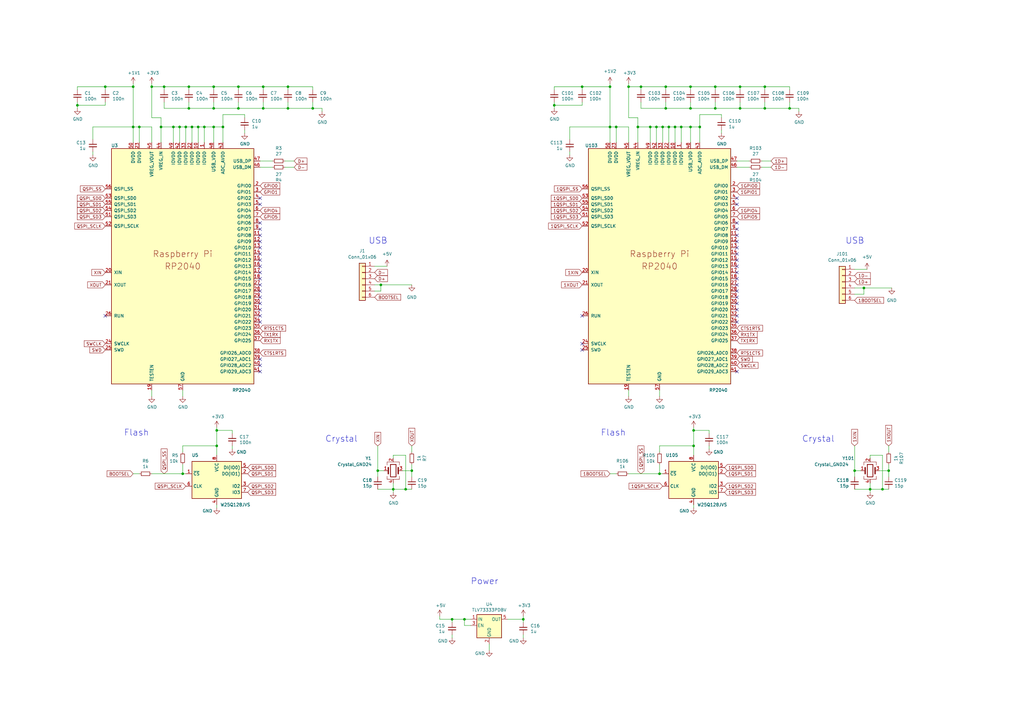
<source format=kicad_sch>
(kicad_sch (version 20230121) (generator eeschema)

  (uuid f1a9fb80-4cc4-410f-9616-e19c969dcab5)

  (paper "A3")

  (lib_symbols
    (symbol "Connector_Generic:Conn_01x06" (pin_names (offset 1.016) hide) (in_bom yes) (on_board yes)
      (property "Reference" "J" (at 0 7.62 0)
        (effects (font (size 1.27 1.27)))
      )
      (property "Value" "Conn_01x06" (at 0 -10.16 0)
        (effects (font (size 1.27 1.27)))
      )
      (property "Footprint" "" (at 0 0 0)
        (effects (font (size 1.27 1.27)) hide)
      )
      (property "Datasheet" "~" (at 0 0 0)
        (effects (font (size 1.27 1.27)) hide)
      )
      (property "ki_keywords" "connector" (at 0 0 0)
        (effects (font (size 1.27 1.27)) hide)
      )
      (property "ki_description" "Generic connector, single row, 01x06, script generated (kicad-library-utils/schlib/autogen/connector/)" (at 0 0 0)
        (effects (font (size 1.27 1.27)) hide)
      )
      (property "ki_fp_filters" "Connector*:*_1x??_*" (at 0 0 0)
        (effects (font (size 1.27 1.27)) hide)
      )
      (symbol "Conn_01x06_1_1"
        (rectangle (start -1.27 -7.493) (end 0 -7.747)
          (stroke (width 0.1524) (type default))
          (fill (type none))
        )
        (rectangle (start -1.27 -4.953) (end 0 -5.207)
          (stroke (width 0.1524) (type default))
          (fill (type none))
        )
        (rectangle (start -1.27 -2.413) (end 0 -2.667)
          (stroke (width 0.1524) (type default))
          (fill (type none))
        )
        (rectangle (start -1.27 0.127) (end 0 -0.127)
          (stroke (width 0.1524) (type default))
          (fill (type none))
        )
        (rectangle (start -1.27 2.667) (end 0 2.413)
          (stroke (width 0.1524) (type default))
          (fill (type none))
        )
        (rectangle (start -1.27 5.207) (end 0 4.953)
          (stroke (width 0.1524) (type default))
          (fill (type none))
        )
        (rectangle (start -1.27 6.35) (end 1.27 -8.89)
          (stroke (width 0.254) (type default))
          (fill (type background))
        )
        (pin passive line (at -5.08 5.08 0) (length 3.81)
          (name "Pin_1" (effects (font (size 1.27 1.27))))
          (number "1" (effects (font (size 1.27 1.27))))
        )
        (pin passive line (at -5.08 2.54 0) (length 3.81)
          (name "Pin_2" (effects (font (size 1.27 1.27))))
          (number "2" (effects (font (size 1.27 1.27))))
        )
        (pin passive line (at -5.08 0 0) (length 3.81)
          (name "Pin_3" (effects (font (size 1.27 1.27))))
          (number "3" (effects (font (size 1.27 1.27))))
        )
        (pin passive line (at -5.08 -2.54 0) (length 3.81)
          (name "Pin_4" (effects (font (size 1.27 1.27))))
          (number "4" (effects (font (size 1.27 1.27))))
        )
        (pin passive line (at -5.08 -5.08 0) (length 3.81)
          (name "Pin_5" (effects (font (size 1.27 1.27))))
          (number "5" (effects (font (size 1.27 1.27))))
        )
        (pin passive line (at -5.08 -7.62 0) (length 3.81)
          (name "Pin_6" (effects (font (size 1.27 1.27))))
          (number "6" (effects (font (size 1.27 1.27))))
        )
      )
    )
    (symbol "Device:C_Small" (pin_numbers hide) (pin_names (offset 0.254) hide) (in_bom yes) (on_board yes)
      (property "Reference" "C" (at 0.254 1.778 0)
        (effects (font (size 1.27 1.27)) (justify left))
      )
      (property "Value" "C_Small" (at 0.254 -2.032 0)
        (effects (font (size 1.27 1.27)) (justify left))
      )
      (property "Footprint" "" (at 0 0 0)
        (effects (font (size 1.27 1.27)) hide)
      )
      (property "Datasheet" "~" (at 0 0 0)
        (effects (font (size 1.27 1.27)) hide)
      )
      (property "ki_keywords" "capacitor cap" (at 0 0 0)
        (effects (font (size 1.27 1.27)) hide)
      )
      (property "ki_description" "Unpolarized capacitor, small symbol" (at 0 0 0)
        (effects (font (size 1.27 1.27)) hide)
      )
      (property "ki_fp_filters" "C_*" (at 0 0 0)
        (effects (font (size 1.27 1.27)) hide)
      )
      (symbol "C_Small_0_1"
        (polyline
          (pts
            (xy -1.524 -0.508)
            (xy 1.524 -0.508)
          )
          (stroke (width 0.3302) (type default))
          (fill (type none))
        )
        (polyline
          (pts
            (xy -1.524 0.508)
            (xy 1.524 0.508)
          )
          (stroke (width 0.3048) (type default))
          (fill (type none))
        )
      )
      (symbol "C_Small_1_1"
        (pin passive line (at 0 2.54 270) (length 2.032)
          (name "~" (effects (font (size 1.27 1.27))))
          (number "1" (effects (font (size 1.27 1.27))))
        )
        (pin passive line (at 0 -2.54 90) (length 2.032)
          (name "~" (effects (font (size 1.27 1.27))))
          (number "2" (effects (font (size 1.27 1.27))))
        )
      )
    )
    (symbol "Device:Crystal_GND24" (pin_names (offset 1.016) hide) (in_bom yes) (on_board yes)
      (property "Reference" "Y" (at 3.175 5.08 0)
        (effects (font (size 1.27 1.27)) (justify left))
      )
      (property "Value" "Crystal_GND24" (at 3.175 3.175 0)
        (effects (font (size 1.27 1.27)) (justify left))
      )
      (property "Footprint" "" (at 0 0 0)
        (effects (font (size 1.27 1.27)) hide)
      )
      (property "Datasheet" "~" (at 0 0 0)
        (effects (font (size 1.27 1.27)) hide)
      )
      (property "ki_keywords" "quartz ceramic resonator oscillator" (at 0 0 0)
        (effects (font (size 1.27 1.27)) hide)
      )
      (property "ki_description" "Four pin crystal, GND on pins 2 and 4" (at 0 0 0)
        (effects (font (size 1.27 1.27)) hide)
      )
      (property "ki_fp_filters" "Crystal*" (at 0 0 0)
        (effects (font (size 1.27 1.27)) hide)
      )
      (symbol "Crystal_GND24_0_1"
        (rectangle (start -1.143 2.54) (end 1.143 -2.54)
          (stroke (width 0.3048) (type default))
          (fill (type none))
        )
        (polyline
          (pts
            (xy -2.54 0)
            (xy -2.032 0)
          )
          (stroke (width 0) (type default))
          (fill (type none))
        )
        (polyline
          (pts
            (xy -2.032 -1.27)
            (xy -2.032 1.27)
          )
          (stroke (width 0.508) (type default))
          (fill (type none))
        )
        (polyline
          (pts
            (xy 0 -3.81)
            (xy 0 -3.556)
          )
          (stroke (width 0) (type default))
          (fill (type none))
        )
        (polyline
          (pts
            (xy 0 3.556)
            (xy 0 3.81)
          )
          (stroke (width 0) (type default))
          (fill (type none))
        )
        (polyline
          (pts
            (xy 2.032 -1.27)
            (xy 2.032 1.27)
          )
          (stroke (width 0.508) (type default))
          (fill (type none))
        )
        (polyline
          (pts
            (xy 2.032 0)
            (xy 2.54 0)
          )
          (stroke (width 0) (type default))
          (fill (type none))
        )
        (polyline
          (pts
            (xy -2.54 -2.286)
            (xy -2.54 -3.556)
            (xy 2.54 -3.556)
            (xy 2.54 -2.286)
          )
          (stroke (width 0) (type default))
          (fill (type none))
        )
        (polyline
          (pts
            (xy -2.54 2.286)
            (xy -2.54 3.556)
            (xy 2.54 3.556)
            (xy 2.54 2.286)
          )
          (stroke (width 0) (type default))
          (fill (type none))
        )
      )
      (symbol "Crystal_GND24_1_1"
        (pin passive line (at -3.81 0 0) (length 1.27)
          (name "1" (effects (font (size 1.27 1.27))))
          (number "1" (effects (font (size 1.27 1.27))))
        )
        (pin passive line (at 0 5.08 270) (length 1.27)
          (name "2" (effects (font (size 1.27 1.27))))
          (number "2" (effects (font (size 1.27 1.27))))
        )
        (pin passive line (at 3.81 0 180) (length 1.27)
          (name "3" (effects (font (size 1.27 1.27))))
          (number "3" (effects (font (size 1.27 1.27))))
        )
        (pin passive line (at 0 -5.08 90) (length 1.27)
          (name "4" (effects (font (size 1.27 1.27))))
          (number "4" (effects (font (size 1.27 1.27))))
        )
      )
    )
    (symbol "Device:R_Small" (pin_numbers hide) (pin_names (offset 0.254) hide) (in_bom yes) (on_board yes)
      (property "Reference" "R" (at 0.762 0.508 0)
        (effects (font (size 1.27 1.27)) (justify left))
      )
      (property "Value" "R_Small" (at 0.762 -1.016 0)
        (effects (font (size 1.27 1.27)) (justify left))
      )
      (property "Footprint" "" (at 0 0 0)
        (effects (font (size 1.27 1.27)) hide)
      )
      (property "Datasheet" "~" (at 0 0 0)
        (effects (font (size 1.27 1.27)) hide)
      )
      (property "ki_keywords" "R resistor" (at 0 0 0)
        (effects (font (size 1.27 1.27)) hide)
      )
      (property "ki_description" "Resistor, small symbol" (at 0 0 0)
        (effects (font (size 1.27 1.27)) hide)
      )
      (property "ki_fp_filters" "R_*" (at 0 0 0)
        (effects (font (size 1.27 1.27)) hide)
      )
      (symbol "R_Small_0_1"
        (rectangle (start -0.762 1.778) (end 0.762 -1.778)
          (stroke (width 0.2032) (type default))
          (fill (type none))
        )
      )
      (symbol "R_Small_1_1"
        (pin passive line (at 0 2.54 270) (length 0.762)
          (name "~" (effects (font (size 1.27 1.27))))
          (number "1" (effects (font (size 1.27 1.27))))
        )
        (pin passive line (at 0 -2.54 90) (length 0.762)
          (name "~" (effects (font (size 1.27 1.27))))
          (number "2" (effects (font (size 1.27 1.27))))
        )
      )
    )
    (symbol "Memory_Flash:W25Q128JVS" (in_bom yes) (on_board yes)
      (property "Reference" "U" (at -8.89 8.89 0)
        (effects (font (size 1.27 1.27)))
      )
      (property "Value" "W25Q128JVS" (at 7.62 8.89 0)
        (effects (font (size 1.27 1.27)))
      )
      (property "Footprint" "Package_SO:SOIC-8_5.23x5.23mm_P1.27mm" (at 0 0 0)
        (effects (font (size 1.27 1.27)) hide)
      )
      (property "Datasheet" "http://www.winbond.com/resource-files/w25q128jv_dtr%20revc%2003272018%20plus.pdf" (at 0 0 0)
        (effects (font (size 1.27 1.27)) hide)
      )
      (property "ki_keywords" "flash memory SPI QPI DTR" (at 0 0 0)
        (effects (font (size 1.27 1.27)) hide)
      )
      (property "ki_description" "128Mb Serial Flash Memory, Standard/Dual/Quad SPI, SOIC-8" (at 0 0 0)
        (effects (font (size 1.27 1.27)) hide)
      )
      (property "ki_fp_filters" "SOIC*5.23x5.23mm*P1.27mm*" (at 0 0 0)
        (effects (font (size 1.27 1.27)) hide)
      )
      (symbol "W25Q128JVS_0_1"
        (rectangle (start -10.16 7.62) (end 10.16 -7.62)
          (stroke (width 0.254) (type default))
          (fill (type background))
        )
      )
      (symbol "W25Q128JVS_1_1"
        (pin input line (at -12.7 2.54 0) (length 2.54)
          (name "~{CS}" (effects (font (size 1.27 1.27))))
          (number "1" (effects (font (size 1.27 1.27))))
        )
        (pin bidirectional line (at 12.7 2.54 180) (length 2.54)
          (name "DO(IO1)" (effects (font (size 1.27 1.27))))
          (number "2" (effects (font (size 1.27 1.27))))
        )
        (pin bidirectional line (at 12.7 -2.54 180) (length 2.54)
          (name "IO2" (effects (font (size 1.27 1.27))))
          (number "3" (effects (font (size 1.27 1.27))))
        )
        (pin power_in line (at 0 -10.16 90) (length 2.54)
          (name "GND" (effects (font (size 1.27 1.27))))
          (number "4" (effects (font (size 1.27 1.27))))
        )
        (pin bidirectional line (at 12.7 5.08 180) (length 2.54)
          (name "DI(IO0)" (effects (font (size 1.27 1.27))))
          (number "5" (effects (font (size 1.27 1.27))))
        )
        (pin input line (at -12.7 -2.54 0) (length 2.54)
          (name "CLK" (effects (font (size 1.27 1.27))))
          (number "6" (effects (font (size 1.27 1.27))))
        )
        (pin bidirectional line (at 12.7 -5.08 180) (length 2.54)
          (name "IO3" (effects (font (size 1.27 1.27))))
          (number "7" (effects (font (size 1.27 1.27))))
        )
        (pin power_in line (at 0 10.16 270) (length 2.54)
          (name "VCC" (effects (font (size 1.27 1.27))))
          (number "8" (effects (font (size 1.27 1.27))))
        )
      )
    )
    (symbol "RP2040:RP2040" (pin_names (offset 1.016)) (in_bom yes) (on_board yes)
      (property "Reference" "U" (at -29.21 49.53 0)
        (effects (font (size 1.27 1.27)))
      )
      (property "Value" "RP2040" (at 24.13 -49.53 0)
        (effects (font (size 1.27 1.27)))
      )
      (property "Footprint" "RP2040_minimal:RP2040-QFN-56" (at -19.05 0 0)
        (effects (font (size 1.27 1.27)) hide)
      )
      (property "Datasheet" "" (at -19.05 0 0)
        (effects (font (size 1.27 1.27)) hide)
      )
      (symbol "RP2040_0_0"
        (text "Raspberry Pi" (at 0 5.08 0)
          (effects (font (size 2.54 2.54)))
        )
        (text "RP2040" (at 0 0 0)
          (effects (font (size 2.54 2.54)))
        )
      )
      (symbol "RP2040_0_1"
        (rectangle (start 29.21 48.26) (end -29.21 -48.26)
          (stroke (width 0.254) (type default))
          (fill (type background))
        )
      )
      (symbol "RP2040_1_1"
        (pin power_in line (at 8.89 50.8 270) (length 2.54)
          (name "IOVDD" (effects (font (size 1.27 1.27))))
          (number "1" (effects (font (size 1.27 1.27))))
        )
        (pin power_in line (at 6.35 50.8 270) (length 2.54)
          (name "IOVDD" (effects (font (size 1.27 1.27))))
          (number "10" (effects (font (size 1.27 1.27))))
        )
        (pin bidirectional line (at 31.75 12.7 180) (length 2.54)
          (name "GPIO8" (effects (font (size 1.27 1.27))))
          (number "11" (effects (font (size 1.27 1.27))))
        )
        (pin bidirectional line (at 31.75 10.16 180) (length 2.54)
          (name "GPIO9" (effects (font (size 1.27 1.27))))
          (number "12" (effects (font (size 1.27 1.27))))
        )
        (pin bidirectional line (at 31.75 7.62 180) (length 2.54)
          (name "GPIO10" (effects (font (size 1.27 1.27))))
          (number "13" (effects (font (size 1.27 1.27))))
        )
        (pin bidirectional line (at 31.75 5.08 180) (length 2.54)
          (name "GPIO11" (effects (font (size 1.27 1.27))))
          (number "14" (effects (font (size 1.27 1.27))))
        )
        (pin bidirectional line (at 31.75 2.54 180) (length 2.54)
          (name "GPIO12" (effects (font (size 1.27 1.27))))
          (number "15" (effects (font (size 1.27 1.27))))
        )
        (pin bidirectional line (at 31.75 0 180) (length 2.54)
          (name "GPIO13" (effects (font (size 1.27 1.27))))
          (number "16" (effects (font (size 1.27 1.27))))
        )
        (pin bidirectional line (at 31.75 -2.54 180) (length 2.54)
          (name "GPIO14" (effects (font (size 1.27 1.27))))
          (number "17" (effects (font (size 1.27 1.27))))
        )
        (pin bidirectional line (at 31.75 -5.08 180) (length 2.54)
          (name "GPIO15" (effects (font (size 1.27 1.27))))
          (number "18" (effects (font (size 1.27 1.27))))
        )
        (pin passive line (at -12.7 -50.8 90) (length 2.54)
          (name "TESTEN" (effects (font (size 1.27 1.27))))
          (number "19" (effects (font (size 1.27 1.27))))
        )
        (pin bidirectional line (at 31.75 33.02 180) (length 2.54)
          (name "GPIO0" (effects (font (size 1.27 1.27))))
          (number "2" (effects (font (size 1.27 1.27))))
        )
        (pin input line (at -31.75 -2.54 0) (length 2.54)
          (name "XIN" (effects (font (size 1.27 1.27))))
          (number "20" (effects (font (size 1.27 1.27))))
        )
        (pin passive line (at -31.75 -7.62 0) (length 2.54)
          (name "XOUT" (effects (font (size 1.27 1.27))))
          (number "21" (effects (font (size 1.27 1.27))))
        )
        (pin power_in line (at 3.81 50.8 270) (length 2.54)
          (name "IOVDD" (effects (font (size 1.27 1.27))))
          (number "22" (effects (font (size 1.27 1.27))))
        )
        (pin power_in line (at -17.78 50.8 270) (length 2.54)
          (name "DVDD" (effects (font (size 1.27 1.27))))
          (number "23" (effects (font (size 1.27 1.27))))
        )
        (pin output line (at -31.75 -31.75 0) (length 2.54)
          (name "SWCLK" (effects (font (size 1.27 1.27))))
          (number "24" (effects (font (size 1.27 1.27))))
        )
        (pin bidirectional line (at -31.75 -34.29 0) (length 2.54)
          (name "SWD" (effects (font (size 1.27 1.27))))
          (number "25" (effects (font (size 1.27 1.27))))
        )
        (pin input line (at -31.75 -20.32 0) (length 2.54)
          (name "RUN" (effects (font (size 1.27 1.27))))
          (number "26" (effects (font (size 1.27 1.27))))
        )
        (pin bidirectional line (at 31.75 -7.62 180) (length 2.54)
          (name "GPIO16" (effects (font (size 1.27 1.27))))
          (number "27" (effects (font (size 1.27 1.27))))
        )
        (pin bidirectional line (at 31.75 -10.16 180) (length 2.54)
          (name "GPIO17" (effects (font (size 1.27 1.27))))
          (number "28" (effects (font (size 1.27 1.27))))
        )
        (pin bidirectional line (at 31.75 -12.7 180) (length 2.54)
          (name "GPIO18" (effects (font (size 1.27 1.27))))
          (number "29" (effects (font (size 1.27 1.27))))
        )
        (pin bidirectional line (at 31.75 30.48 180) (length 2.54)
          (name "GPIO1" (effects (font (size 1.27 1.27))))
          (number "3" (effects (font (size 1.27 1.27))))
        )
        (pin bidirectional line (at 31.75 -15.24 180) (length 2.54)
          (name "GPIO19" (effects (font (size 1.27 1.27))))
          (number "30" (effects (font (size 1.27 1.27))))
        )
        (pin bidirectional line (at 31.75 -17.78 180) (length 2.54)
          (name "GPIO20" (effects (font (size 1.27 1.27))))
          (number "31" (effects (font (size 1.27 1.27))))
        )
        (pin bidirectional line (at 31.75 -20.32 180) (length 2.54)
          (name "GPIO21" (effects (font (size 1.27 1.27))))
          (number "32" (effects (font (size 1.27 1.27))))
        )
        (pin power_in line (at 1.27 50.8 270) (length 2.54)
          (name "IOVDD" (effects (font (size 1.27 1.27))))
          (number "33" (effects (font (size 1.27 1.27))))
        )
        (pin bidirectional line (at 31.75 -22.86 180) (length 2.54)
          (name "GPIO22" (effects (font (size 1.27 1.27))))
          (number "34" (effects (font (size 1.27 1.27))))
        )
        (pin bidirectional line (at 31.75 -25.4 180) (length 2.54)
          (name "GPIO23" (effects (font (size 1.27 1.27))))
          (number "35" (effects (font (size 1.27 1.27))))
        )
        (pin bidirectional line (at 31.75 -27.94 180) (length 2.54)
          (name "GPIO24" (effects (font (size 1.27 1.27))))
          (number "36" (effects (font (size 1.27 1.27))))
        )
        (pin bidirectional line (at 31.75 -30.48 180) (length 2.54)
          (name "GPIO25" (effects (font (size 1.27 1.27))))
          (number "37" (effects (font (size 1.27 1.27))))
        )
        (pin bidirectional line (at 31.75 -35.56 180) (length 2.54)
          (name "GPIO26_ADC0" (effects (font (size 1.27 1.27))))
          (number "38" (effects (font (size 1.27 1.27))))
        )
        (pin bidirectional line (at 31.75 -38.1 180) (length 2.54)
          (name "GPIO27_ADC1" (effects (font (size 1.27 1.27))))
          (number "39" (effects (font (size 1.27 1.27))))
        )
        (pin bidirectional line (at 31.75 27.94 180) (length 2.54)
          (name "GPIO2" (effects (font (size 1.27 1.27))))
          (number "4" (effects (font (size 1.27 1.27))))
        )
        (pin bidirectional line (at 31.75 -40.64 180) (length 2.54)
          (name "GPIO28_ADC2" (effects (font (size 1.27 1.27))))
          (number "40" (effects (font (size 1.27 1.27))))
        )
        (pin bidirectional line (at 31.75 -43.18 180) (length 2.54)
          (name "GPIO29_ADC3" (effects (font (size 1.27 1.27))))
          (number "41" (effects (font (size 1.27 1.27))))
        )
        (pin power_in line (at -1.27 50.8 270) (length 2.54)
          (name "IOVDD" (effects (font (size 1.27 1.27))))
          (number "42" (effects (font (size 1.27 1.27))))
        )
        (pin power_in line (at 16.51 50.8 270) (length 2.54)
          (name "ADC_AVDD" (effects (font (size 1.27 1.27))))
          (number "43" (effects (font (size 1.27 1.27))))
        )
        (pin power_in line (at -8.89 50.8 270) (length 2.54)
          (name "VREG_IN" (effects (font (size 1.27 1.27))))
          (number "44" (effects (font (size 1.27 1.27))))
        )
        (pin power_out line (at -12.7 50.8 270) (length 2.54)
          (name "VREG_VOUT" (effects (font (size 1.27 1.27))))
          (number "45" (effects (font (size 1.27 1.27))))
        )
        (pin bidirectional line (at 31.75 40.64 180) (length 2.54)
          (name "USB_DM" (effects (font (size 1.27 1.27))))
          (number "46" (effects (font (size 1.27 1.27))))
        )
        (pin bidirectional line (at 31.75 43.18 180) (length 2.54)
          (name "USB_DP" (effects (font (size 1.27 1.27))))
          (number "47" (effects (font (size 1.27 1.27))))
        )
        (pin power_in line (at 12.7 50.8 270) (length 2.54)
          (name "USB_VDD" (effects (font (size 1.27 1.27))))
          (number "48" (effects (font (size 1.27 1.27))))
        )
        (pin power_in line (at -3.81 50.8 270) (length 2.54)
          (name "IOVDD" (effects (font (size 1.27 1.27))))
          (number "49" (effects (font (size 1.27 1.27))))
        )
        (pin bidirectional line (at 31.75 25.4 180) (length 2.54)
          (name "GPIO3" (effects (font (size 1.27 1.27))))
          (number "5" (effects (font (size 1.27 1.27))))
        )
        (pin power_in line (at -20.32 50.8 270) (length 2.54)
          (name "DVDD" (effects (font (size 1.27 1.27))))
          (number "50" (effects (font (size 1.27 1.27))))
        )
        (pin bidirectional line (at -31.75 20.32 0) (length 2.54)
          (name "QSPI_SD3" (effects (font (size 1.27 1.27))))
          (number "51" (effects (font (size 1.27 1.27))))
        )
        (pin output line (at -31.75 16.51 0) (length 2.54)
          (name "QSPI_SCLK" (effects (font (size 1.27 1.27))))
          (number "52" (effects (font (size 1.27 1.27))))
        )
        (pin bidirectional line (at -31.75 27.94 0) (length 2.54)
          (name "QSPI_SD0" (effects (font (size 1.27 1.27))))
          (number "53" (effects (font (size 1.27 1.27))))
        )
        (pin bidirectional line (at -31.75 22.86 0) (length 2.54)
          (name "QSPI_SD2" (effects (font (size 1.27 1.27))))
          (number "54" (effects (font (size 1.27 1.27))))
        )
        (pin bidirectional line (at -31.75 25.4 0) (length 2.54)
          (name "QSPI_SD1" (effects (font (size 1.27 1.27))))
          (number "55" (effects (font (size 1.27 1.27))))
        )
        (pin bidirectional line (at -31.75 31.75 0) (length 2.54)
          (name "QSPI_SS" (effects (font (size 1.27 1.27))))
          (number "56" (effects (font (size 1.27 1.27))))
        )
        (pin power_in line (at 0 -50.8 90) (length 2.54)
          (name "GND" (effects (font (size 1.27 1.27))))
          (number "57" (effects (font (size 1.27 1.27))))
        )
        (pin bidirectional line (at 31.75 22.86 180) (length 2.54)
          (name "GPIO4" (effects (font (size 1.27 1.27))))
          (number "6" (effects (font (size 1.27 1.27))))
        )
        (pin bidirectional line (at 31.75 20.32 180) (length 2.54)
          (name "GPIO5" (effects (font (size 1.27 1.27))))
          (number "7" (effects (font (size 1.27 1.27))))
        )
        (pin bidirectional line (at 31.75 17.78 180) (length 2.54)
          (name "GPIO6" (effects (font (size 1.27 1.27))))
          (number "8" (effects (font (size 1.27 1.27))))
        )
        (pin bidirectional line (at 31.75 15.24 180) (length 2.54)
          (name "GPIO7" (effects (font (size 1.27 1.27))))
          (number "9" (effects (font (size 1.27 1.27))))
        )
      )
    )
    (symbol "Regulator_Linear:TLV73333PDBV" (pin_names (offset 0.254)) (in_bom yes) (on_board yes)
      (property "Reference" "U" (at -3.81 5.715 0)
        (effects (font (size 1.27 1.27)))
      )
      (property "Value" "TLV73333PDBV" (at 0 5.715 0)
        (effects (font (size 1.27 1.27)) (justify left))
      )
      (property "Footprint" "Package_TO_SOT_SMD:SOT-23-5" (at 0 8.255 0)
        (effects (font (size 1.27 1.27) italic) hide)
      )
      (property "Datasheet" "http://www.ti.com/lit/ds/symlink/tlv733p.pdf" (at 0 0 0)
        (effects (font (size 1.27 1.27)) hide)
      )
      (property "ki_keywords" "300mA LDO Regulator Fixed Positive Capacitor-Free" (at 0 0 0)
        (effects (font (size 1.27 1.27)) hide)
      )
      (property "ki_description" "300mA Capacitor-Free Low Dropout Voltage Regulator, Fixed Output 3.3V, SOT-23-5" (at 0 0 0)
        (effects (font (size 1.27 1.27)) hide)
      )
      (property "ki_fp_filters" "SOT?23*" (at 0 0 0)
        (effects (font (size 1.27 1.27)) hide)
      )
      (symbol "TLV73333PDBV_0_1"
        (rectangle (start -5.08 4.445) (end 5.08 -5.08)
          (stroke (width 0.254) (type default))
          (fill (type background))
        )
      )
      (symbol "TLV73333PDBV_1_1"
        (pin power_in line (at -7.62 2.54 0) (length 2.54)
          (name "IN" (effects (font (size 1.27 1.27))))
          (number "1" (effects (font (size 1.27 1.27))))
        )
        (pin power_in line (at 0 -7.62 90) (length 2.54)
          (name "GND" (effects (font (size 1.27 1.27))))
          (number "2" (effects (font (size 1.27 1.27))))
        )
        (pin input line (at -7.62 0 0) (length 2.54)
          (name "EN" (effects (font (size 1.27 1.27))))
          (number "3" (effects (font (size 1.27 1.27))))
        )
        (pin no_connect line (at 5.08 0 180) (length 2.54) hide
          (name "NC" (effects (font (size 1.27 1.27))))
          (number "4" (effects (font (size 1.27 1.27))))
        )
        (pin power_out line (at 7.62 2.54 180) (length 2.54)
          (name "OUT" (effects (font (size 1.27 1.27))))
          (number "5" (effects (font (size 1.27 1.27))))
        )
      )
    )
    (symbol "power:+1V1" (power) (pin_names (offset 0)) (in_bom yes) (on_board yes)
      (property "Reference" "#PWR" (at 0 -3.81 0)
        (effects (font (size 1.27 1.27)) hide)
      )
      (property "Value" "+1V1" (at 0 3.556 0)
        (effects (font (size 1.27 1.27)))
      )
      (property "Footprint" "" (at 0 0 0)
        (effects (font (size 1.27 1.27)) hide)
      )
      (property "Datasheet" "" (at 0 0 0)
        (effects (font (size 1.27 1.27)) hide)
      )
      (property "ki_keywords" "power-flag" (at 0 0 0)
        (effects (font (size 1.27 1.27)) hide)
      )
      (property "ki_description" "Power symbol creates a global label with name \"+1V1\"" (at 0 0 0)
        (effects (font (size 1.27 1.27)) hide)
      )
      (symbol "+1V1_0_1"
        (polyline
          (pts
            (xy -0.762 1.27)
            (xy 0 2.54)
          )
          (stroke (width 0) (type default))
          (fill (type none))
        )
        (polyline
          (pts
            (xy 0 0)
            (xy 0 2.54)
          )
          (stroke (width 0) (type default))
          (fill (type none))
        )
        (polyline
          (pts
            (xy 0 2.54)
            (xy 0.762 1.27)
          )
          (stroke (width 0) (type default))
          (fill (type none))
        )
      )
      (symbol "+1V1_1_1"
        (pin power_in line (at 0 0 90) (length 0) hide
          (name "+1V1" (effects (font (size 1.27 1.27))))
          (number "1" (effects (font (size 1.27 1.27))))
        )
      )
    )
    (symbol "power:+1V2" (power) (pin_names (offset 0)) (in_bom yes) (on_board yes)
      (property "Reference" "#PWR" (at 0 -3.81 0)
        (effects (font (size 1.27 1.27)) hide)
      )
      (property "Value" "+1V2" (at 0 3.556 0)
        (effects (font (size 1.27 1.27)))
      )
      (property "Footprint" "" (at 0 0 0)
        (effects (font (size 1.27 1.27)) hide)
      )
      (property "Datasheet" "" (at 0 0 0)
        (effects (font (size 1.27 1.27)) hide)
      )
      (property "ki_keywords" "power-flag" (at 0 0 0)
        (effects (font (size 1.27 1.27)) hide)
      )
      (property "ki_description" "Power symbol creates a global label with name \"+1V2\"" (at 0 0 0)
        (effects (font (size 1.27 1.27)) hide)
      )
      (symbol "+1V2_0_1"
        (polyline
          (pts
            (xy -0.762 1.27)
            (xy 0 2.54)
          )
          (stroke (width 0) (type default))
          (fill (type none))
        )
        (polyline
          (pts
            (xy 0 0)
            (xy 0 2.54)
          )
          (stroke (width 0) (type default))
          (fill (type none))
        )
        (polyline
          (pts
            (xy 0 2.54)
            (xy 0.762 1.27)
          )
          (stroke (width 0) (type default))
          (fill (type none))
        )
      )
      (symbol "+1V2_1_1"
        (pin power_in line (at 0 0 90) (length 0) hide
          (name "+1V2" (effects (font (size 1.27 1.27))))
          (number "1" (effects (font (size 1.27 1.27))))
        )
      )
    )
    (symbol "power:+3V3" (power) (pin_names (offset 0)) (in_bom yes) (on_board yes)
      (property "Reference" "#PWR" (at 0 -3.81 0)
        (effects (font (size 1.27 1.27)) hide)
      )
      (property "Value" "+3V3" (at 0 3.556 0)
        (effects (font (size 1.27 1.27)))
      )
      (property "Footprint" "" (at 0 0 0)
        (effects (font (size 1.27 1.27)) hide)
      )
      (property "Datasheet" "" (at 0 0 0)
        (effects (font (size 1.27 1.27)) hide)
      )
      (property "ki_keywords" "power-flag" (at 0 0 0)
        (effects (font (size 1.27 1.27)) hide)
      )
      (property "ki_description" "Power symbol creates a global label with name \"+3V3\"" (at 0 0 0)
        (effects (font (size 1.27 1.27)) hide)
      )
      (symbol "+3V3_0_1"
        (polyline
          (pts
            (xy -0.762 1.27)
            (xy 0 2.54)
          )
          (stroke (width 0) (type default))
          (fill (type none))
        )
        (polyline
          (pts
            (xy 0 0)
            (xy 0 2.54)
          )
          (stroke (width 0) (type default))
          (fill (type none))
        )
        (polyline
          (pts
            (xy 0 2.54)
            (xy 0.762 1.27)
          )
          (stroke (width 0) (type default))
          (fill (type none))
        )
      )
      (symbol "+3V3_1_1"
        (pin power_in line (at 0 0 90) (length 0) hide
          (name "+3V3" (effects (font (size 1.27 1.27))))
          (number "1" (effects (font (size 1.27 1.27))))
        )
      )
    )
    (symbol "power:+5V" (power) (pin_names (offset 0)) (in_bom yes) (on_board yes)
      (property "Reference" "#PWR" (at 0 -3.81 0)
        (effects (font (size 1.27 1.27)) hide)
      )
      (property "Value" "+5V" (at 0 3.556 0)
        (effects (font (size 1.27 1.27)))
      )
      (property "Footprint" "" (at 0 0 0)
        (effects (font (size 1.27 1.27)) hide)
      )
      (property "Datasheet" "" (at 0 0 0)
        (effects (font (size 1.27 1.27)) hide)
      )
      (property "ki_keywords" "power-flag" (at 0 0 0)
        (effects (font (size 1.27 1.27)) hide)
      )
      (property "ki_description" "Power symbol creates a global label with name \"+5V\"" (at 0 0 0)
        (effects (font (size 1.27 1.27)) hide)
      )
      (symbol "+5V_0_1"
        (polyline
          (pts
            (xy -0.762 1.27)
            (xy 0 2.54)
          )
          (stroke (width 0) (type default))
          (fill (type none))
        )
        (polyline
          (pts
            (xy 0 0)
            (xy 0 2.54)
          )
          (stroke (width 0) (type default))
          (fill (type none))
        )
        (polyline
          (pts
            (xy 0 2.54)
            (xy 0.762 1.27)
          )
          (stroke (width 0) (type default))
          (fill (type none))
        )
      )
      (symbol "+5V_1_1"
        (pin power_in line (at 0 0 90) (length 0) hide
          (name "+5V" (effects (font (size 1.27 1.27))))
          (number "1" (effects (font (size 1.27 1.27))))
        )
      )
    )
    (symbol "power:GND" (power) (pin_names (offset 0)) (in_bom yes) (on_board yes)
      (property "Reference" "#PWR" (at 0 -6.35 0)
        (effects (font (size 1.27 1.27)) hide)
      )
      (property "Value" "GND" (at 0 -3.81 0)
        (effects (font (size 1.27 1.27)))
      )
      (property "Footprint" "" (at 0 0 0)
        (effects (font (size 1.27 1.27)) hide)
      )
      (property "Datasheet" "" (at 0 0 0)
        (effects (font (size 1.27 1.27)) hide)
      )
      (property "ki_keywords" "power-flag" (at 0 0 0)
        (effects (font (size 1.27 1.27)) hide)
      )
      (property "ki_description" "Power symbol creates a global label with name \"GND\" , ground" (at 0 0 0)
        (effects (font (size 1.27 1.27)) hide)
      )
      (symbol "GND_0_1"
        (polyline
          (pts
            (xy 0 0)
            (xy 0 -1.27)
            (xy 1.27 -1.27)
            (xy 0 -2.54)
            (xy -1.27 -1.27)
            (xy 0 -1.27)
          )
          (stroke (width 0) (type default))
          (fill (type none))
        )
      )
      (symbol "GND_1_1"
        (pin power_in line (at 0 0 270) (length 0) hide
          (name "GND" (effects (font (size 1.27 1.27))))
          (number "1" (effects (font (size 1.27 1.27))))
        )
      )
    )
  )

  (junction (at 87.63 35.56) (diameter 0) (color 0 0 0 0)
    (uuid 02538207-54a8-4266-8d51-23871852b2ff)
  )
  (junction (at 364.49 193.04) (diameter 0) (color 0 0 0 0)
    (uuid 05dd2860-e8e6-4c6f-9f20-38964777876f)
  )
  (junction (at 73.66 52.07) (diameter 0) (color 0 0 0 0)
    (uuid 083becc8-e25d-4206-9636-55457650bbe3)
  )
  (junction (at 283.21 44.45) (diameter 0) (color 0 0 0 0)
    (uuid 0b5e5b70-196b-4562-8094-c0744b99843a)
  )
  (junction (at 91.44 52.07) (diameter 0) (color 0 0 0 0)
    (uuid 0d993e48-cea3-4104-9c5a-d8f97b64a3ac)
  )
  (junction (at 323.85 44.45) (diameter 0) (color 0 0 0 0)
    (uuid 0ecb559a-f3ad-4958-8366-765a1fa90077)
  )
  (junction (at 71.12 52.07) (diameter 0) (color 0 0 0 0)
    (uuid 123968c6-74e7-4754-8c36-08ea08e42555)
  )
  (junction (at 273.05 35.56) (diameter 0) (color 0 0 0 0)
    (uuid 15e822ad-7ed8-459c-927d-28bf6f3ebbb9)
  )
  (junction (at 87.63 44.45) (diameter 0) (color 0 0 0 0)
    (uuid 17ed3508-fa2e-4593-a799-bfd39a6cc14d)
  )
  (junction (at 77.47 44.45) (diameter 0) (color 0 0 0 0)
    (uuid 1c9f6fea-1796-4a2d-80b3-ae22ce51c8f5)
  )
  (junction (at 87.63 52.07) (diameter 0) (color 0 0 0 0)
    (uuid 20901d7e-a300-4069-8967-a6a7e97a68bc)
  )
  (junction (at 62.23 35.56) (diameter 0) (color 0 0 0 0)
    (uuid 2518d4ea-25cc-4e57-a0d6-8482034e7318)
  )
  (junction (at 166.37 200.66) (diameter 0) (color 0 0 0 0)
    (uuid 283c990c-ae5a-4e41-a3ad-b40ca29fe90e)
  )
  (junction (at 262.89 35.56) (diameter 0) (color 0 0 0 0)
    (uuid 2dfd482e-b437-47f3-acc2-7b20e7059ae4)
  )
  (junction (at 284.48 182.88) (diameter 0) (color 0 0 0 0)
    (uuid 3148fab0-f276-4bd4-a067-d4ba133bc545)
  )
  (junction (at 273.05 44.45) (diameter 0) (color 0 0 0 0)
    (uuid 3709af1a-b9f1-4055-bd87-decc1d2014b8)
  )
  (junction (at 261.62 52.07) (diameter 0) (color 0 0 0 0)
    (uuid 3ed60df3-f100-4933-a8e9-6e2a3b25d470)
  )
  (junction (at 107.95 44.45) (diameter 0) (color 0 0 0 0)
    (uuid 4344bc11-e822-474b-8d61-d12211e719b1)
  )
  (junction (at 313.69 35.56) (diameter 0) (color 0 0 0 0)
    (uuid 500f6c1f-fdf1-431a-a1f2-3b51037d302b)
  )
  (junction (at 269.24 52.07) (diameter 0) (color 0 0 0 0)
    (uuid 573da687-65a9-4d6b-8889-c7d53aa297fd)
  )
  (junction (at 118.11 44.45) (diameter 0) (color 0 0 0 0)
    (uuid 5f38bdb2-3657-474e-8e86-d6bb0b298110)
  )
  (junction (at 252.73 52.07) (diameter 0) (color 0 0 0 0)
    (uuid 5f69c522-307a-4b62-a872-f61e28111055)
  )
  (junction (at 283.21 52.07) (diameter 0) (color 0 0 0 0)
    (uuid 5fb38262-369a-4f7e-a0a1-347695ba977f)
  )
  (junction (at 303.53 44.45) (diameter 0) (color 0 0 0 0)
    (uuid 67dc1ece-55c1-4a51-9720-a4746a57a915)
  )
  (junction (at 67.31 35.56) (diameter 0) (color 0 0 0 0)
    (uuid 6bd46644-7209-4d4d-acd8-f4c0d045bc61)
  )
  (junction (at 293.37 44.45) (diameter 0) (color 0 0 0 0)
    (uuid 6d5ae377-5161-41e9-9ae5-16f7bc9321b3)
  )
  (junction (at 214.63 254) (diameter 0) (color 0 0 0 0)
    (uuid 701e1517-e8cf-46f4-b538-98e721c97380)
  )
  (junction (at 190.5 254) (diameter 0) (color 0 0 0 0)
    (uuid 75b944f9-bf25-4dc7-8104-e9f80b4f359b)
  )
  (junction (at 76.2 52.07) (diameter 0) (color 0 0 0 0)
    (uuid 79451892-db6b-4999-916d-6392174ee493)
  )
  (junction (at 156.21 116.84) (diameter 0) (color 0 0 0 0)
    (uuid 7a89b897-f55b-42b4-90d1-f628e69f5bdf)
  )
  (junction (at 238.76 35.56) (diameter 0) (color 0 0 0 0)
    (uuid 7e05dc4d-b69f-4e87-9d7f-7730ea53cfe8)
  )
  (junction (at 283.21 35.56) (diameter 0) (color 0 0 0 0)
    (uuid 8870af3c-2d9a-449a-8579-02f60188a5fe)
  )
  (junction (at 31.75 43.18) (diameter 0) (color 0 0 0 0)
    (uuid 9286cf02-1563-41d2-9931-c192c33bab31)
  )
  (junction (at 81.28 52.07) (diameter 0) (color 0 0 0 0)
    (uuid 974c48bf-534e-4335-98e1-b0426c783e99)
  )
  (junction (at 97.79 35.56) (diameter 0) (color 0 0 0 0)
    (uuid 98970bf0-1168-4b4e-a1c9-3b0c8d7eaacf)
  )
  (junction (at 54.61 52.07) (diameter 0) (color 0 0 0 0)
    (uuid 99186658-0361-40ba-ae93-62f23c5622e6)
  )
  (junction (at 88.9 176.53) (diameter 0) (color 0 0 0 0)
    (uuid 9e0e6fc0-a269-4822-b93d-4c5e6689ff11)
  )
  (junction (at 257.81 35.56) (diameter 0) (color 0 0 0 0)
    (uuid 9e4b5225-2e9a-41b7-bc1f-592247d341cd)
  )
  (junction (at 356.87 200.66) (diameter 0) (color 0 0 0 0)
    (uuid a32c3d22-8810-4e6b-a7bf-2dd3223816d8)
  )
  (junction (at 78.74 52.07) (diameter 0) (color 0 0 0 0)
    (uuid a92f3b72-ed6d-4d99-9da6-35771bec3c77)
  )
  (junction (at 293.37 35.56) (diameter 0) (color 0 0 0 0)
    (uuid ad2e2f9b-f3ce-49d3-9e1e-7992435ec32a)
  )
  (junction (at 274.32 52.07) (diameter 0) (color 0 0 0 0)
    (uuid af341cab-2271-4b49-a1ef-fd0fb3fef4bc)
  )
  (junction (at 227.33 43.18) (diameter 0) (color 0 0 0 0)
    (uuid b1a611d0-5238-4887-b9a5-3cfad8188fd4)
  )
  (junction (at 270.51 194.31) (diameter 0) (color 0 0 0 0)
    (uuid b2f7a707-cf93-4165-9eec-8e6befab4923)
  )
  (junction (at 287.02 52.07) (diameter 0) (color 0 0 0 0)
    (uuid b6845647-c2c9-4601-ad44-883daf7a244e)
  )
  (junction (at 276.86 52.07) (diameter 0) (color 0 0 0 0)
    (uuid ba0117b3-f5d3-46dd-bb84-6d283c0c8aa4)
  )
  (junction (at 185.42 254) (diameter 0) (color 0 0 0 0)
    (uuid bac7c5b3-99df-445a-ade9-1e608bbbe27e)
  )
  (junction (at 43.18 35.56) (diameter 0) (color 0 0 0 0)
    (uuid be6b17f9-34f5-44e9-a4c7-725d2e274a9d)
  )
  (junction (at 279.4 52.07) (diameter 0) (color 0 0 0 0)
    (uuid bf124b28-1d1d-4106-99c1-00a226163b06)
  )
  (junction (at 354.33 118.11) (diameter 0) (color 0 0 0 0)
    (uuid c4938c2a-a52f-404c-9531-de3f4536dc57)
  )
  (junction (at 97.79 44.45) (diameter 0) (color 0 0 0 0)
    (uuid c67ad10d-2f75-4ec6-a139-47058f7f06b2)
  )
  (junction (at 303.53 35.56) (diameter 0) (color 0 0 0 0)
    (uuid c701de49-d865-4e5c-932a-3446b1bf0114)
  )
  (junction (at 128.27 44.45) (diameter 0) (color 0 0 0 0)
    (uuid ca5b6af8-ca05-4338-b852-b51f2b49b1db)
  )
  (junction (at 74.93 194.31) (diameter 0) (color 0 0 0 0)
    (uuid cb083d38-4f11-4a80-8b19-ab751c405e4a)
  )
  (junction (at 88.9 182.88) (diameter 0) (color 0 0 0 0)
    (uuid cbde200f-1075-469a-89f8-abbdcf30e36a)
  )
  (junction (at 250.19 52.07) (diameter 0) (color 0 0 0 0)
    (uuid da579659-8777-481b-925e-125785a13a1a)
  )
  (junction (at 107.95 35.56) (diameter 0) (color 0 0 0 0)
    (uuid db742b9e-1fed-4e0c-b783-f911ab5116aa)
  )
  (junction (at 66.04 52.07) (diameter 0) (color 0 0 0 0)
    (uuid db851147-6a1e-4d19-898c-0ba71182359b)
  )
  (junction (at 284.48 176.53) (diameter 0) (color 0 0 0 0)
    (uuid dff727a3-24b0-4693-a640-8fdfd5ec263a)
  )
  (junction (at 161.29 200.66) (diameter 0) (color 0 0 0 0)
    (uuid e1b88aa4-d887-4eea-83ff-5c009f4390c4)
  )
  (junction (at 83.82 52.07) (diameter 0) (color 0 0 0 0)
    (uuid e2b24e25-1a0d-434a-876b-c595b47d80d2)
  )
  (junction (at 266.7 52.07) (diameter 0) (color 0 0 0 0)
    (uuid e598a1dd-5745-456e-be31-6cce6e945b1e)
  )
  (junction (at 361.95 200.66) (diameter 0) (color 0 0 0 0)
    (uuid e8132f24-49c9-4ff9-9bf1-0ee79af5cc20)
  )
  (junction (at 54.61 35.56) (diameter 0) (color 0 0 0 0)
    (uuid e87a6f80-914f-4f62-9c9f-9ba62a88ee3d)
  )
  (junction (at 271.78 52.07) (diameter 0) (color 0 0 0 0)
    (uuid e8a5d29e-3e34-4eac-9429-85ad7deae001)
  )
  (junction (at 118.11 35.56) (diameter 0) (color 0 0 0 0)
    (uuid eaa0d51a-ee4e-4d3a-a801-bddb7027e94c)
  )
  (junction (at 250.19 35.56) (diameter 0) (color 0 0 0 0)
    (uuid f2b4ca22-2d33-4252-b797-55a3295a3e5e)
  )
  (junction (at 350.52 193.04) (diameter 0) (color 0 0 0 0)
    (uuid f2d95573-69d7-4526-bae4-a416695f9c43)
  )
  (junction (at 313.69 44.45) (diameter 0) (color 0 0 0 0)
    (uuid f50eafb2-bc49-4abb-b260-6c37317b17cf)
  )
  (junction (at 77.47 35.56) (diameter 0) (color 0 0 0 0)
    (uuid f56d244f-1fa4-4475-ac1d-f41eed31a48b)
  )
  (junction (at 154.94 193.04) (diameter 0) (color 0 0 0 0)
    (uuid f988d6ea-11c5-4837-b1d1-5c292ded50c6)
  )
  (junction (at 168.91 193.04) (diameter 0) (color 0 0 0 0)
    (uuid fa00d3f4-bb71-4b1d-aa40-ae9267e2c41f)
  )
  (junction (at 57.15 52.07) (diameter 0) (color 0 0 0 0)
    (uuid fc83cd71-1198-4019-87a1-dc154bceead3)
  )

  (no_connect (at 238.76 143.51) (uuid 01fc19d8-05a4-4f7e-9e36-57f05b041fe1))
  (no_connect (at 302.26 116.84) (uuid 0418b767-2525-4268-b5a7-011e312da6ba))
  (no_connect (at 302.26 132.08) (uuid 054b67c9-867c-4f73-8434-e30b66107fa6))
  (no_connect (at 302.26 109.22) (uuid 062b9987-e550-4740-bf98-055af80fbbaa))
  (no_connect (at 238.76 140.97) (uuid 0933a3dd-ebeb-42da-875e-77120afac442))
  (no_connect (at 106.68 149.86) (uuid 0be8b4ec-4d5a-4ea1-afc5-cdc1cd58ce22))
  (no_connect (at 106.68 96.52) (uuid 0c342b00-523f-47b5-a0c7-ea2180ece9f8))
  (no_connect (at 302.26 111.76) (uuid 0e567e94-16c7-4dbb-bd81-4ae0a4d98ba8))
  (no_connect (at 302.26 114.3) (uuid 2c6a4579-1b73-4be3-9dbf-f92ba14be455))
  (no_connect (at 106.68 119.38) (uuid 2deb2e58-08b0-4763-be6c-ecdd22df5cc7))
  (no_connect (at 302.26 83.82) (uuid 35b9fd4e-ffa2-409b-9b35-1e58e4625b2c))
  (no_connect (at 106.68 124.46) (uuid 3b1dee36-0ec0-4a59-8507-ea149fb21725))
  (no_connect (at 238.76 129.54) (uuid 3bb25dd8-245b-40e6-8b92-6d9b6d9b7855))
  (no_connect (at 302.26 129.54) (uuid 442a35b4-2701-4df0-866c-bf086b58e3ce))
  (no_connect (at 302.26 99.06) (uuid 45fb53da-098d-4c2a-b5c8-6c886bbc4398))
  (no_connect (at 302.26 106.68) (uuid 54ce1415-6de4-48d0-ae57-14958ceb5baf))
  (no_connect (at 106.68 81.28) (uuid 55bb9800-f33c-4e76-b6b4-0cadb9709895))
  (no_connect (at 106.68 104.14) (uuid 56fe9acd-9efe-4e7d-befe-105ec108cda1))
  (no_connect (at 302.26 81.28) (uuid 586fd4bf-83a5-4ba7-84d7-448761da0eff))
  (no_connect (at 302.26 152.4) (uuid 5c846c51-ebd1-4efb-a6db-e3e953113cda))
  (no_connect (at 106.68 101.6) (uuid 68838ba5-fdaa-4b16-8e16-73974908f154))
  (no_connect (at 302.26 91.44) (uuid 7a30b413-84ae-4121-a956-b6c412c021fa))
  (no_connect (at 302.26 124.46) (uuid 82937966-1acb-4572-8132-36d2f75cbc1c))
  (no_connect (at 106.68 147.32) (uuid 83abbd57-7055-4264-9faa-02c658eb8a40))
  (no_connect (at 106.68 116.84) (uuid 90803a34-dc77-472d-95b6-93001e08d5c0))
  (no_connect (at 302.26 93.98) (uuid a2af5e0c-e861-45e0-b7dc-d1077cfb6034))
  (no_connect (at 106.68 132.08) (uuid a88bf9d0-3152-45d1-9084-91f68924d743))
  (no_connect (at 106.68 121.92) (uuid b022d56d-5294-426b-aa3c-a52713fb7410))
  (no_connect (at 302.26 127) (uuid b9fb8925-a492-4a11-8f37-f5b02811cd54))
  (no_connect (at 106.68 83.82) (uuid bf6d2a21-6eb6-4569-a7d3-9338cc9e3300))
  (no_connect (at 106.68 114.3) (uuid c50bc077-87c3-44c3-a05d-0e6bd8d95084))
  (no_connect (at 43.18 129.54) (uuid c69dab05-661d-4bb3-87c5-7a05c18cf526))
  (no_connect (at 106.68 129.54) (uuid c86bf9f8-c621-4260-a0ef-cce6c113786a))
  (no_connect (at 302.26 96.52) (uuid c926985c-c0af-429a-a880-aae6f4879c76))
  (no_connect (at 302.26 119.38) (uuid cd5f0ea6-7d3e-494c-89df-fa1b753dd5c4))
  (no_connect (at 106.68 106.68) (uuid cfedfe09-f6d2-4aee-a480-acaa78947f1c))
  (no_connect (at 106.68 109.22) (uuid d05d370f-919a-4074-97f1-98429bf449be))
  (no_connect (at 106.68 91.44) (uuid d5dac777-b51d-46ef-b2ce-596e510603b9))
  (no_connect (at 302.26 121.92) (uuid de9be510-8fee-4883-97f7-09db7dc997d0))
  (no_connect (at 106.68 127) (uuid dfd60175-f52c-4441-8931-be305be98f98))
  (no_connect (at 302.26 104.14) (uuid e1587055-246d-4900-bf8e-01b5fbb4516d))
  (no_connect (at 106.68 111.76) (uuid e3966730-29b3-4568-9e26-a2c7e7cd1bd9))
  (no_connect (at 106.68 93.98) (uuid e67482f8-7d32-4cc6-bc43-c851a5df46ff))
  (no_connect (at 302.26 101.6) (uuid f4847bd4-41f4-4875-976e-7344dc6db0b3))
  (no_connect (at 106.68 99.06) (uuid f9900cc8-5586-4daa-a830-e9be55d9754c))
  (no_connect (at 106.68 152.4) (uuid fd383710-de02-4f4b-bef0-4154b51f8719))

  (wire (pts (xy 250.19 194.31) (xy 252.73 194.31))
    (stroke (width 0) (type default))
    (uuid 00be88cc-95f5-4e29-bbff-499b1f4b62be)
  )
  (wire (pts (xy 67.31 36.83) (xy 67.31 35.56))
    (stroke (width 0) (type default))
    (uuid 011ee658-718d-416a-85fd-961729cd1ee5)
  )
  (wire (pts (xy 269.24 52.07) (xy 271.78 52.07))
    (stroke (width 0) (type default))
    (uuid 02969c47-3120-4fb6-a616-94c5eadb07c5)
  )
  (wire (pts (xy 279.4 52.07) (xy 283.21 52.07))
    (stroke (width 0) (type default))
    (uuid 03726b40-0d47-472d-bb77-b993ddb49d7f)
  )
  (wire (pts (xy 350.52 118.11) (xy 354.33 118.11))
    (stroke (width 0) (type default))
    (uuid 03da368a-f242-428b-a379-15738a2fa5ae)
  )
  (wire (pts (xy 81.28 52.07) (xy 83.82 52.07))
    (stroke (width 0) (type default))
    (uuid 051b8cb0-ae77-4e09-98a7-bf2103319e66)
  )
  (wire (pts (xy 62.23 35.56) (xy 67.31 35.56))
    (stroke (width 0) (type default))
    (uuid 05d3e08e-e1f9-46cf-93d0-836d1306d03a)
  )
  (wire (pts (xy 233.68 62.23) (xy 233.68 63.5))
    (stroke (width 0) (type default))
    (uuid 07ae5a79-c373-4b84-89d4-3899edfc8e12)
  )
  (wire (pts (xy 161.29 186.69) (xy 166.37 186.69))
    (stroke (width 0) (type default))
    (uuid 07d160b6-23e1-4aa0-95cb-440482e6fc15)
  )
  (wire (pts (xy 274.32 52.07) (xy 276.86 52.07))
    (stroke (width 0) (type default))
    (uuid 07d9466c-1bde-4f00-90c3-b01097018445)
  )
  (wire (pts (xy 153.67 119.38) (xy 156.21 119.38))
    (stroke (width 0) (type default))
    (uuid 08a146c8-13fe-4a0c-be2d-e436ba2f89ea)
  )
  (wire (pts (xy 293.37 36.83) (xy 293.37 35.56))
    (stroke (width 0) (type default))
    (uuid 0a5c9e25-5436-44b1-894b-2117b0a89ace)
  )
  (wire (pts (xy 132.08 44.45) (xy 132.08 45.72))
    (stroke (width 0) (type default))
    (uuid 0b4c0f05-c855-4742-bad2-dbf645d5842b)
  )
  (wire (pts (xy 87.63 35.56) (xy 97.79 35.56))
    (stroke (width 0) (type default))
    (uuid 0f560957-a8c5-442f-b20c-c2d88613742c)
  )
  (wire (pts (xy 270.51 190.5) (xy 270.51 194.31))
    (stroke (width 0) (type default))
    (uuid 10c054ef-f1a5-411f-b9ce-cb353d22a23e)
  )
  (wire (pts (xy 66.04 52.07) (xy 71.12 52.07))
    (stroke (width 0) (type default))
    (uuid 10d8ad0e-6a08-4053-92aa-23a15910fd21)
  )
  (wire (pts (xy 107.95 35.56) (xy 118.11 35.56))
    (stroke (width 0) (type default))
    (uuid 12c8f4c9-cb79-4390-b96c-a717c693de17)
  )
  (wire (pts (xy 107.95 44.45) (xy 118.11 44.45))
    (stroke (width 0) (type default))
    (uuid 12f8e43c-8f83-48d3-a9b5-5f3ebc0b6c43)
  )
  (wire (pts (xy 350.52 200.66) (xy 356.87 200.66))
    (stroke (width 0) (type default))
    (uuid 1668b9d0-d6a8-440c-9bb4-368df3f0c2a1)
  )
  (wire (pts (xy 313.69 44.45) (xy 323.85 44.45))
    (stroke (width 0) (type default))
    (uuid 1678e3ec-bbd4-4b90-ba6d-702d49359d30)
  )
  (wire (pts (xy 303.53 35.56) (xy 313.69 35.56))
    (stroke (width 0) (type default))
    (uuid 17c19674-8531-4dc2-a304-65fde8b8748a)
  )
  (wire (pts (xy 62.23 160.02) (xy 62.23 162.56))
    (stroke (width 0) (type default))
    (uuid 180245d9-4a3f-4d1b-adcc-b4eafac722e0)
  )
  (wire (pts (xy 97.79 41.91) (xy 97.79 44.45))
    (stroke (width 0) (type default))
    (uuid 18c61c95-8af1-4986-b67e-c7af9c15ab6b)
  )
  (wire (pts (xy 95.25 182.88) (xy 95.25 184.15))
    (stroke (width 0) (type default))
    (uuid 1b023dd4-5185-4576-b544-68a05b9c360b)
  )
  (wire (pts (xy 227.33 43.18) (xy 238.76 43.18))
    (stroke (width 0) (type default))
    (uuid 1b777fac-3ea0-4e19-bbe6-69ddd36ef437)
  )
  (wire (pts (xy 208.28 254) (xy 214.63 254))
    (stroke (width 0) (type default))
    (uuid 1cb22080-0f59-4c18-a6e6-8685ef44ec53)
  )
  (wire (pts (xy 227.33 35.56) (xy 238.76 35.56))
    (stroke (width 0) (type default))
    (uuid 1e21a289-12ca-4db9-8812-00e1297b48fe)
  )
  (wire (pts (xy 161.29 187.96) (xy 161.29 186.69))
    (stroke (width 0) (type default))
    (uuid 1e48966e-d29d-4521-8939-ec8ac570431d)
  )
  (wire (pts (xy 153.67 109.22) (xy 158.75 109.22))
    (stroke (width 0) (type default))
    (uuid 1f692af3-38b1-4592-81fd-0c83197cea85)
  )
  (wire (pts (xy 354.33 118.11) (xy 365.76 118.11))
    (stroke (width 0) (type default))
    (uuid 2127f292-f4be-4c06-9d64-23180b84e7a4)
  )
  (wire (pts (xy 270.51 160.02) (xy 270.51 162.56))
    (stroke (width 0) (type default))
    (uuid 22b8e0de-24d7-4197-b4d8-e1ce8c37844b)
  )
  (wire (pts (xy 107.95 36.83) (xy 107.95 35.56))
    (stroke (width 0) (type default))
    (uuid 22bb6c80-05a9-4d89-98b0-f4c23fe6c1ce)
  )
  (wire (pts (xy 214.63 254) (xy 214.63 255.27))
    (stroke (width 0) (type default))
    (uuid 235067e2-1686-40fe-a9a0-61704311b2b1)
  )
  (wire (pts (xy 88.9 207.01) (xy 88.9 208.28))
    (stroke (width 0) (type default))
    (uuid 252f1275-081d-4d77-8bd5-3b9e6916ef42)
  )
  (wire (pts (xy 166.37 186.69) (xy 166.37 200.66))
    (stroke (width 0) (type default))
    (uuid 25bc3602-3fb4-4a04-94e3-21ba22562c24)
  )
  (wire (pts (xy 193.04 254) (xy 190.5 254))
    (stroke (width 0) (type default))
    (uuid 27b2eb82-662b-42d8-90e6-830fec4bb8d2)
  )
  (wire (pts (xy 118.11 44.45) (xy 128.27 44.45))
    (stroke (width 0) (type default))
    (uuid 282c8e53-3acc-42f0-a92a-6aa976b97a93)
  )
  (wire (pts (xy 273.05 41.91) (xy 273.05 44.45))
    (stroke (width 0) (type default))
    (uuid 28d2467f-d89f-4051-ada3-51e700af6356)
  )
  (wire (pts (xy 283.21 58.42) (xy 283.21 52.07))
    (stroke (width 0) (type default))
    (uuid 29947e37-2a26-437a-92cb-777b46c77960)
  )
  (wire (pts (xy 97.79 35.56) (xy 107.95 35.56))
    (stroke (width 0) (type default))
    (uuid 2a6075ae-c7fa-41db-86b8-3f996740bdc2)
  )
  (wire (pts (xy 91.44 52.07) (xy 91.44 58.42))
    (stroke (width 0) (type default))
    (uuid 2b64d2cb-d62a-4762-97ea-f1b0d4293c4f)
  )
  (wire (pts (xy 350.52 182.88) (xy 350.52 193.04))
    (stroke (width 0) (type default))
    (uuid 2b9e8a81-52e1-4604-8a5e-48fb071a82f1)
  )
  (wire (pts (xy 54.61 52.07) (xy 54.61 58.42))
    (stroke (width 0) (type default))
    (uuid 2c95b9a6-9c71-4108-9cde-57ddfdd2dd19)
  )
  (wire (pts (xy 266.7 52.07) (xy 269.24 52.07))
    (stroke (width 0) (type default))
    (uuid 2db0dd0a-d3cd-4606-9c85-7995568d1986)
  )
  (wire (pts (xy 128.27 36.83) (xy 128.27 35.56))
    (stroke (width 0) (type default))
    (uuid 2db910a0-b943-40b4-b81f-068ba5265f56)
  )
  (wire (pts (xy 361.95 186.69) (xy 361.95 200.66))
    (stroke (width 0) (type default))
    (uuid 2db9c96d-5a52-4925-934c-bb929ec638df)
  )
  (wire (pts (xy 128.27 41.91) (xy 128.27 44.45))
    (stroke (width 0) (type default))
    (uuid 2e90e294-82e1-45da-9bf1-b91dfe0dc8f6)
  )
  (wire (pts (xy 252.73 52.07) (xy 257.81 52.07))
    (stroke (width 0) (type default))
    (uuid 31723212-280d-476f-9bb0-b78819183284)
  )
  (wire (pts (xy 88.9 176.53) (xy 95.25 176.53))
    (stroke (width 0) (type default))
    (uuid 3249bd81-9fd4-4194-9b4f-2e333b2195b8)
  )
  (wire (pts (xy 323.85 41.91) (xy 323.85 44.45))
    (stroke (width 0) (type default))
    (uuid 339221ff-87e6-46c9-877a-ca934e0a878b)
  )
  (wire (pts (xy 302.26 68.58) (xy 307.34 68.58))
    (stroke (width 0) (type default))
    (uuid 3394fd14-d760-4296-bd69-c006b6841dc0)
  )
  (wire (pts (xy 313.69 36.83) (xy 313.69 35.56))
    (stroke (width 0) (type default))
    (uuid 340062a5-c0ce-46ec-967d-069145827d7f)
  )
  (wire (pts (xy 74.93 194.31) (xy 76.2 194.31))
    (stroke (width 0) (type default))
    (uuid 347562f5-b152-4e7b-8a69-40ca6daaaad4)
  )
  (wire (pts (xy 83.82 58.42) (xy 83.82 52.07))
    (stroke (width 0) (type default))
    (uuid 35c09d1f-2914-4d1e-a002-df30af772f3b)
  )
  (wire (pts (xy 266.7 58.42) (xy 266.7 52.07))
    (stroke (width 0) (type default))
    (uuid 3600540c-fefa-4ac1-b7c4-b3c5bf166102)
  )
  (wire (pts (xy 323.85 44.45) (xy 327.66 44.45))
    (stroke (width 0) (type default))
    (uuid 38cb2804-0bf7-4a24-9907-dfb8ee1c1bee)
  )
  (wire (pts (xy 43.18 43.18) (xy 43.18 41.91))
    (stroke (width 0) (type default))
    (uuid 3b686d17-1000-4762-ba31-589d599a3edf)
  )
  (wire (pts (xy 283.21 36.83) (xy 283.21 35.56))
    (stroke (width 0) (type default))
    (uuid 3cc2b122-a3a8-46af-b15c-0c39494703c2)
  )
  (wire (pts (xy 71.12 52.07) (xy 73.66 52.07))
    (stroke (width 0) (type default))
    (uuid 3e3d55c8-e0ea-48fb-8421-a84b7cb7055b)
  )
  (wire (pts (xy 185.42 254) (xy 190.5 254))
    (stroke (width 0) (type default))
    (uuid 3e57b728-64e6-4470-8f27-a43c0dd85050)
  )
  (wire (pts (xy 252.73 52.07) (xy 252.73 58.42))
    (stroke (width 0) (type default))
    (uuid 3ead404d-5ccb-4372-b52e-7d809c444eac)
  )
  (wire (pts (xy 88.9 182.88) (xy 88.9 186.69))
    (stroke (width 0) (type default))
    (uuid 3efa2ece-8f3f-4a8c-96e9-6ab3ec6f1f70)
  )
  (wire (pts (xy 356.87 187.96) (xy 356.87 186.69))
    (stroke (width 0) (type default))
    (uuid 41881d0a-3909-4281-9c26-63134d12a837)
  )
  (wire (pts (xy 87.63 58.42) (xy 87.63 52.07))
    (stroke (width 0) (type default))
    (uuid 422b10b9-e829-44a2-8808-05edd8cb3050)
  )
  (wire (pts (xy 327.66 44.45) (xy 327.66 45.72))
    (stroke (width 0) (type default))
    (uuid 4249fff3-db3f-48d1-b022-fd9e34be466e)
  )
  (wire (pts (xy 74.93 182.88) (xy 88.9 182.88))
    (stroke (width 0) (type default))
    (uuid 430d6d73-9de6-41ca-b788-178d709f4aae)
  )
  (wire (pts (xy 106.68 68.58) (xy 111.76 68.58))
    (stroke (width 0) (type default))
    (uuid 443bc73a-8dc0-4e2f-a292-a5eff00efa5b)
  )
  (wire (pts (xy 287.02 52.07) (xy 287.02 58.42))
    (stroke (width 0) (type default))
    (uuid 443c8636-eccd-474d-ba02-ffa6eb2f7ac3)
  )
  (wire (pts (xy 364.49 193.04) (xy 364.49 195.58))
    (stroke (width 0) (type default))
    (uuid 448b5a23-9957-4400-8f2d-fb078600e4c1)
  )
  (wire (pts (xy 233.68 57.15) (xy 233.68 52.07))
    (stroke (width 0) (type default))
    (uuid 474e716a-3d03-4b56-b2bd-6808808cc575)
  )
  (wire (pts (xy 62.23 52.07) (xy 62.23 58.42))
    (stroke (width 0) (type default))
    (uuid 475ed8b3-90bf-48cd-bce5-d8f48b689541)
  )
  (wire (pts (xy 165.1 193.04) (xy 168.91 193.04))
    (stroke (width 0) (type default))
    (uuid 49575217-40b0-4890-8acf-12982cca52b5)
  )
  (wire (pts (xy 161.29 198.12) (xy 161.29 200.66))
    (stroke (width 0) (type default))
    (uuid 4a54c707-7b6f-4a3d-a74d-5e3526114aba)
  )
  (wire (pts (xy 76.2 52.07) (xy 78.74 52.07))
    (stroke (width 0) (type default))
    (uuid 4a7e3849-3bc9-4bb3-b16a-fab2f5cee0e5)
  )
  (wire (pts (xy 166.37 200.66) (xy 161.29 200.66))
    (stroke (width 0) (type default))
    (uuid 4aa97874-2fd2-414c-b381-9420384c2fd8)
  )
  (wire (pts (xy 154.94 193.04) (xy 154.94 195.58))
    (stroke (width 0) (type default))
    (uuid 4b1fce17-dec7-457e-ba3b-a77604e77dc9)
  )
  (wire (pts (xy 168.91 193.04) (xy 168.91 195.58))
    (stroke (width 0) (type default))
    (uuid 4cafb73d-1ad8-4d24-acf7-63d78095ae46)
  )
  (wire (pts (xy 87.63 41.91) (xy 87.63 44.45))
    (stroke (width 0) (type default))
    (uuid 4e27930e-1827-4788-aa6b-487321d46602)
  )
  (wire (pts (xy 356.87 198.12) (xy 356.87 200.66))
    (stroke (width 0) (type default))
    (uuid 4f60eba8-a36d-4602-88e8-eddb4eaecd29)
  )
  (wire (pts (xy 91.44 46.99) (xy 100.33 46.99))
    (stroke (width 0) (type default))
    (uuid 53e34696-241f-47e5-a477-f469335c8a61)
  )
  (wire (pts (xy 353.06 193.04) (xy 350.52 193.04))
    (stroke (width 0) (type default))
    (uuid 541cc0b0-81e8-4021-bfe7-07e150447ccb)
  )
  (wire (pts (xy 350.52 110.49) (xy 355.6 110.49))
    (stroke (width 0) (type default))
    (uuid 557c7080-baa4-4ee8-91bf-1b6d1813e9e8)
  )
  (wire (pts (xy 31.75 35.56) (xy 43.18 35.56))
    (stroke (width 0) (type default))
    (uuid 5701b80f-f006-4814-81c9-0c7f006088a9)
  )
  (wire (pts (xy 283.21 44.45) (xy 293.37 44.45))
    (stroke (width 0) (type default))
    (uuid 570aca67-586b-404a-81de-74248e8e65a3)
  )
  (wire (pts (xy 360.68 193.04) (xy 364.49 193.04))
    (stroke (width 0) (type default))
    (uuid 57c58e96-cc2d-4fc6-9bef-387b2b50f446)
  )
  (wire (pts (xy 257.81 35.56) (xy 262.89 35.56))
    (stroke (width 0) (type default))
    (uuid 5b41780d-90d8-4679-b672-522a69eed586)
  )
  (wire (pts (xy 261.62 52.07) (xy 261.62 48.26))
    (stroke (width 0) (type default))
    (uuid 5c8fc0ca-3909-4aa7-8c62-f9a8f1974143)
  )
  (wire (pts (xy 156.21 116.84) (xy 168.91 116.84))
    (stroke (width 0) (type default))
    (uuid 5d21aa07-9a56-40f4-a970-09d614ee0536)
  )
  (wire (pts (xy 295.91 48.26) (xy 295.91 46.99))
    (stroke (width 0) (type default))
    (uuid 5d8a120c-90d8-484a-8f80-fc2c07dd391b)
  )
  (wire (pts (xy 66.04 58.42) (xy 66.04 52.07))
    (stroke (width 0) (type default))
    (uuid 5f312b85-6822-40a3-b417-2df49696ca2d)
  )
  (wire (pts (xy 87.63 44.45) (xy 97.79 44.45))
    (stroke (width 0) (type default))
    (uuid 5f6afe3e-3cb2-473a-819c-dc94ae52a6be)
  )
  (wire (pts (xy 168.91 193.04) (xy 168.91 190.5))
    (stroke (width 0) (type default))
    (uuid 5ff19d63-2cb4-438b-93c4-e66d37a05329)
  )
  (wire (pts (xy 168.91 185.42) (xy 168.91 182.88))
    (stroke (width 0) (type default))
    (uuid 616287d9-a51f-498c-8b91-be46a0aa3a7f)
  )
  (wire (pts (xy 227.33 41.91) (xy 227.33 43.18))
    (stroke (width 0) (type default))
    (uuid 62277433-8a67-474b-bab3-715237e3079c)
  )
  (wire (pts (xy 185.42 260.35) (xy 185.42 261.62))
    (stroke (width 0) (type default))
    (uuid 626679e8-6101-4722-ac57-5b8d9dab4c8b)
  )
  (wire (pts (xy 43.18 36.83) (xy 43.18 35.56))
    (stroke (width 0) (type default))
    (uuid 63c56ea4-91a3-4172-b9de-a4388cc8f894)
  )
  (wire (pts (xy 302.26 66.04) (xy 307.34 66.04))
    (stroke (width 0) (type default))
    (uuid 643e98c1-3433-431d-bc2a-3966553bb355)
  )
  (wire (pts (xy 31.75 43.18) (xy 31.75 44.45))
    (stroke (width 0) (type default))
    (uuid 66bc2bca-dab7-4947-a0ff-403cdaf9fb89)
  )
  (wire (pts (xy 262.89 35.56) (xy 273.05 35.56))
    (stroke (width 0) (type default))
    (uuid 69721720-ab36-4b7a-b1f8-92064fe85227)
  )
  (wire (pts (xy 261.62 58.42) (xy 261.62 52.07))
    (stroke (width 0) (type default))
    (uuid 69aee97d-e7e0-40c2-822c-55e2453739d7)
  )
  (wire (pts (xy 261.62 52.07) (xy 266.7 52.07))
    (stroke (width 0) (type default))
    (uuid 6cc9148b-4c77-4b92-88b8-31a785ecfdac)
  )
  (wire (pts (xy 74.93 190.5) (xy 74.93 194.31))
    (stroke (width 0) (type default))
    (uuid 70d34adf-9bd8-469e-8c77-5c0d7adf511e)
  )
  (wire (pts (xy 95.25 176.53) (xy 95.25 177.8))
    (stroke (width 0) (type default))
    (uuid 718e5c6d-0e4c-46d8-a149-2f2bfc54c7f1)
  )
  (wire (pts (xy 77.47 36.83) (xy 77.47 35.56))
    (stroke (width 0) (type default))
    (uuid 72508b1f-1505-46cb-9d37-2081c5a12aca)
  )
  (wire (pts (xy 73.66 58.42) (xy 73.66 52.07))
    (stroke (width 0) (type default))
    (uuid 725cdf26-4b92-46db-bca9-10d930002dda)
  )
  (wire (pts (xy 290.83 176.53) (xy 290.83 177.8))
    (stroke (width 0) (type default))
    (uuid 72955e13-40b2-4ae0-ae21-f3340b2f1e9d)
  )
  (wire (pts (xy 262.89 41.91) (xy 262.89 44.45))
    (stroke (width 0) (type default))
    (uuid 738b0012-2486-4236-b937-b6cffa0fcb41)
  )
  (wire (pts (xy 273.05 36.83) (xy 273.05 35.56))
    (stroke (width 0) (type default))
    (uuid 738f5cc4-2b03-49d4-8d33-c2b522c4f638)
  )
  (wire (pts (xy 273.05 44.45) (xy 283.21 44.45))
    (stroke (width 0) (type default))
    (uuid 73c2ffaa-e110-4f50-a2fb-bd4b6276477f)
  )
  (wire (pts (xy 77.47 35.56) (xy 87.63 35.56))
    (stroke (width 0) (type default))
    (uuid 73fbe87f-3928-49c2-bf87-839d907c6aef)
  )
  (wire (pts (xy 354.33 120.65) (xy 354.33 118.11))
    (stroke (width 0) (type default))
    (uuid 74124d08-0744-4cbd-bd58-a89e9f5fb45f)
  )
  (wire (pts (xy 312.42 68.58) (xy 316.23 68.58))
    (stroke (width 0) (type default))
    (uuid 74282a7f-0e48-4482-a398-f3227d8a66b7)
  )
  (wire (pts (xy 62.23 194.31) (xy 74.93 194.31))
    (stroke (width 0) (type default))
    (uuid 775e8983-a723-43c5-bf00-61681f0840f3)
  )
  (wire (pts (xy 161.29 200.66) (xy 161.29 201.93))
    (stroke (width 0) (type default))
    (uuid 7760a75a-d74b-4185-b34e-cbc7b2c339b6)
  )
  (wire (pts (xy 227.33 43.18) (xy 227.33 44.45))
    (stroke (width 0) (type default))
    (uuid 77792847-08a0-4c9e-864f-4b1ff76a9dd8)
  )
  (wire (pts (xy 303.53 44.45) (xy 313.69 44.45))
    (stroke (width 0) (type default))
    (uuid 78188ff9-4739-40b5-8182-5049b820a546)
  )
  (wire (pts (xy 283.21 52.07) (xy 287.02 52.07))
    (stroke (width 0) (type default))
    (uuid 7a3a8d10-45f3-4261-a439-530921737314)
  )
  (wire (pts (xy 73.66 52.07) (xy 76.2 52.07))
    (stroke (width 0) (type default))
    (uuid 7acd513a-187b-4936-9f93-2e521ce33ad5)
  )
  (wire (pts (xy 276.86 52.07) (xy 279.4 52.07))
    (stroke (width 0) (type default))
    (uuid 7b3cae3e-8bd9-4e57-9346-c6aa920d1a27)
  )
  (wire (pts (xy 57.15 52.07) (xy 57.15 58.42))
    (stroke (width 0) (type default))
    (uuid 7b766787-7689-40b8-9ef5-c0b1af45a9ae)
  )
  (wire (pts (xy 273.05 35.56) (xy 283.21 35.56))
    (stroke (width 0) (type default))
    (uuid 7d0efde3-106b-4e96-bb2b-b0697e5b22f4)
  )
  (wire (pts (xy 67.31 35.56) (xy 77.47 35.56))
    (stroke (width 0) (type default))
    (uuid 7d76d925-f900-42af-a03f-bb32d2381b09)
  )
  (wire (pts (xy 118.11 41.91) (xy 118.11 44.45))
    (stroke (width 0) (type default))
    (uuid 7e1217ba-8a3d-4079-8d7b-b45f90cfbf53)
  )
  (wire (pts (xy 271.78 58.42) (xy 271.78 52.07))
    (stroke (width 0) (type default))
    (uuid 7f4f485a-2d75-480f-8376-012d3173f921)
  )
  (wire (pts (xy 250.19 35.56) (xy 250.19 52.07))
    (stroke (width 0) (type default))
    (uuid 7ff62220-1ea3-4857-9e7c-789bdc832cfe)
  )
  (wire (pts (xy 97.79 36.83) (xy 97.79 35.56))
    (stroke (width 0) (type default))
    (uuid 802c2dc3-ca9f-491e-9d66-7893e89ac34c)
  )
  (wire (pts (xy 276.86 58.42) (xy 276.86 52.07))
    (stroke (width 0) (type default))
    (uuid 805119be-4469-48be-ad39-9752520be129)
  )
  (wire (pts (xy 284.48 182.88) (xy 284.48 186.69))
    (stroke (width 0) (type default))
    (uuid 80b4f229-31c2-422a-a665-d5b051188185)
  )
  (wire (pts (xy 106.68 66.04) (xy 111.76 66.04))
    (stroke (width 0) (type default))
    (uuid 83021f70-e61e-4ad3-bae7-b9f02b28be4f)
  )
  (wire (pts (xy 128.27 44.45) (xy 132.08 44.45))
    (stroke (width 0) (type default))
    (uuid 83c5181e-f5ee-453c-ae5c-d7256ba8837d)
  )
  (wire (pts (xy 154.94 200.66) (xy 161.29 200.66))
    (stroke (width 0) (type default))
    (uuid 869d6302-ae22-478f-9723-3feacbb12eef)
  )
  (wire (pts (xy 77.47 44.45) (xy 67.31 44.45))
    (stroke (width 0) (type default))
    (uuid 86ad0555-08b3-4dde-9a3e-c1e5e29b6615)
  )
  (wire (pts (xy 153.67 116.84) (xy 156.21 116.84))
    (stroke (width 0) (type default))
    (uuid 86f0b18f-b9fd-4387-8ec5-27d76e6f92f1)
  )
  (wire (pts (xy 214.63 260.35) (xy 214.63 261.62))
    (stroke (width 0) (type default))
    (uuid 88002554-c459-46e5-8b22-6ea6fe07fd4c)
  )
  (wire (pts (xy 364.49 193.04) (xy 364.49 190.5))
    (stroke (width 0) (type default))
    (uuid 88213d55-0283-43a3-a66a-8e492fe9a75e)
  )
  (wire (pts (xy 78.74 58.42) (xy 78.74 52.07))
    (stroke (width 0) (type default))
    (uuid 888fd7cb-2fc6-480c-bcfa-0b71303087d3)
  )
  (wire (pts (xy 200.66 264.16) (xy 200.66 266.7))
    (stroke (width 0) (type default))
    (uuid 89a8e170-a222-41c0-b545-c9f4c5604011)
  )
  (wire (pts (xy 283.21 41.91) (xy 283.21 44.45))
    (stroke (width 0) (type default))
    (uuid 8a7751fc-98f6-481a-8d46-40271ddcdee3)
  )
  (wire (pts (xy 262.89 36.83) (xy 262.89 35.56))
    (stroke (width 0) (type default))
    (uuid 8ab6a008-2da2-4cc1-9181-dea820f150e3)
  )
  (wire (pts (xy 257.81 48.26) (xy 257.81 35.56))
    (stroke (width 0) (type default))
    (uuid 8bbaa06a-fd22-44d8-9daf-bf57d3c6765d)
  )
  (wire (pts (xy 214.63 252.73) (xy 214.63 254))
    (stroke (width 0) (type default))
    (uuid 8bdea5f6-7a53-427a-92b8-fd15994c2e8c)
  )
  (wire (pts (xy 77.47 41.91) (xy 77.47 44.45))
    (stroke (width 0) (type default))
    (uuid 8cd050d6-228c-4da0-9533-b4f8d14cfb34)
  )
  (wire (pts (xy 185.42 255.27) (xy 185.42 254))
    (stroke (width 0) (type default))
    (uuid 8cdc8ef9-532e-4bf5-9998-7213b9e692a2)
  )
  (wire (pts (xy 261.62 48.26) (xy 257.81 48.26))
    (stroke (width 0) (type default))
    (uuid 8dd7c473-ba3c-4cdb-b213-a248405ffa38)
  )
  (wire (pts (xy 76.2 58.42) (xy 76.2 52.07))
    (stroke (width 0) (type default))
    (uuid 8e295ed4-82cb-4d9f-8888-7ad2dd4d5129)
  )
  (wire (pts (xy 270.51 182.88) (xy 284.48 182.88))
    (stroke (width 0) (type default))
    (uuid 8ebedf65-1978-40a6-a175-65b7a94a8f52)
  )
  (wire (pts (xy 97.79 44.45) (xy 107.95 44.45))
    (stroke (width 0) (type default))
    (uuid 8f12311d-6f4c-4d28-a5bc-d6cb462bade7)
  )
  (wire (pts (xy 88.9 176.53) (xy 88.9 175.26))
    (stroke (width 0) (type default))
    (uuid 90f81af1-b6de-44aa-a46b-6504a157ce6c)
  )
  (wire (pts (xy 293.37 44.45) (xy 303.53 44.45))
    (stroke (width 0) (type default))
    (uuid 918f7245-006a-4ce2-9367-a8c650cd7488)
  )
  (wire (pts (xy 91.44 46.99) (xy 91.44 52.07))
    (stroke (width 0) (type default))
    (uuid 9390234f-bf3f-46cd-b6a0-8a438ec76e9f)
  )
  (wire (pts (xy 193.04 256.54) (xy 190.5 256.54))
    (stroke (width 0) (type default))
    (uuid 9529c01f-e1cd-40be-b7f0-83780a544249)
  )
  (wire (pts (xy 312.42 66.04) (xy 316.23 66.04))
    (stroke (width 0) (type default))
    (uuid 991d5c49-09fb-4910-a45f-c6c2f9446f00)
  )
  (wire (pts (xy 62.23 48.26) (xy 62.23 35.56))
    (stroke (width 0) (type default))
    (uuid 99e6b8eb-b08e-4d42-84dd-8b7f6765b7b7)
  )
  (wire (pts (xy 31.75 36.83) (xy 31.75 35.56))
    (stroke (width 0) (type default))
    (uuid 9b6bb172-1ac4-440a-ac75-c1917d9d59c7)
  )
  (wire (pts (xy 257.81 194.31) (xy 270.51 194.31))
    (stroke (width 0) (type default))
    (uuid 9b7c786c-3224-4a79-82d8-bad3b6790356)
  )
  (wire (pts (xy 287.02 46.99) (xy 295.91 46.99))
    (stroke (width 0) (type default))
    (uuid 9c8593dc-caaf-48b9-a047-80a0ad8eead4)
  )
  (wire (pts (xy 270.51 194.31) (xy 271.78 194.31))
    (stroke (width 0) (type default))
    (uuid 9f542abc-a948-4663-a860-c28a469cffa5)
  )
  (wire (pts (xy 295.91 53.34) (xy 295.91 54.61))
    (stroke (width 0) (type default))
    (uuid a01369fa-7e28-46ca-9c65-556f0a15a6f2)
  )
  (wire (pts (xy 227.33 36.83) (xy 227.33 35.56))
    (stroke (width 0) (type default))
    (uuid a055f46b-edbe-4d99-addb-f2168abf13dd)
  )
  (wire (pts (xy 74.93 185.42) (xy 74.93 182.88))
    (stroke (width 0) (type default))
    (uuid a0e7a81b-2259-4f8d-8368-ba75f2004714)
  )
  (wire (pts (xy 257.81 52.07) (xy 257.81 58.42))
    (stroke (width 0) (type default))
    (uuid a35b7ec2-4bef-4cfa-bc33-0073abb8ac10)
  )
  (wire (pts (xy 180.34 254) (xy 185.42 254))
    (stroke (width 0) (type default))
    (uuid a599509f-fbb9-4db4-9adf-9e96bab1138d)
  )
  (wire (pts (xy 107.95 41.91) (xy 107.95 44.45))
    (stroke (width 0) (type default))
    (uuid a5be2cb8-c68d-4180-8412-69a6b4c5b1d4)
  )
  (wire (pts (xy 284.48 176.53) (xy 284.48 175.26))
    (stroke (width 0) (type default))
    (uuid a7045511-c095-47cc-ba5b-9aee1f6c97c4)
  )
  (wire (pts (xy 356.87 200.66) (xy 356.87 201.93))
    (stroke (width 0) (type default))
    (uuid a80942b8-52a7-4dff-b420-cd825818bf7d)
  )
  (wire (pts (xy 38.1 57.15) (xy 38.1 52.07))
    (stroke (width 0) (type default))
    (uuid aa047297-22f8-4de0-a969-0b3451b8e164)
  )
  (wire (pts (xy 78.74 52.07) (xy 81.28 52.07))
    (stroke (width 0) (type default))
    (uuid aa1c6f47-cbd4-4cbd-8265-e5ac08b7ffc8)
  )
  (wire (pts (xy 269.24 58.42) (xy 269.24 52.07))
    (stroke (width 0) (type default))
    (uuid aa5ac6bf-4833-43b3-bf93-00096f32b2b7)
  )
  (wire (pts (xy 364.49 185.42) (xy 364.49 182.88))
    (stroke (width 0) (type default))
    (uuid aa750780-8150-44b0-82e9-9de90992e6de)
  )
  (wire (pts (xy 270.51 185.42) (xy 270.51 182.88))
    (stroke (width 0) (type default))
    (uuid ae4a5f7d-ba92-42e7-86b2-1dccc6f78a47)
  )
  (wire (pts (xy 54.61 52.07) (xy 57.15 52.07))
    (stroke (width 0) (type default))
    (uuid aee7520e-3bfc-435f-a66b-1dd1f5aa6a87)
  )
  (wire (pts (xy 350.52 193.04) (xy 350.52 195.58))
    (stroke (width 0) (type default))
    (uuid afe6d575-45bf-4207-8ec3-51415b940f37)
  )
  (wire (pts (xy 54.61 35.56) (xy 54.61 52.07))
    (stroke (width 0) (type default))
    (uuid b0b4c3cb-e7ea-49c0-8162-be3bbab3e4ec)
  )
  (wire (pts (xy 43.18 35.56) (xy 54.61 35.56))
    (stroke (width 0) (type default))
    (uuid b12e5309-5d01-40ef-a9c3-8453e00a555e)
  )
  (wire (pts (xy 284.48 207.01) (xy 284.48 208.28))
    (stroke (width 0) (type default))
    (uuid b42f2e91-ec3c-4aac-ba2f-9d5ff1ebcd89)
  )
  (wire (pts (xy 356.87 186.69) (xy 361.95 186.69))
    (stroke (width 0) (type default))
    (uuid b743b53b-fa73-4184-b5e0-a3de741ccd65)
  )
  (wire (pts (xy 257.81 160.02) (xy 257.81 162.56))
    (stroke (width 0) (type default))
    (uuid b756bf02-96f6-4267-97a7-2a6a4d29b5a1)
  )
  (wire (pts (xy 66.04 52.07) (xy 66.04 48.26))
    (stroke (width 0) (type default))
    (uuid b794d099-f823-4d35-9755-ca1c45247ee9)
  )
  (wire (pts (xy 274.32 58.42) (xy 274.32 52.07))
    (stroke (width 0) (type default))
    (uuid b81dfdc8-69d4-4837-899d-339a4ad155ac)
  )
  (wire (pts (xy 100.33 48.26) (xy 100.33 46.99))
    (stroke (width 0) (type default))
    (uuid ba6fc20e-7eff-4d5f-81e4-d1fad93be155)
  )
  (wire (pts (xy 303.53 41.91) (xy 303.53 44.45))
    (stroke (width 0) (type default))
    (uuid ba77499f-b4cd-4c72-b6c5-9a814bb3ee48)
  )
  (wire (pts (xy 67.31 41.91) (xy 67.31 44.45))
    (stroke (width 0) (type default))
    (uuid bde95c06-433a-4c03-bc48-e3abcdb4e054)
  )
  (wire (pts (xy 156.21 119.38) (xy 156.21 116.84))
    (stroke (width 0) (type default))
    (uuid bded1c53-ac96-4a5e-8f87-70f4b8763bc7)
  )
  (wire (pts (xy 313.69 35.56) (xy 323.85 35.56))
    (stroke (width 0) (type default))
    (uuid bf16a6e9-4a0c-41bd-a493-0d20602151e5)
  )
  (wire (pts (xy 323.85 36.83) (xy 323.85 35.56))
    (stroke (width 0) (type default))
    (uuid c10069d4-17d5-422c-aa44-2479e2ab9330)
  )
  (wire (pts (xy 361.95 200.66) (xy 356.87 200.66))
    (stroke (width 0) (type default))
    (uuid c15334c8-797e-4f49-812f-ff04ab9f073e)
  )
  (wire (pts (xy 168.91 200.66) (xy 166.37 200.66))
    (stroke (width 0) (type default))
    (uuid c1bac86f-cbf6-4c5b-b60d-c26fa73d9c09)
  )
  (wire (pts (xy 271.78 52.07) (xy 274.32 52.07))
    (stroke (width 0) (type default))
    (uuid c1ca413c-7723-4cf1-adbd-5816a7c21bc6)
  )
  (wire (pts (xy 38.1 62.23) (xy 38.1 63.5))
    (stroke (width 0) (type default))
    (uuid c25449d6-d734-4953-b762-98f82a830248)
  )
  (wire (pts (xy 238.76 43.18) (xy 238.76 41.91))
    (stroke (width 0) (type default))
    (uuid c2df5d84-74c8-4898-a32f-db4676cd9eb6)
  )
  (wire (pts (xy 283.21 35.56) (xy 293.37 35.56))
    (stroke (width 0) (type default))
    (uuid c5c76297-385d-4c2f-a290-3858bfe94b63)
  )
  (wire (pts (xy 364.49 200.66) (xy 361.95 200.66))
    (stroke (width 0) (type default))
    (uuid cb7aa58e-2e08-49f5-960d-b855f17fda0d)
  )
  (wire (pts (xy 293.37 35.56) (xy 303.53 35.56))
    (stroke (width 0) (type default))
    (uuid cb8e80ea-aba6-432e-94a0-aa18b5149dbb)
  )
  (wire (pts (xy 54.61 194.31) (xy 57.15 194.31))
    (stroke (width 0) (type default))
    (uuid cc75e5ae-3348-4e7a-bd16-4df685ee47bd)
  )
  (wire (pts (xy 303.53 36.83) (xy 303.53 35.56))
    (stroke (width 0) (type default))
    (uuid cc858e11-4ad2-47fa-959c-532280193e53)
  )
  (wire (pts (xy 31.75 43.18) (xy 43.18 43.18))
    (stroke (width 0) (type default))
    (uuid cebb9021-66d3-4116-98d4-5e6f3c1552be)
  )
  (wire (pts (xy 87.63 52.07) (xy 91.44 52.07))
    (stroke (width 0) (type default))
    (uuid cf21dfe3-ab4f-4ad9-b7cf-dc892d833b13)
  )
  (wire (pts (xy 250.19 34.29) (xy 250.19 35.56))
    (stroke (width 0) (type default))
    (uuid d0e2879a-208e-421b-b3c6-4a0e632b13d6)
  )
  (wire (pts (xy 31.75 41.91) (xy 31.75 43.18))
    (stroke (width 0) (type default))
    (uuid d1eca865-05c5-48a4-96cf-ed5f8a640e25)
  )
  (wire (pts (xy 250.19 52.07) (xy 252.73 52.07))
    (stroke (width 0) (type default))
    (uuid d307a111-74de-4739-8cf8-2be853a9eecb)
  )
  (wire (pts (xy 233.68 52.07) (xy 250.19 52.07))
    (stroke (width 0) (type default))
    (uuid d4157a77-4e91-4084-83c3-d39f2c3a63d1)
  )
  (wire (pts (xy 157.48 193.04) (xy 154.94 193.04))
    (stroke (width 0) (type default))
    (uuid d66d3c12-11ce-4566-9a45-962e329503d8)
  )
  (wire (pts (xy 190.5 256.54) (xy 190.5 254))
    (stroke (width 0) (type default))
    (uuid d68e5ddb-039c-483f-88a3-1b0b7964b482)
  )
  (wire (pts (xy 118.11 35.56) (xy 128.27 35.56))
    (stroke (width 0) (type default))
    (uuid d72c89a6-7578-4468-964e-2a845431195f)
  )
  (wire (pts (xy 238.76 36.83) (xy 238.76 35.56))
    (stroke (width 0) (type default))
    (uuid d74a2f4c-81b4-49e7-b3ed-1ec594b240ff)
  )
  (wire (pts (xy 100.33 53.34) (xy 100.33 54.61))
    (stroke (width 0) (type default))
    (uuid d7e4abd8-69f5-4706-b12e-898194e5bf56)
  )
  (wire (pts (xy 154.94 182.88) (xy 154.94 193.04))
    (stroke (width 0) (type default))
    (uuid da481376-0e49-44d3-91b8-aaa39b869dd1)
  )
  (wire (pts (xy 77.47 44.45) (xy 87.63 44.45))
    (stroke (width 0) (type default))
    (uuid dd334895-c8ff-4719-bac4-c0b289bb5899)
  )
  (wire (pts (xy 66.04 48.26) (xy 62.23 48.26))
    (stroke (width 0) (type default))
    (uuid de370984-7922-4327-a0ba-7cd613995df4)
  )
  (wire (pts (xy 57.15 52.07) (xy 62.23 52.07))
    (stroke (width 0) (type default))
    (uuid df2a6036-7274-4398-9365-148b6ddab90d)
  )
  (wire (pts (xy 38.1 52.07) (xy 54.61 52.07))
    (stroke (width 0) (type default))
    (uuid df3dc9a2-ba40-4c3a-87fe-61cc8e23d71b)
  )
  (wire (pts (xy 238.76 35.56) (xy 250.19 35.56))
    (stroke (width 0) (type default))
    (uuid df40a998-23ff-406d-afbc-f03b4f9b063a)
  )
  (wire (pts (xy 284.48 176.53) (xy 290.83 176.53))
    (stroke (width 0) (type default))
    (uuid e34f8dba-9586-47a9-84ff-9fc5b45c239a)
  )
  (wire (pts (xy 250.19 52.07) (xy 250.19 58.42))
    (stroke (width 0) (type default))
    (uuid e36a3414-649e-42ef-95c3-5d817c2909a8)
  )
  (wire (pts (xy 180.34 254) (xy 180.34 252.73))
    (stroke (width 0) (type default))
    (uuid e413cfad-d7bd-41ab-b8dd-4b67484671a6)
  )
  (wire (pts (xy 350.52 120.65) (xy 354.33 120.65))
    (stroke (width 0) (type default))
    (uuid e68db345-3c11-4eb3-8648-48552e4c3ab6)
  )
  (wire (pts (xy 293.37 41.91) (xy 293.37 44.45))
    (stroke (width 0) (type default))
    (uuid e6a64c2b-8b1f-449d-a372-bf76c34164e7)
  )
  (wire (pts (xy 287.02 46.99) (xy 287.02 52.07))
    (stroke (width 0) (type default))
    (uuid e81fd77f-f26d-4aeb-9d72-c14edb383ee2)
  )
  (wire (pts (xy 54.61 34.29) (xy 54.61 35.56))
    (stroke (width 0) (type default))
    (uuid ea2ea877-1ce1-4cd6-ad19-1da87f51601d)
  )
  (wire (pts (xy 116.84 68.58) (xy 120.65 68.58))
    (stroke (width 0) (type default))
    (uuid eac8d865-0226-4958-b547-6b5592f39713)
  )
  (wire (pts (xy 273.05 44.45) (xy 262.89 44.45))
    (stroke (width 0) (type default))
    (uuid ec93dcbc-5ae8-4372-95ca-d094f78d6fb8)
  )
  (wire (pts (xy 71.12 58.42) (xy 71.12 52.07))
    (stroke (width 0) (type default))
    (uuid ee29d712-3378-4507-a00b-003526b29bb1)
  )
  (wire (pts (xy 87.63 36.83) (xy 87.63 35.56))
    (stroke (width 0) (type default))
    (uuid eed466bf-cd88-4860-9abf-41a594ca08bd)
  )
  (wire (pts (xy 116.84 66.04) (xy 120.65 66.04))
    (stroke (width 0) (type default))
    (uuid f2480d0c-9b08-4037-9175-b2369af04d4c)
  )
  (wire (pts (xy 81.28 58.42) (xy 81.28 52.07))
    (stroke (width 0) (type default))
    (uuid f28e56e7-283b-4b9a-ae27-95e89770fbf8)
  )
  (wire (pts (xy 290.83 182.88) (xy 290.83 184.15))
    (stroke (width 0) (type default))
    (uuid f34bcd8f-e42f-4ca7-b3b0-3596c2a3d3ab)
  )
  (wire (pts (xy 284.48 182.88) (xy 284.48 176.53))
    (stroke (width 0) (type default))
    (uuid f4c4db67-53ea-4806-ad7d-d8556a14c2f2)
  )
  (wire (pts (xy 88.9 182.88) (xy 88.9 176.53))
    (stroke (width 0) (type default))
    (uuid f50dae73-c5b5-475d-ac8c-5b555be54fa3)
  )
  (wire (pts (xy 62.23 34.29) (xy 62.23 35.56))
    (stroke (width 0) (type default))
    (uuid f699494a-77d6-4c73-bd50-29c1c1c5b879)
  )
  (wire (pts (xy 118.11 36.83) (xy 118.11 35.56))
    (stroke (width 0) (type default))
    (uuid f8bd6470-fafd-47f2-8ed5-9449988187ce)
  )
  (wire (pts (xy 74.93 160.02) (xy 74.93 162.56))
    (stroke (width 0) (type default))
    (uuid f8f3a9fc-1e34-4573-a767-508104e8d242)
  )
  (wire (pts (xy 83.82 52.07) (xy 87.63 52.07))
    (stroke (width 0) (type default))
    (uuid fad4c712-0a2e-465d-a9f8-83d26bd66e37)
  )
  (wire (pts (xy 279.4 58.42) (xy 279.4 52.07))
    (stroke (width 0) (type default))
    (uuid fb23551c-f1c4-4a48-abb4-74c81df1fa31)
  )
  (wire (pts (xy 313.69 41.91) (xy 313.69 44.45))
    (stroke (width 0) (type default))
    (uuid fc171eef-f6de-4590-83a3-cabd54e1a23d)
  )
  (wire (pts (xy 257.81 34.29) (xy 257.81 35.56))
    (stroke (width 0) (type default))
    (uuid fd4fece7-2be3-4b64-833b-fbc67de0a38e)
  )

  (text "USB" (at 151.13 100.33 0)
    (effects (font (size 2.54 2.54)) (justify left bottom))
    (uuid 1dfbf353-5b24-4c0f-8322-8fcd514ae75e)
  )
  (text "Crystal" (at 328.93 181.61 0)
    (effects (font (size 2.54 2.54)) (justify left bottom))
    (uuid 55900224-053b-49cf-ba5d-04ef7e34e24a)
  )
  (text "USB" (at 346.71 100.33 0)
    (effects (font (size 2.54 2.54)) (justify left bottom))
    (uuid b9a8a862-adc5-4044-b815-cbf8e28830c5)
  )
  (text "Power" (at 193.04 240.03 0)
    (effects (font (size 2.54 2.54)) (justify left bottom))
    (uuid c8a7af6e-c432-4fa3-91ee-c8bf0c5a9ebe)
  )
  (text "Flash" (at 50.8 179.07 0)
    (effects (font (size 2.54 2.54)) (justify left bottom))
    (uuid cd5e758d-cb66-484a-ae8b-21f53ceee49e)
  )
  (text "Crystal" (at 133.35 181.61 0)
    (effects (font (size 2.54 2.54)) (justify left bottom))
    (uuid d01102e9-b170-4eb1-a0a4-9a31feb850b7)
  )
  (text "Flash" (at 246.38 179.07 0)
    (effects (font (size 2.54 2.54)) (justify left bottom))
    (uuid ec83990a-ffc1-4557-b5c6-ef90f60ae1dd)
  )

  (global_label "D-" (shape input) (at 120.65 68.58 0) (fields_autoplaced)
    (effects (font (size 1.27 1.27)) (justify left))
    (uuid 03f57fb4-32a3-4bc6-85b9-fd8ece4a9592)
    (property "Intersheetrefs" "${INTERSHEET_REFS}" (at -134.62 8.89 0)
      (effects (font (size 1.27 1.27)) hide)
    )
  )
  (global_label "QSPI_SD1" (shape input) (at 101.6 194.31 0) (fields_autoplaced)
    (effects (font (size 1.27 1.27)) (justify left))
    (uuid 0cc9bf07-55b9-458f-b8aa-41b2f51fa940)
    (property "Intersheetrefs" "${INTERSHEET_REFS}" (at -48.26 24.13 0)
      (effects (font (size 1.27 1.27)) hide)
    )
  )
  (global_label "1XOUT" (shape input) (at 364.49 182.88 90) (fields_autoplaced)
    (effects (font (size 1.27 1.27)) (justify left))
    (uuid 0d782238-6d01-4af8-bbc4-09ca91389bdd)
    (property "Intersheetrefs" "${INTERSHEET_REFS}" (at 364.4106 174.5082 90)
      (effects (font (size 1.27 1.27)) (justify left) hide)
    )
  )
  (global_label "1D+" (shape input) (at 350.52 115.57 0) (fields_autoplaced)
    (effects (font (size 1.27 1.27)) (justify left))
    (uuid 131aca4e-53bd-4531-b9a9-a1075b39312e)
    (property "Intersheetrefs" "${INTERSHEET_REFS}" (at 356.8961 115.4906 0)
      (effects (font (size 1.27 1.27)) (justify left) hide)
    )
  )
  (global_label "CTS1RTS" (shape input) (at 106.68 144.78 0) (fields_autoplaced)
    (effects (font (size 1.27 1.27)) (justify left))
    (uuid 13913889-9573-4df2-87e7-a80fb51f822a)
    (property "Intersheetrefs" "${INTERSHEET_REFS}" (at 117.108 144.7006 0)
      (effects (font (size 1.27 1.27)) (justify left) hide)
    )
  )
  (global_label "D+" (shape input) (at 120.65 66.04 0) (fields_autoplaced)
    (effects (font (size 1.27 1.27)) (justify left))
    (uuid 18ca5aef-6a2c-41ac-9e7f-bf7acb716e53)
    (property "Intersheetrefs" "${INTERSHEET_REFS}" (at -134.62 8.89 0)
      (effects (font (size 1.27 1.27)) hide)
    )
  )
  (global_label "1QSPI_SD0" (shape input) (at 238.76 81.28 180) (fields_autoplaced)
    (effects (font (size 1.27 1.27)) (justify right))
    (uuid 29febd88-06b6-4b5e-9b37-e4224a513950)
    (property "Intersheetrefs" "${INTERSHEET_REFS}" (at 226.1548 81.2006 0)
      (effects (font (size 1.27 1.27)) (justify right) hide)
    )
  )
  (global_label "D-" (shape input) (at 153.67 111.76 0) (fields_autoplaced)
    (effects (font (size 1.27 1.27)) (justify left))
    (uuid 2a37275e-d931-44e6-af1a-44d885346cf5)
    (property "Intersheetrefs" "${INTERSHEET_REFS}" (at 158.8366 111.6806 0)
      (effects (font (size 1.27 1.27)) (justify left) hide)
    )
  )
  (global_label "XOUT" (shape input) (at 43.18 116.84 180) (fields_autoplaced)
    (effects (font (size 1.27 1.27)) (justify right))
    (uuid 2e0a9f64-1b78-4597-8d50-d12d2268a95a)
    (property "Intersheetrefs" "${INTERSHEET_REFS}" (at -134.62 8.89 0)
      (effects (font (size 1.27 1.27)) hide)
    )
  )
  (global_label "TX1RX" (shape input) (at 106.68 137.16 0) (fields_autoplaced)
    (effects (font (size 1.27 1.27)) (justify left))
    (uuid 2f2bf9a7-e58c-4df7-a3d2-2ed51437944c)
    (property "Intersheetrefs" "${INTERSHEET_REFS}" (at 114.8704 137.0806 0)
      (effects (font (size 1.27 1.27)) (justify left) hide)
    )
  )
  (global_label "QSPI_SCLK" (shape input) (at 43.18 92.71 180) (fields_autoplaced)
    (effects (font (size 1.27 1.27)) (justify right))
    (uuid 34c0bee6-7425-4435-8857-d1fe8dfb6d89)
    (property "Intersheetrefs" "${INTERSHEET_REFS}" (at -134.62 8.89 0)
      (effects (font (size 1.27 1.27)) hide)
    )
  )
  (global_label "SWCLK" (shape input) (at 302.26 149.86 0) (fields_autoplaced)
    (effects (font (size 1.27 1.27)) (justify left))
    (uuid 379da448-2693-4969-a351-73510a43cf4a)
    (property "Intersheetrefs" "${INTERSHEET_REFS}" (at 310.8132 149.7806 0)
      (effects (font (size 1.27 1.27)) (justify left) hide)
    )
  )
  (global_label "QSPI_SD2" (shape input) (at 101.6 199.39 0) (fields_autoplaced)
    (effects (font (size 1.27 1.27)) (justify left))
    (uuid 386ad9e3-71fa-420f-8722-88548b024fc5)
    (property "Intersheetrefs" "${INTERSHEET_REFS}" (at -48.26 24.13 0)
      (effects (font (size 1.27 1.27)) hide)
    )
  )
  (global_label "XOUT" (shape input) (at 168.91 182.88 90) (fields_autoplaced)
    (effects (font (size 1.27 1.27)) (justify left))
    (uuid 38cfe839-c630-43d3-a9ec-6a89ba9e318a)
    (property "Intersheetrefs" "${INTERSHEET_REFS}" (at 111.76 26.67 0)
      (effects (font (size 1.27 1.27)) hide)
    )
  )
  (global_label "QSPI_SS" (shape input) (at 43.18 77.47 180) (fields_autoplaced)
    (effects (font (size 1.27 1.27)) (justify right))
    (uuid 44035e53-ff94-45ad-801f-55a1ce042a0d)
    (property "Intersheetrefs" "${INTERSHEET_REFS}" (at -134.62 8.89 0)
      (effects (font (size 1.27 1.27)) hide)
    )
  )
  (global_label "1QSPI_SD0" (shape input) (at 297.18 191.77 0) (fields_autoplaced)
    (effects (font (size 1.27 1.27)) (justify left))
    (uuid 4608b955-d881-4c65-9cbb-9c802cd9ab44)
    (property "Intersheetrefs" "${INTERSHEET_REFS}" (at 309.7852 191.6906 0)
      (effects (font (size 1.27 1.27)) (justify left) hide)
    )
  )
  (global_label "1QSPI_SD3" (shape input) (at 238.76 88.9 180) (fields_autoplaced)
    (effects (font (size 1.27 1.27)) (justify right))
    (uuid 4ac1cdac-0268-4ac6-9b2f-3cd592491cfe)
    (property "Intersheetrefs" "${INTERSHEET_REFS}" (at 226.1548 88.8206 0)
      (effects (font (size 1.27 1.27)) (justify right) hide)
    )
  )
  (global_label "1BOOTSEL" (shape input) (at 350.52 123.19 0) (fields_autoplaced)
    (effects (font (size 1.27 1.27)) (justify left))
    (uuid 571b37ab-6fd0-48e5-8c9d-9cea99f0d800)
    (property "Intersheetrefs" "${INTERSHEET_REFS}" (at 362.339 123.1106 0)
      (effects (font (size 1.27 1.27)) (justify left) hide)
    )
  )
  (global_label "1QSPI_SCLK" (shape input) (at 271.78 199.39 180) (fields_autoplaced)
    (effects (font (size 1.27 1.27)) (justify right))
    (uuid 65cc9f2f-bb2b-43b3-8711-839d8f3b58b8)
    (property "Intersheetrefs" "${INTERSHEET_REFS}" (at 258.0863 199.3106 0)
      (effects (font (size 1.27 1.27)) (justify right) hide)
    )
  )
  (global_label "1QSPI_SCLK" (shape input) (at 238.76 92.71 180) (fields_autoplaced)
    (effects (font (size 1.27 1.27)) (justify right))
    (uuid 67fab440-fd30-4ea2-aaf4-6c62dbc28c79)
    (property "Intersheetrefs" "${INTERSHEET_REFS}" (at 225.0663 92.6306 0)
      (effects (font (size 1.27 1.27)) (justify right) hide)
    )
  )
  (global_label "QSPI_SCLK" (shape input) (at 76.2 199.39 180) (fields_autoplaced)
    (effects (font (size 1.27 1.27)) (justify right))
    (uuid 6cb93665-0bcd-4104-8633-fffd1811eee0)
    (property "Intersheetrefs" "${INTERSHEET_REFS}" (at -48.26 24.13 0)
      (effects (font (size 1.27 1.27)) hide)
    )
  )
  (global_label "QSPI_SD0" (shape input) (at 43.18 81.28 180) (fields_autoplaced)
    (effects (font (size 1.27 1.27)) (justify right))
    (uuid 7c5f3091-7791-43b3-8d50-43f6a72274c9)
    (property "Intersheetrefs" "${INTERSHEET_REFS}" (at -134.62 8.89 0)
      (effects (font (size 1.27 1.27)) hide)
    )
  )
  (global_label "RTS1CTS" (shape input) (at 302.26 144.78 0) (fields_autoplaced)
    (effects (font (size 1.27 1.27)) (justify left))
    (uuid 7f8679f1-d3af-4347-91fc-3a56c2e46d09)
    (property "Intersheetrefs" "${INTERSHEET_REFS}" (at 312.688 144.7006 0)
      (effects (font (size 1.27 1.27)) (justify left) hide)
    )
  )
  (global_label "QSPI_SD3" (shape input) (at 101.6 201.93 0) (fields_autoplaced)
    (effects (font (size 1.27 1.27)) (justify left))
    (uuid 7f9683c1-2203-43df-8fa1-719a0dc360df)
    (property "Intersheetrefs" "${INTERSHEET_REFS}" (at -48.26 24.13 0)
      (effects (font (size 1.27 1.27)) hide)
    )
  )
  (global_label "1GPIO0" (shape input) (at 302.26 76.2 0) (fields_autoplaced)
    (effects (font (size 1.27 1.27)) (justify left))
    (uuid 811ec4e3-fafc-4d7c-b021-f2396006a832)
    (property "Intersheetrefs" "${INTERSHEET_REFS}" (at 311.4785 76.1206 0)
      (effects (font (size 1.27 1.27)) (justify left) hide)
    )
  )
  (global_label "1GPIO4" (shape input) (at 302.26 86.36 0) (fields_autoplaced)
    (effects (font (size 1.27 1.27)) (justify left))
    (uuid 812e762e-32e5-4bf9-9068-35003751b351)
    (property "Intersheetrefs" "${INTERSHEET_REFS}" (at 311.4785 86.2806 0)
      (effects (font (size 1.27 1.27)) (justify left) hide)
    )
  )
  (global_label "QSPI_SD2" (shape input) (at 43.18 86.36 180) (fields_autoplaced)
    (effects (font (size 1.27 1.27)) (justify right))
    (uuid 87a1984f-543d-4f2e-ad8a-7a3a24ee6047)
    (property "Intersheetrefs" "${INTERSHEET_REFS}" (at -134.62 8.89 0)
      (effects (font (size 1.27 1.27)) hide)
    )
  )
  (global_label "TX1RX" (shape input) (at 302.26 139.7 0) (fields_autoplaced)
    (effects (font (size 1.27 1.27)) (justify left))
    (uuid 885a23c1-4c95-4cdf-8046-b3741d099766)
    (property "Intersheetrefs" "${INTERSHEET_REFS}" (at 310.4504 139.6206 0)
      (effects (font (size 1.27 1.27)) (justify left) hide)
    )
  )
  (global_label "1BOOTSEL" (shape input) (at 250.19 194.31 180) (fields_autoplaced)
    (effects (font (size 1.27 1.27)) (justify right))
    (uuid 8c178774-4d89-4d11-9041-ea9e1f7ff7f1)
    (property "Intersheetrefs" "${INTERSHEET_REFS}" (at 238.371 194.2306 0)
      (effects (font (size 1.27 1.27)) (justify right) hide)
    )
  )
  (global_label "1XIN" (shape input) (at 238.76 111.76 180) (fields_autoplaced)
    (effects (font (size 1.27 1.27)) (justify right))
    (uuid 9294e451-fb96-44af-8197-af90e0a0109e)
    (property "Intersheetrefs" "${INTERSHEET_REFS}" (at 232.0815 111.6806 0)
      (effects (font (size 1.27 1.27)) (justify right) hide)
    )
  )
  (global_label "QSPI_SD0" (shape input) (at 101.6 191.77 0) (fields_autoplaced)
    (effects (font (size 1.27 1.27)) (justify left))
    (uuid 97dcf785-3264-40a1-a36e-8842acab24fb)
    (property "Intersheetrefs" "${INTERSHEET_REFS}" (at -48.26 24.13 0)
      (effects (font (size 1.27 1.27)) hide)
    )
  )
  (global_label "SWD" (shape input) (at 302.26 147.32 0) (fields_autoplaced)
    (effects (font (size 1.27 1.27)) (justify left))
    (uuid 9b6783f3-f08a-4a33-abbe-64f48798409f)
    (property "Intersheetrefs" "${INTERSHEET_REFS}" (at 308.5152 147.2406 0)
      (effects (font (size 1.27 1.27)) (justify left) hide)
    )
  )
  (global_label "1QSPI_SD1" (shape input) (at 238.76 83.82 180) (fields_autoplaced)
    (effects (font (size 1.27 1.27)) (justify right))
    (uuid 9b9914e3-ee42-4aba-b8d9-246b86dfb52d)
    (property "Intersheetrefs" "${INTERSHEET_REFS}" (at 226.1548 83.7406 0)
      (effects (font (size 1.27 1.27)) (justify right) hide)
    )
  )
  (global_label "1D-" (shape input) (at 350.52 113.03 0) (fields_autoplaced)
    (effects (font (size 1.27 1.27)) (justify left))
    (uuid a4b40c99-9068-476e-9402-b4e13d851731)
    (property "Intersheetrefs" "${INTERSHEET_REFS}" (at 356.8961 112.9506 0)
      (effects (font (size 1.27 1.27)) (justify left) hide)
    )
  )
  (global_label "GPIO1" (shape input) (at 106.68 78.74 0) (fields_autoplaced)
    (effects (font (size 1.27 1.27)) (justify left))
    (uuid aaeb208a-1d34-4cc5-bdf7-916d5c68836c)
    (property "Intersheetrefs" "${INTERSHEET_REFS}" (at 114.689 78.6606 0)
      (effects (font (size 1.27 1.27)) (justify left) hide)
    )
  )
  (global_label "1D+" (shape input) (at 316.23 66.04 0) (fields_autoplaced)
    (effects (font (size 1.27 1.27)) (justify left))
    (uuid ab29cbfd-2ed6-4bd6-b2c4-4634d4bd0d46)
    (property "Intersheetrefs" "${INTERSHEET_REFS}" (at 322.6061 65.9606 0)
      (effects (font (size 1.27 1.27)) (justify left) hide)
    )
  )
  (global_label "1XIN" (shape input) (at 350.52 182.88 90) (fields_autoplaced)
    (effects (font (size 1.27 1.27)) (justify left))
    (uuid ac6c5919-feef-45eb-ad97-37a3ca1541a6)
    (property "Intersheetrefs" "${INTERSHEET_REFS}" (at 350.4406 176.2015 90)
      (effects (font (size 1.27 1.27)) (justify left) hide)
    )
  )
  (global_label "1QSPI_SS" (shape input) (at 238.76 77.47 180) (fields_autoplaced)
    (effects (font (size 1.27 1.27)) (justify right))
    (uuid ad9bd2b3-9b9f-49d9-869a-3bdf7bd46114)
    (property "Intersheetrefs" "${INTERSHEET_REFS}" (at 227.4248 77.3906 0)
      (effects (font (size 1.27 1.27)) (justify right) hide)
    )
  )
  (global_label "1GPIO1" (shape input) (at 302.26 78.74 0) (fields_autoplaced)
    (effects (font (size 1.27 1.27)) (justify left))
    (uuid b0632e9a-887b-4885-b13e-6dd661090ad2)
    (property "Intersheetrefs" "${INTERSHEET_REFS}" (at 311.4785 78.6606 0)
      (effects (font (size 1.27 1.27)) (justify left) hide)
    )
  )
  (global_label "1QSPI_SD3" (shape input) (at 297.18 201.93 0) (fields_autoplaced)
    (effects (font (size 1.27 1.27)) (justify left))
    (uuid ba86c80c-ac45-463e-9f16-6fead5bd7723)
    (property "Intersheetrefs" "${INTERSHEET_REFS}" (at 309.7852 201.8506 0)
      (effects (font (size 1.27 1.27)) (justify left) hide)
    )
  )
  (global_label "QSPI_SD3" (shape input) (at 43.18 88.9 180) (fields_autoplaced)
    (effects (font (size 1.27 1.27)) (justify right))
    (uuid be2983fa-f06e-485e-bea1-3dd96b916ec5)
    (property "Intersheetrefs" "${INTERSHEET_REFS}" (at -134.62 8.89 0)
      (effects (font (size 1.27 1.27)) hide)
    )
  )
  (global_label "XIN" (shape input) (at 154.94 182.88 90) (fields_autoplaced)
    (effects (font (size 1.27 1.27)) (justify left))
    (uuid be4b72db-0e02-4d9b-844a-aff689b4e648)
    (property "Intersheetrefs" "${INTERSHEET_REFS}" (at 111.76 26.67 0)
      (effects (font (size 1.27 1.27)) hide)
    )
  )
  (global_label "RX1TX" (shape input) (at 106.68 139.7 0) (fields_autoplaced)
    (effects (font (size 1.27 1.27)) (justify left))
    (uuid bead2087-ed0d-4ffe-97a8-68317034d42d)
    (property "Intersheetrefs" "${INTERSHEET_REFS}" (at 114.8704 139.6206 0)
      (effects (font (size 1.27 1.27)) (justify left) hide)
    )
  )
  (global_label "QSPI_SS" (shape input) (at 67.31 194.31 90) (fields_autoplaced)
    (effects (font (size 1.27 1.27)) (justify left))
    (uuid c873689a-d206-42f5-aead-9199b4d63f51)
    (property "Intersheetrefs" "${INTERSHEET_REFS}" (at -48.26 24.13 0)
      (effects (font (size 1.27 1.27)) hide)
    )
  )
  (global_label "QSPI_SD1" (shape input) (at 43.18 83.82 180) (fields_autoplaced)
    (effects (font (size 1.27 1.27)) (justify right))
    (uuid c8ab8246-b2bb-4b06-b45e-2548482466fd)
    (property "Intersheetrefs" "${INTERSHEET_REFS}" (at -134.62 8.89 0)
      (effects (font (size 1.27 1.27)) hide)
    )
  )
  (global_label "GPIO0" (shape input) (at 106.68 76.2 0) (fields_autoplaced)
    (effects (font (size 1.27 1.27)) (justify left))
    (uuid cb1e6c9e-9d87-439d-b50e-e548976d2c06)
    (property "Intersheetrefs" "${INTERSHEET_REFS}" (at 114.689 76.1206 0)
      (effects (font (size 1.27 1.27)) (justify left) hide)
    )
  )
  (global_label "CTS1RTS" (shape input) (at 302.26 134.62 0) (fields_autoplaced)
    (effects (font (size 1.27 1.27)) (justify left))
    (uuid ce0f3445-3c9b-4597-ab11-ea60b8842433)
    (property "Intersheetrefs" "${INTERSHEET_REFS}" (at 312.688 134.5406 0)
      (effects (font (size 1.27 1.27)) (justify left) hide)
    )
  )
  (global_label "RTS1CTS" (shape input) (at 106.68 134.62 0) (fields_autoplaced)
    (effects (font (size 1.27 1.27)) (justify left))
    (uuid d0ca873b-e2cb-4d23-b2bd-9527190c4a7d)
    (property "Intersheetrefs" "${INTERSHEET_REFS}" (at 117.108 134.5406 0)
      (effects (font (size 1.27 1.27)) (justify left) hide)
    )
  )
  (global_label "XIN" (shape input) (at 43.18 111.76 180) (fields_autoplaced)
    (effects (font (size 1.27 1.27)) (justify right))
    (uuid d3e133b7-2c84-4206-a2b1-e693cb57fe56)
    (property "Intersheetrefs" "${INTERSHEET_REFS}" (at -134.62 8.89 0)
      (effects (font (size 1.27 1.27)) hide)
    )
  )
  (global_label "SWCLK" (shape input) (at 43.18 140.97 180) (fields_autoplaced)
    (effects (font (size 1.27 1.27)) (justify right))
    (uuid d46b96a7-b477-406e-9d32-61ac9018f33f)
    (property "Intersheetrefs" "${INTERSHEET_REFS}" (at 34.6268 140.8906 0)
      (effects (font (size 1.27 1.27)) (justify right) hide)
    )
  )
  (global_label "1QSPI_SD2" (shape input) (at 238.76 86.36 180) (fields_autoplaced)
    (effects (font (size 1.27 1.27)) (justify right))
    (uuid d7785f89-c292-48b3-8e82-95bc9fd4fac5)
    (property "Intersheetrefs" "${INTERSHEET_REFS}" (at 226.1548 86.2806 0)
      (effects (font (size 1.27 1.27)) (justify right) hide)
    )
  )
  (global_label "1GPIO5" (shape input) (at 302.26 88.9 0) (fields_autoplaced)
    (effects (font (size 1.27 1.27)) (justify left))
    (uuid d7e4a9db-e350-4b20-9fce-5401f4e32b51)
    (property "Intersheetrefs" "${INTERSHEET_REFS}" (at 311.4785 88.8206 0)
      (effects (font (size 1.27 1.27)) (justify left) hide)
    )
  )
  (global_label "1D-" (shape input) (at 316.23 68.58 0) (fields_autoplaced)
    (effects (font (size 1.27 1.27)) (justify left))
    (uuid d9637638-8f42-41de-9dec-1a4291f0948a)
    (property "Intersheetrefs" "${INTERSHEET_REFS}" (at 322.6061 68.5006 0)
      (effects (font (size 1.27 1.27)) (justify left) hide)
    )
  )
  (global_label "RX1TX" (shape input) (at 302.26 137.16 0) (fields_autoplaced)
    (effects (font (size 1.27 1.27)) (justify left))
    (uuid ddfe342b-ff99-4202-b95b-019f42dcbc20)
    (property "Intersheetrefs" "${INTERSHEET_REFS}" (at 310.4504 137.0806 0)
      (effects (font (size 1.27 1.27)) (justify left) hide)
    )
  )
  (global_label "BOOTSEL" (shape input) (at 54.61 194.31 180) (fields_autoplaced)
    (effects (font (size 1.27 1.27)) (justify right))
    (uuid df4e22e1-9da3-41f3-9a26-3fc562157ec3)
    (property "Intersheetrefs" "${INTERSHEET_REFS}" (at 44.0006 194.2306 0)
      (effects (font (size 1.27 1.27)) (justify right) hide)
    )
  )
  (global_label "BOOTSEL" (shape input) (at 153.67 121.92 0) (fields_autoplaced)
    (effects (font (size 1.27 1.27)) (justify left))
    (uuid e111b39d-7fa8-4cde-835e-ef45ba426402)
    (property "Intersheetrefs" "${INTERSHEET_REFS}" (at 164.2794 121.8406 0)
      (effects (font (size 1.27 1.27)) (justify left) hide)
    )
  )
  (global_label "1QSPI_SS" (shape input) (at 262.89 194.31 90) (fields_autoplaced)
    (effects (font (size 1.27 1.27)) (justify left))
    (uuid ec9cf834-ac2a-48be-83b2-00486c507f37)
    (property "Intersheetrefs" "${INTERSHEET_REFS}" (at 262.8106 182.9748 90)
      (effects (font (size 1.27 1.27)) (justify left) hide)
    )
  )
  (global_label "1QSPI_SD2" (shape input) (at 297.18 199.39 0) (fields_autoplaced)
    (effects (font (size 1.27 1.27)) (justify left))
    (uuid ed5b4004-fe65-4f71-ac64-5dfb5405a584)
    (property "Intersheetrefs" "${INTERSHEET_REFS}" (at 309.7852 199.3106 0)
      (effects (font (size 1.27 1.27)) (justify left) hide)
    )
  )
  (global_label "SWD" (shape input) (at 43.18 143.51 180) (fields_autoplaced)
    (effects (font (size 1.27 1.27)) (justify right))
    (uuid f071c332-e562-483e-aa26-73796ed5cb78)
    (property "Intersheetrefs" "${INTERSHEET_REFS}" (at 36.9248 143.4306 0)
      (effects (font (size 1.27 1.27)) (justify right) hide)
    )
  )
  (global_label "GPIO4" (shape input) (at 106.68 86.36 0) (fields_autoplaced)
    (effects (font (size 1.27 1.27)) (justify left))
    (uuid f65e10b1-3655-4bc7-8403-5d0ba219073f)
    (property "Intersheetrefs" "${INTERSHEET_REFS}" (at 114.689 86.2806 0)
      (effects (font (size 1.27 1.27)) (justify left) hide)
    )
  )
  (global_label "GPIO5" (shape input) (at 106.68 88.9 0) (fields_autoplaced)
    (effects (font (size 1.27 1.27)) (justify left))
    (uuid f8444b80-3b23-401b-9347-10dca590ede8)
    (property "Intersheetrefs" "${INTERSHEET_REFS}" (at 114.689 88.8206 0)
      (effects (font (size 1.27 1.27)) (justify left) hide)
    )
  )
  (global_label "D+" (shape input) (at 153.67 114.3 0) (fields_autoplaced)
    (effects (font (size 1.27 1.27)) (justify left))
    (uuid f8dcf0e4-ea97-4a56-8dbf-3d2618a5c13d)
    (property "Intersheetrefs" "${INTERSHEET_REFS}" (at 158.8366 114.2206 0)
      (effects (font (size 1.27 1.27)) (justify left) hide)
    )
  )
  (global_label "1XOUT" (shape input) (at 238.76 116.84 180) (fields_autoplaced)
    (effects (font (size 1.27 1.27)) (justify right))
    (uuid fb5d219f-2bd7-4bb0-b38e-5e18faeb09da)
    (property "Intersheetrefs" "${INTERSHEET_REFS}" (at 230.3882 116.7606 0)
      (effects (font (size 1.27 1.27)) (justify right) hide)
    )
  )
  (global_label "1QSPI_SD1" (shape input) (at 297.18 194.31 0) (fields_autoplaced)
    (effects (font (size 1.27 1.27)) (justify left))
    (uuid fba6f1d4-6459-4f85-950d-bdbd8b939de7)
    (property "Intersheetrefs" "${INTERSHEET_REFS}" (at 309.7852 194.2306 0)
      (effects (font (size 1.27 1.27)) (justify left) hide)
    )
  )

  (symbol (lib_id "RP2040:RP2040") (at 74.93 109.22 0) (unit 1)
    (in_bom yes) (on_board yes) (dnp no)
    (uuid 00000000-0000-0000-0000-00005ed8f5d6)
    (property "Reference" "U3" (at 46.99 59.69 0)
      (effects (font (size 1.27 1.27)))
    )
    (property "Value" "RP2040" (at 99.06 160.02 0)
      (effects (font (size 1.27 1.27)))
    )
    (property "Footprint" "RP2040:RP2040-QFN-56" (at 55.88 109.22 0)
      (effects (font (size 1.27 1.27)) hide)
    )
    (property "Datasheet" "" (at 55.88 109.22 0)
      (effects (font (size 1.27 1.27)) hide)
    )
    (property "LCSC" "C2040" (at 74.93 109.22 0)
      (effects (font (size 1.27 1.27)) hide)
    )
    (pin "1" (uuid 0a712942-a3bf-4784-b288-d79a60f19bab))
    (pin "10" (uuid 6cbba1fd-1ed4-44ad-8ba4-d391c855096c))
    (pin "11" (uuid 3bfd43c6-20a7-4930-8340-2cf59d16d767))
    (pin "12" (uuid 1d02fbc6-cf60-4db4-bc8e-1aa3a60991d6))
    (pin "13" (uuid 6c2134cf-676b-40c6-bc5e-ddb602e5a37c))
    (pin "14" (uuid e021c39e-a519-4cbe-8c7b-b6fd679c63f0))
    (pin "15" (uuid af1dbe09-4766-4067-93b1-6a2faaf1c07a))
    (pin "16" (uuid c1b7ad07-9b89-41d4-8bf2-58de92573011))
    (pin "17" (uuid 5b7bbb0a-9f04-4389-a6e9-ff691d5487aa))
    (pin "18" (uuid ae8ffd1e-be1d-4f41-b4e2-0842fe0cb899))
    (pin "19" (uuid c3bba044-56b1-421b-aeb0-56bfa66af827))
    (pin "2" (uuid 74bdfdb5-62b3-4b43-9c15-6d65ecc75f11))
    (pin "20" (uuid a0199c82-f641-479a-8661-75e59962dd78))
    (pin "21" (uuid 80a22346-a038-4c3b-b956-1aa2992e0022))
    (pin "22" (uuid 7f459aa1-63c1-45f3-849a-dfec29bcd846))
    (pin "23" (uuid 46d673fa-7d14-485b-bda3-226d8f11fd24))
    (pin "24" (uuid 0c2c8e0c-d234-436d-a495-a5bc990ba6c6))
    (pin "25" (uuid c007d93b-54e4-4b7f-b1b4-882b9d878043))
    (pin "26" (uuid 1ae9168e-8b9f-4e14-ae04-bb17a1adf550))
    (pin "27" (uuid 6ff06549-c60c-4ad4-a2ea-0b5be4ec1370))
    (pin "28" (uuid cc0e7822-95c2-433c-9a29-9af1a7951302))
    (pin "29" (uuid bb72a5de-a4d7-4bcd-809f-713c952ea92c))
    (pin "3" (uuid 0c2a7ca6-f141-478a-9de7-56e6fbda127a))
    (pin "30" (uuid 9196fbf2-c4a2-402f-9d60-983441c99eac))
    (pin "31" (uuid 5c936eaf-067b-40ab-a6f0-79345048a167))
    (pin "32" (uuid 9028e8c1-6111-40d7-923c-097aeb9095a1))
    (pin "33" (uuid d93f8d48-725f-4bd1-af51-62e6ca366789))
    (pin "34" (uuid 46a94e09-310a-4d7f-bd58-f90b8a0b81d3))
    (pin "35" (uuid 8895d06a-edec-4953-bb18-fd6fdbc4b110))
    (pin "36" (uuid 45be3f1d-b1ca-47df-be95-b36ae59ea535))
    (pin "37" (uuid 28f63157-0091-4555-934d-e4fb0f2475f1))
    (pin "38" (uuid 2ed81d27-a315-40d4-8873-bc90a24653b3))
    (pin "39" (uuid dc597b10-1e93-4a25-8b88-e3ec826365d0))
    (pin "4" (uuid 552b8cfc-8a40-42cb-abfc-81a3cb85132c))
    (pin "40" (uuid f343726f-ee49-470e-ac78-c42756e65704))
    (pin "41" (uuid dff2e929-5c40-43ce-9e0a-67d6f4bb1d76))
    (pin "42" (uuid 8e321d50-a96f-4a42-8423-064b487e9f24))
    (pin "43" (uuid 043f7163-bb0e-4e7b-aa97-7b49aaa2d718))
    (pin "44" (uuid 9eb198b3-f9bc-467e-83a9-6bc4ae1c96d5))
    (pin "45" (uuid c93f8512-158e-46e1-9b8e-36d95839e762))
    (pin "46" (uuid fcdfa0d3-eb05-4268-9962-06c9005a1474))
    (pin "47" (uuid 3859fbc5-6fdc-43b7-be53-cbf8ef3c37f6))
    (pin "48" (uuid 0570f51b-f435-4115-b377-e4b597e4680a))
    (pin "49" (uuid cccfb26b-6de0-4db5-bc0b-a84cae00e477))
    (pin "5" (uuid 93daece6-00bf-4566-9d0a-6099fc8ce896))
    (pin "50" (uuid e3cbcc76-8ee4-4629-8781-9b75a26cc304))
    (pin "51" (uuid bc484184-4d28-4575-885d-edd5752bae80))
    (pin "52" (uuid 81c571c6-0227-4d0d-ac5d-af2225c2e829))
    (pin "53" (uuid c2ef612c-2c87-415e-8c56-59340bc4a17f))
    (pin "54" (uuid dfd601fc-4c7d-4c0d-8e82-cf4cd5c25e42))
    (pin "55" (uuid 311ccd6f-0111-4a2d-9809-7a27abb999f6))
    (pin "56" (uuid 1398ba5b-cfd6-4fa2-a26c-88c067928575))
    (pin "57" (uuid f3b92a3a-a09e-4a01-95c3-b7ed17ba808d))
    (pin "6" (uuid 28662ed3-a215-401f-9ecf-76f547f48d03))
    (pin "7" (uuid 1bd3d3cb-4213-451f-9eb7-e5e5f62bede6))
    (pin "8" (uuid 4d2203c2-01bc-4fbe-985d-0603a3ea109c))
    (pin "9" (uuid 5dc64a11-cb7e-45fa-a408-3038402aeb29))
    (instances
      (project "Remapper"
        (path "/f1a9fb80-4cc4-410f-9616-e19c969dcab5"
          (reference "U3") (unit 1)
        )
      )
    )
  )

  (symbol (lib_id "Memory_Flash:W25Q128JVS") (at 88.9 196.85 0) (unit 1)
    (in_bom yes) (on_board yes) (dnp no)
    (uuid 00000000-0000-0000-0000-00005eda5f2c)
    (property "Reference" "U5" (at 80.01 186.69 0)
      (effects (font (size 1.27 1.27)))
    )
    (property "Value" "W25Q128JVS" (at 96.52 207.01 0)
      (effects (font (size 1.27 1.27)))
    )
    (property "Footprint" "USON:8-USON" (at 88.9 196.85 0)
      (effects (font (size 1.27 1.27)) hide)
    )
    (property "Datasheet" "http://www.winbond.com/resource-files/w25q128jv_dtr%20revc%2003272018%20plus.pdf" (at 88.9 196.85 0)
      (effects (font (size 1.27 1.27)) hide)
    )
    (property "LCSC" "C2843335" (at 88.9 196.85 0)
      (effects (font (size 1.27 1.27)) hide)
    )
    (pin "1" (uuid b425c13b-b80b-4bd7-84ce-091feba82959))
    (pin "2" (uuid 46c4e7f0-7e75-478e-abdc-37fff56b8731))
    (pin "3" (uuid b0dc724b-7f39-49ef-aa80-0148fb2ba3ca))
    (pin "4" (uuid 2be12ab9-e080-45c0-b55a-c8e273815312))
    (pin "5" (uuid 7f52de80-a092-477d-9369-506458685522))
    (pin "6" (uuid 4bdebde4-70c5-4275-be6c-6a0928e938ce))
    (pin "7" (uuid 194cbf42-24cc-40a5-a66b-fffb1517d1f4))
    (pin "8" (uuid c3d00350-2a55-46b9-8377-f23b8af44a5f))
    (instances
      (project "Remapper"
        (path "/f1a9fb80-4cc4-410f-9616-e19c969dcab5"
          (reference "U5") (unit 1)
        )
      )
    )
  )

  (symbol (lib_id "power:+3V3") (at 88.9 175.26 0) (unit 1)
    (in_bom yes) (on_board yes) (dnp no)
    (uuid 00000000-0000-0000-0000-00005eda6c1c)
    (property "Reference" "#PWR024" (at 88.9 179.07 0)
      (effects (font (size 1.27 1.27)) hide)
    )
    (property "Value" "+3V3" (at 89.281 170.8658 0)
      (effects (font (size 1.27 1.27)))
    )
    (property "Footprint" "" (at 88.9 175.26 0)
      (effects (font (size 1.27 1.27)) hide)
    )
    (property "Datasheet" "" (at 88.9 175.26 0)
      (effects (font (size 1.27 1.27)) hide)
    )
    (pin "1" (uuid 8722e80c-35dd-4129-a51e-e39ca5b97f39))
    (instances
      (project "Remapper"
        (path "/f1a9fb80-4cc4-410f-9616-e19c969dcab5"
          (reference "#PWR024") (unit 1)
        )
      )
    )
  )

  (symbol (lib_id "power:GND") (at 88.9 208.28 0) (unit 1)
    (in_bom yes) (on_board yes) (dnp no)
    (uuid 00000000-0000-0000-0000-00005eda75f4)
    (property "Reference" "#PWR029" (at 88.9 214.63 0)
      (effects (font (size 1.27 1.27)) hide)
    )
    (property "Value" "GND" (at 85.09 209.55 0)
      (effects (font (size 1.27 1.27)))
    )
    (property "Footprint" "" (at 88.9 208.28 0)
      (effects (font (size 1.27 1.27)) hide)
    )
    (property "Datasheet" "" (at 88.9 208.28 0)
      (effects (font (size 1.27 1.27)) hide)
    )
    (pin "1" (uuid f966bf21-dcc8-4fd0-9b93-d7033fa309c3))
    (instances
      (project "Remapper"
        (path "/f1a9fb80-4cc4-410f-9616-e19c969dcab5"
          (reference "#PWR029") (unit 1)
        )
      )
    )
  )

  (symbol (lib_id "Device:R_Small") (at 74.93 187.96 0) (mirror y) (unit 1)
    (in_bom yes) (on_board yes) (dnp no)
    (uuid 00000000-0000-0000-0000-00005edac067)
    (property "Reference" "R5" (at 73.152 186.7916 0)
      (effects (font (size 1.27 1.27)) (justify left))
    )
    (property "Value" "10k" (at 73.152 189.103 0)
      (effects (font (size 1.27 1.27)) (justify left))
    )
    (property "Footprint" "Resistor_SMD:R_0402_1005Metric" (at 76.708 187.96 90)
      (effects (font (size 1.27 1.27)) hide)
    )
    (property "Datasheet" "~" (at 74.93 187.96 0)
      (effects (font (size 1.27 1.27)) hide)
    )
    (property "LCSC" "C25744" (at 74.93 187.96 0)
      (effects (font (size 1.27 1.27)) hide)
    )
    (pin "1" (uuid 71d23386-7ddd-4278-8160-948c971043db))
    (pin "2" (uuid 6298f924-2328-4876-a5b7-9ae37cd0babb))
    (instances
      (project "Remapper"
        (path "/f1a9fb80-4cc4-410f-9616-e19c969dcab5"
          (reference "R5") (unit 1)
        )
      )
    )
  )

  (symbol (lib_id "Device:R_Small") (at 59.69 194.31 90) (mirror x) (unit 1)
    (in_bom yes) (on_board yes) (dnp no)
    (uuid 00000000-0000-0000-0000-00005edae9f0)
    (property "Reference" "R6" (at 59.69 189.0522 90)
      (effects (font (size 1.27 1.27)))
    )
    (property "Value" "1k" (at 59.69 191.3636 90)
      (effects (font (size 1.27 1.27)))
    )
    (property "Footprint" "Resistor_SMD:R_0402_1005Metric" (at 59.69 192.532 90)
      (effects (font (size 1.27 1.27)) hide)
    )
    (property "Datasheet" "~" (at 59.69 194.31 0)
      (effects (font (size 1.27 1.27)) hide)
    )
    (property "LCSC" "C11702" (at 59.69 194.31 0)
      (effects (font (size 1.27 1.27)) hide)
    )
    (pin "1" (uuid 940b990c-41a5-43c7-8b41-88f625fb6c7b))
    (pin "2" (uuid 7038fc68-f09a-4bbf-9f36-6094cae9ad99))
    (instances
      (project "Remapper"
        (path "/f1a9fb80-4cc4-410f-9616-e19c969dcab5"
          (reference "R6") (unit 1)
        )
      )
    )
  )

  (symbol (lib_id "Device:C_Small") (at 95.25 180.34 0) (unit 1)
    (in_bom yes) (on_board yes) (dnp no)
    (uuid 00000000-0000-0000-0000-00005edb1aa1)
    (property "Reference" "C17" (at 98.171 179.1716 0)
      (effects (font (size 1.27 1.27)) (justify left))
    )
    (property "Value" "100n" (at 98.171 181.483 0)
      (effects (font (size 1.27 1.27)) (justify left))
    )
    (property "Footprint" "Capacitor_SMD:C_0402_1005Metric" (at 96.2152 184.15 0)
      (effects (font (size 1.27 1.27)) hide)
    )
    (property "Datasheet" "~" (at 95.25 180.34 0)
      (effects (font (size 1.27 1.27)) hide)
    )
    (property "LCSC" "C1525" (at 95.25 180.34 0)
      (effects (font (size 1.27 1.27)) hide)
    )
    (pin "1" (uuid c2a97261-f509-4885-97cb-5b6d148e1c64))
    (pin "2" (uuid eff44830-946f-40d5-8571-3dd3b71c35cc))
    (instances
      (project "Remapper"
        (path "/f1a9fb80-4cc4-410f-9616-e19c969dcab5"
          (reference "C17") (unit 1)
        )
      )
    )
  )

  (symbol (lib_id "power:GND") (at 95.25 184.15 0) (unit 1)
    (in_bom yes) (on_board yes) (dnp no)
    (uuid 00000000-0000-0000-0000-00005edb5c1d)
    (property "Reference" "#PWR027" (at 95.25 190.5 0)
      (effects (font (size 1.27 1.27)) hide)
    )
    (property "Value" "GND" (at 99.06 185.42 0)
      (effects (font (size 1.27 1.27)))
    )
    (property "Footprint" "" (at 95.25 184.15 0)
      (effects (font (size 1.27 1.27)) hide)
    )
    (property "Datasheet" "" (at 95.25 184.15 0)
      (effects (font (size 1.27 1.27)) hide)
    )
    (pin "1" (uuid c7fd7ec8-17fd-4cdf-8b68-f78b5a14cac0))
    (instances
      (project "Remapper"
        (path "/f1a9fb80-4cc4-410f-9616-e19c969dcab5"
          (reference "#PWR027") (unit 1)
        )
      )
    )
  )

  (symbol (lib_id "power:GND") (at 74.93 162.56 0) (unit 1)
    (in_bom yes) (on_board yes) (dnp no)
    (uuid 00000000-0000-0000-0000-00005edc82df)
    (property "Reference" "#PWR026" (at 74.93 168.91 0)
      (effects (font (size 1.27 1.27)) hide)
    )
    (property "Value" "GND" (at 75.057 166.9542 0)
      (effects (font (size 1.27 1.27)))
    )
    (property "Footprint" "" (at 74.93 162.56 0)
      (effects (font (size 1.27 1.27)) hide)
    )
    (property "Datasheet" "" (at 74.93 162.56 0)
      (effects (font (size 1.27 1.27)) hide)
    )
    (pin "1" (uuid 64e7c54b-9b92-4a6a-a679-20dd32a9632c))
    (instances
      (project "Remapper"
        (path "/f1a9fb80-4cc4-410f-9616-e19c969dcab5"
          (reference "#PWR026") (unit 1)
        )
      )
    )
  )

  (symbol (lib_id "power:GND") (at 62.23 162.56 0) (unit 1)
    (in_bom yes) (on_board yes) (dnp no)
    (uuid 00000000-0000-0000-0000-00005edc8ac7)
    (property "Reference" "#PWR025" (at 62.23 168.91 0)
      (effects (font (size 1.27 1.27)) hide)
    )
    (property "Value" "GND" (at 62.357 166.9542 0)
      (effects (font (size 1.27 1.27)))
    )
    (property "Footprint" "" (at 62.23 162.56 0)
      (effects (font (size 1.27 1.27)) hide)
    )
    (property "Datasheet" "" (at 62.23 162.56 0)
      (effects (font (size 1.27 1.27)) hide)
    )
    (pin "1" (uuid 5f95777e-7da0-47dd-9276-f3c3694317f8))
    (instances
      (project "Remapper"
        (path "/f1a9fb80-4cc4-410f-9616-e19c969dcab5"
          (reference "#PWR025") (unit 1)
        )
      )
    )
  )

  (symbol (lib_id "Device:R_Small") (at 114.3 66.04 270) (unit 1)
    (in_bom yes) (on_board yes) (dnp no)
    (uuid 00000000-0000-0000-0000-00005ede0881)
    (property "Reference" "R3" (at 114.3 60.7822 90)
      (effects (font (size 1.27 1.27)))
    )
    (property "Value" "27" (at 114.3 63.0936 90)
      (effects (font (size 1.27 1.27)))
    )
    (property "Footprint" "Resistor_SMD:R_0402_1005Metric" (at 114.3 64.262 90)
      (effects (font (size 1.27 1.27)) hide)
    )
    (property "Datasheet" "~" (at 114.3 66.04 0)
      (effects (font (size 1.27 1.27)) hide)
    )
    (property "LCSC" "C138021" (at 114.3 66.04 0)
      (effects (font (size 1.27 1.27)) hide)
    )
    (pin "1" (uuid 3850cbbe-110d-4ccf-a5cc-a8deeb1584a5))
    (pin "2" (uuid 4ebf59df-bc69-439f-b9f2-cb433efbca66))
    (instances
      (project "Remapper"
        (path "/f1a9fb80-4cc4-410f-9616-e19c969dcab5"
          (reference "R3") (unit 1)
        )
      )
    )
  )

  (symbol (lib_id "Device:R_Small") (at 114.3 68.58 270) (mirror x) (unit 1)
    (in_bom yes) (on_board yes) (dnp no)
    (uuid 00000000-0000-0000-0000-00005ede1624)
    (property "Reference" "R4" (at 114.3 73.8378 90)
      (effects (font (size 1.27 1.27)))
    )
    (property "Value" "27" (at 114.3 71.5264 90)
      (effects (font (size 1.27 1.27)))
    )
    (property "Footprint" "Resistor_SMD:R_0402_1005Metric" (at 114.3 70.358 90)
      (effects (font (size 1.27 1.27)) hide)
    )
    (property "Datasheet" "~" (at 114.3 68.58 0)
      (effects (font (size 1.27 1.27)) hide)
    )
    (property "LCSC" "C138021" (at 114.3 68.58 0)
      (effects (font (size 1.27 1.27)) hide)
    )
    (pin "1" (uuid 3d25b401-d34c-4c3b-8543-6d9b274eb23a))
    (pin "2" (uuid 75202622-1795-44f1-83e8-a3062aaae217))
    (instances
      (project "Remapper"
        (path "/f1a9fb80-4cc4-410f-9616-e19c969dcab5"
          (reference "R4") (unit 1)
        )
      )
    )
  )

  (symbol (lib_id "power:+3V3") (at 62.23 34.29 0) (unit 1)
    (in_bom yes) (on_board yes) (dnp no)
    (uuid 00000000-0000-0000-0000-00005eed9ba4)
    (property "Reference" "#PWR02" (at 62.23 38.1 0)
      (effects (font (size 1.27 1.27)) hide)
    )
    (property "Value" "+3V3" (at 62.611 29.8958 0)
      (effects (font (size 1.27 1.27)))
    )
    (property "Footprint" "" (at 62.23 34.29 0)
      (effects (font (size 1.27 1.27)) hide)
    )
    (property "Datasheet" "" (at 62.23 34.29 0)
      (effects (font (size 1.27 1.27)) hide)
    )
    (pin "1" (uuid e9f2dcf1-6e9d-4d4e-a590-05cd50d9f21b))
    (instances
      (project "Remapper"
        (path "/f1a9fb80-4cc4-410f-9616-e19c969dcab5"
          (reference "#PWR02") (unit 1)
        )
      )
    )
  )

  (symbol (lib_id "power:+1V1") (at 54.61 34.29 0) (unit 1)
    (in_bom yes) (on_board yes) (dnp no)
    (uuid 00000000-0000-0000-0000-00005eee74ce)
    (property "Reference" "#PWR01" (at 54.61 38.1 0)
      (effects (font (size 1.27 1.27)) hide)
    )
    (property "Value" "+1V1" (at 54.991 29.8958 0)
      (effects (font (size 1.27 1.27)))
    )
    (property "Footprint" "" (at 54.61 34.29 0)
      (effects (font (size 1.27 1.27)) hide)
    )
    (property "Datasheet" "" (at 54.61 34.29 0)
      (effects (font (size 1.27 1.27)) hide)
    )
    (pin "1" (uuid d989acdc-267a-4601-9a4b-a7122051f86f))
    (instances
      (project "Remapper"
        (path "/f1a9fb80-4cc4-410f-9616-e19c969dcab5"
          (reference "#PWR01") (unit 1)
        )
      )
    )
  )

  (symbol (lib_id "Device:C_Small") (at 67.31 39.37 0) (unit 1)
    (in_bom yes) (on_board yes) (dnp no)
    (uuid 00000000-0000-0000-0000-00005eeee897)
    (property "Reference" "C3" (at 70.231 38.2016 0)
      (effects (font (size 1.27 1.27)) (justify left))
    )
    (property "Value" "100n" (at 70.231 40.513 0)
      (effects (font (size 1.27 1.27)) (justify left))
    )
    (property "Footprint" "Capacitor_SMD:C_0402_1005Metric" (at 68.2752 43.18 0)
      (effects (font (size 1.27 1.27)) hide)
    )
    (property "Datasheet" "~" (at 67.31 39.37 0)
      (effects (font (size 1.27 1.27)) hide)
    )
    (property "LCSC" "C1525" (at 67.31 39.37 0)
      (effects (font (size 1.27 1.27)) hide)
    )
    (pin "1" (uuid 8f052656-2854-49fc-acd2-a7cf6d076e16))
    (pin "2" (uuid d1bf5a3e-f017-42d8-bf24-7a2e45850611))
    (instances
      (project "Remapper"
        (path "/f1a9fb80-4cc4-410f-9616-e19c969dcab5"
          (reference "C3") (unit 1)
        )
      )
    )
  )

  (symbol (lib_id "Device:C_Small") (at 77.47 39.37 0) (unit 1)
    (in_bom yes) (on_board yes) (dnp no)
    (uuid 00000000-0000-0000-0000-00005eef00bb)
    (property "Reference" "C4" (at 80.391 38.2016 0)
      (effects (font (size 1.27 1.27)) (justify left))
    )
    (property "Value" "100n" (at 80.391 40.513 0)
      (effects (font (size 1.27 1.27)) (justify left))
    )
    (property "Footprint" "Capacitor_SMD:C_0402_1005Metric" (at 78.4352 43.18 0)
      (effects (font (size 1.27 1.27)) hide)
    )
    (property "Datasheet" "~" (at 77.47 39.37 0)
      (effects (font (size 1.27 1.27)) hide)
    )
    (property "LCSC" "C1525" (at 77.47 39.37 0)
      (effects (font (size 1.27 1.27)) hide)
    )
    (pin "1" (uuid d5ed11be-1f69-4256-ade5-4341da81b299))
    (pin "2" (uuid 79dcdcbb-28a3-48cc-a291-a100f290f5d1))
    (instances
      (project "Remapper"
        (path "/f1a9fb80-4cc4-410f-9616-e19c969dcab5"
          (reference "C4") (unit 1)
        )
      )
    )
  )

  (symbol (lib_id "Device:C_Small") (at 87.63 39.37 0) (unit 1)
    (in_bom yes) (on_board yes) (dnp no)
    (uuid 00000000-0000-0000-0000-00005eef0473)
    (property "Reference" "C5" (at 90.551 38.2016 0)
      (effects (font (size 1.27 1.27)) (justify left))
    )
    (property "Value" "100n" (at 90.551 40.513 0)
      (effects (font (size 1.27 1.27)) (justify left))
    )
    (property "Footprint" "Capacitor_SMD:C_0402_1005Metric" (at 88.5952 43.18 0)
      (effects (font (size 1.27 1.27)) hide)
    )
    (property "Datasheet" "~" (at 87.63 39.37 0)
      (effects (font (size 1.27 1.27)) hide)
    )
    (property "LCSC" "C1525" (at 87.63 39.37 0)
      (effects (font (size 1.27 1.27)) hide)
    )
    (pin "1" (uuid 6c884c2b-f6ab-4070-9013-d554ca440b8f))
    (pin "2" (uuid 183851b4-5a43-475e-99a8-7b33d3c18861))
    (instances
      (project "Remapper"
        (path "/f1a9fb80-4cc4-410f-9616-e19c969dcab5"
          (reference "C5") (unit 1)
        )
      )
    )
  )

  (symbol (lib_id "Device:C_Small") (at 97.79 39.37 0) (unit 1)
    (in_bom yes) (on_board yes) (dnp no)
    (uuid 00000000-0000-0000-0000-00005eef0994)
    (property "Reference" "C6" (at 100.711 38.2016 0)
      (effects (font (size 1.27 1.27)) (justify left))
    )
    (property "Value" "100n" (at 100.711 40.513 0)
      (effects (font (size 1.27 1.27)) (justify left))
    )
    (property "Footprint" "Capacitor_SMD:C_0402_1005Metric" (at 98.7552 43.18 0)
      (effects (font (size 1.27 1.27)) hide)
    )
    (property "Datasheet" "~" (at 97.79 39.37 0)
      (effects (font (size 1.27 1.27)) hide)
    )
    (property "LCSC" "C1525" (at 97.79 39.37 0)
      (effects (font (size 1.27 1.27)) hide)
    )
    (pin "1" (uuid ad5dd8ce-da87-4718-96ff-d9c3a5e1449d))
    (pin "2" (uuid f78fdc43-3810-4442-974c-816b23028768))
    (instances
      (project "Remapper"
        (path "/f1a9fb80-4cc4-410f-9616-e19c969dcab5"
          (reference "C6") (unit 1)
        )
      )
    )
  )

  (symbol (lib_id "Device:C_Small") (at 107.95 39.37 0) (unit 1)
    (in_bom yes) (on_board yes) (dnp no)
    (uuid 00000000-0000-0000-0000-00005eef89b3)
    (property "Reference" "C7" (at 110.871 38.2016 0)
      (effects (font (size 1.27 1.27)) (justify left))
    )
    (property "Value" "100n" (at 110.871 40.513 0)
      (effects (font (size 1.27 1.27)) (justify left))
    )
    (property "Footprint" "Capacitor_SMD:C_0402_1005Metric" (at 108.9152 43.18 0)
      (effects (font (size 1.27 1.27)) hide)
    )
    (property "Datasheet" "~" (at 107.95 39.37 0)
      (effects (font (size 1.27 1.27)) hide)
    )
    (property "LCSC" "C1525" (at 107.95 39.37 0)
      (effects (font (size 1.27 1.27)) hide)
    )
    (pin "1" (uuid 5d0b29f3-e173-4f12-9cfc-a70a30052758))
    (pin "2" (uuid 228d0608-c208-4acb-92a6-be5b6cdd13cb))
    (instances
      (project "Remapper"
        (path "/f1a9fb80-4cc4-410f-9616-e19c969dcab5"
          (reference "C7") (unit 1)
        )
      )
    )
  )

  (symbol (lib_id "Device:C_Small") (at 118.11 39.37 0) (unit 1)
    (in_bom yes) (on_board yes) (dnp no)
    (uuid 00000000-0000-0000-0000-00005eef89bd)
    (property "Reference" "C8" (at 121.031 38.2016 0)
      (effects (font (size 1.27 1.27)) (justify left))
    )
    (property "Value" "100n" (at 121.031 40.513 0)
      (effects (font (size 1.27 1.27)) (justify left))
    )
    (property "Footprint" "Capacitor_SMD:C_0402_1005Metric" (at 119.0752 43.18 0)
      (effects (font (size 1.27 1.27)) hide)
    )
    (property "Datasheet" "~" (at 118.11 39.37 0)
      (effects (font (size 1.27 1.27)) hide)
    )
    (property "LCSC" "C1525" (at 118.11 39.37 0)
      (effects (font (size 1.27 1.27)) hide)
    )
    (pin "1" (uuid 11b85eea-dc35-46a9-96f1-4b1e7636e86a))
    (pin "2" (uuid 96c3abe5-57f0-4f48-84a3-5ca5dfa125dc))
    (instances
      (project "Remapper"
        (path "/f1a9fb80-4cc4-410f-9616-e19c969dcab5"
          (reference "C8") (unit 1)
        )
      )
    )
  )

  (symbol (lib_id "Device:C_Small") (at 128.27 39.37 0) (unit 1)
    (in_bom yes) (on_board yes) (dnp no)
    (uuid 00000000-0000-0000-0000-00005eef89c7)
    (property "Reference" "C9" (at 131.191 38.2016 0)
      (effects (font (size 1.27 1.27)) (justify left))
    )
    (property "Value" "100n" (at 131.191 40.513 0)
      (effects (font (size 1.27 1.27)) (justify left))
    )
    (property "Footprint" "Capacitor_SMD:C_0402_1005Metric" (at 129.2352 43.18 0)
      (effects (font (size 1.27 1.27)) hide)
    )
    (property "Datasheet" "~" (at 128.27 39.37 0)
      (effects (font (size 1.27 1.27)) hide)
    )
    (property "LCSC" "C1525" (at 128.27 39.37 0)
      (effects (font (size 1.27 1.27)) hide)
    )
    (pin "1" (uuid 8994fceb-4325-496c-bcd4-3c56637a3a95))
    (pin "2" (uuid 8e03dd6d-803c-4542-b3e0-9449138b9fa6))
    (instances
      (project "Remapper"
        (path "/f1a9fb80-4cc4-410f-9616-e19c969dcab5"
          (reference "C9") (unit 1)
        )
      )
    )
  )

  (symbol (lib_id "Device:C_Small") (at 31.75 39.37 0) (unit 1)
    (in_bom yes) (on_board yes) (dnp no)
    (uuid 00000000-0000-0000-0000-00005ef00505)
    (property "Reference" "C1" (at 34.671 38.2016 0)
      (effects (font (size 1.27 1.27)) (justify left))
    )
    (property "Value" "100n" (at 34.671 40.513 0)
      (effects (font (size 1.27 1.27)) (justify left))
    )
    (property "Footprint" "Capacitor_SMD:C_0402_1005Metric" (at 32.7152 43.18 0)
      (effects (font (size 1.27 1.27)) hide)
    )
    (property "Datasheet" "~" (at 31.75 39.37 0)
      (effects (font (size 1.27 1.27)) hide)
    )
    (property "LCSC" "C1525" (at 31.75 39.37 0)
      (effects (font (size 1.27 1.27)) hide)
    )
    (pin "1" (uuid 85defe72-9656-4ff1-99de-3ed2c509854a))
    (pin "2" (uuid 8a5f6ae9-11ec-4b5f-9621-4657c1de7599))
    (instances
      (project "Remapper"
        (path "/f1a9fb80-4cc4-410f-9616-e19c969dcab5"
          (reference "C1") (unit 1)
        )
      )
    )
  )

  (symbol (lib_id "Device:C_Small") (at 43.18 39.37 0) (unit 1)
    (in_bom yes) (on_board yes) (dnp no)
    (uuid 00000000-0000-0000-0000-00005ef0050f)
    (property "Reference" "C2" (at 46.101 38.2016 0)
      (effects (font (size 1.27 1.27)) (justify left))
    )
    (property "Value" "100n" (at 46.101 40.513 0)
      (effects (font (size 1.27 1.27)) (justify left))
    )
    (property "Footprint" "Capacitor_SMD:C_0402_1005Metric" (at 44.1452 43.18 0)
      (effects (font (size 1.27 1.27)) hide)
    )
    (property "Datasheet" "~" (at 43.18 39.37 0)
      (effects (font (size 1.27 1.27)) hide)
    )
    (property "LCSC" "C1525" (at 43.18 39.37 0)
      (effects (font (size 1.27 1.27)) hide)
    )
    (pin "1" (uuid 89b53105-62d0-4ba5-a4c2-839fb0632144))
    (pin "2" (uuid 77ba433e-3940-4864-82e2-e016c567f196))
    (instances
      (project "Remapper"
        (path "/f1a9fb80-4cc4-410f-9616-e19c969dcab5"
          (reference "C2") (unit 1)
        )
      )
    )
  )

  (symbol (lib_id "Device:C_Small") (at 38.1 59.69 0) (mirror y) (unit 1)
    (in_bom yes) (on_board yes) (dnp no)
    (uuid 00000000-0000-0000-0000-00005ef07987)
    (property "Reference" "C13" (at 35.179 58.5216 0)
      (effects (font (size 1.27 1.27)) (justify left))
    )
    (property "Value" "1u" (at 35.179 60.833 0)
      (effects (font (size 1.27 1.27)) (justify left))
    )
    (property "Footprint" "Capacitor_SMD:C_0402_1005Metric" (at 37.1348 63.5 0)
      (effects (font (size 1.27 1.27)) hide)
    )
    (property "Datasheet" "~" (at 38.1 59.69 0)
      (effects (font (size 1.27 1.27)) hide)
    )
    (property "LCSC" "C52923" (at 38.1 59.69 0)
      (effects (font (size 1.27 1.27)) hide)
    )
    (pin "1" (uuid 169ea9eb-c54d-4f7b-aa25-051145c439c5))
    (pin "2" (uuid 8e8bf211-5a51-444a-bc4e-164ba3354dfd))
    (instances
      (project "Remapper"
        (path "/f1a9fb80-4cc4-410f-9616-e19c969dcab5"
          (reference "C13") (unit 1)
        )
      )
    )
  )

  (symbol (lib_id "Device:C_Small") (at 100.33 50.8 0) (unit 1)
    (in_bom yes) (on_board yes) (dnp no)
    (uuid 00000000-0000-0000-0000-00005ef08170)
    (property "Reference" "C10" (at 103.251 49.6316 0)
      (effects (font (size 1.27 1.27)) (justify left))
    )
    (property "Value" "1u" (at 103.251 51.943 0)
      (effects (font (size 1.27 1.27)) (justify left))
    )
    (property "Footprint" "Capacitor_SMD:C_0402_1005Metric" (at 101.2952 54.61 0)
      (effects (font (size 1.27 1.27)) hide)
    )
    (property "Datasheet" "~" (at 100.33 50.8 0)
      (effects (font (size 1.27 1.27)) hide)
    )
    (property "LCSC" "C52923" (at 100.33 50.8 0)
      (effects (font (size 1.27 1.27)) hide)
    )
    (pin "1" (uuid 5753db86-fa61-4b79-8bd9-e28a2e082c47))
    (pin "2" (uuid 6c67f2e6-0fe0-42f2-a1fe-35eb57917b56))
    (instances
      (project "Remapper"
        (path "/f1a9fb80-4cc4-410f-9616-e19c969dcab5"
          (reference "C10") (unit 1)
        )
      )
    )
  )

  (symbol (lib_id "power:GND") (at 132.08 45.72 0) (unit 1)
    (in_bom yes) (on_board yes) (dnp no)
    (uuid 00000000-0000-0000-0000-00005ef621a6)
    (property "Reference" "#PWR04" (at 132.08 52.07 0)
      (effects (font (size 1.27 1.27)) hide)
    )
    (property "Value" "GND" (at 132.207 50.1142 0)
      (effects (font (size 1.27 1.27)))
    )
    (property "Footprint" "" (at 132.08 45.72 0)
      (effects (font (size 1.27 1.27)) hide)
    )
    (property "Datasheet" "" (at 132.08 45.72 0)
      (effects (font (size 1.27 1.27)) hide)
    )
    (pin "1" (uuid b39d5c12-3592-4a18-8329-8f287d4c3b5d))
    (instances
      (project "Remapper"
        (path "/f1a9fb80-4cc4-410f-9616-e19c969dcab5"
          (reference "#PWR04") (unit 1)
        )
      )
    )
  )

  (symbol (lib_id "power:GND") (at 31.75 44.45 0) (unit 1)
    (in_bom yes) (on_board yes) (dnp no)
    (uuid 00000000-0000-0000-0000-00005efccd2a)
    (property "Reference" "#PWR03" (at 31.75 50.8 0)
      (effects (font (size 1.27 1.27)) hide)
    )
    (property "Value" "GND" (at 31.877 48.8442 0)
      (effects (font (size 1.27 1.27)))
    )
    (property "Footprint" "" (at 31.75 44.45 0)
      (effects (font (size 1.27 1.27)) hide)
    )
    (property "Datasheet" "" (at 31.75 44.45 0)
      (effects (font (size 1.27 1.27)) hide)
    )
    (pin "1" (uuid 6c97cf96-dd74-468e-aa4c-0ca9717e1ece))
    (instances
      (project "Remapper"
        (path "/f1a9fb80-4cc4-410f-9616-e19c969dcab5"
          (reference "#PWR03") (unit 1)
        )
      )
    )
  )

  (symbol (lib_id "power:GND") (at 38.1 63.5 0) (unit 1)
    (in_bom yes) (on_board yes) (dnp no)
    (uuid 00000000-0000-0000-0000-00005f00afba)
    (property "Reference" "#PWR012" (at 38.1 69.85 0)
      (effects (font (size 1.27 1.27)) hide)
    )
    (property "Value" "GND" (at 38.227 67.8942 0)
      (effects (font (size 1.27 1.27)))
    )
    (property "Footprint" "" (at 38.1 63.5 0)
      (effects (font (size 1.27 1.27)) hide)
    )
    (property "Datasheet" "" (at 38.1 63.5 0)
      (effects (font (size 1.27 1.27)) hide)
    )
    (pin "1" (uuid 5f1027e2-dcb9-4d76-84e8-d6b28c31d1ed))
    (instances
      (project "Remapper"
        (path "/f1a9fb80-4cc4-410f-9616-e19c969dcab5"
          (reference "#PWR012") (unit 1)
        )
      )
    )
  )

  (symbol (lib_id "power:GND") (at 100.33 54.61 0) (unit 1)
    (in_bom yes) (on_board yes) (dnp no)
    (uuid 00000000-0000-0000-0000-00005f00b2d4)
    (property "Reference" "#PWR05" (at 100.33 60.96 0)
      (effects (font (size 1.27 1.27)) hide)
    )
    (property "Value" "GND" (at 100.457 59.0042 0)
      (effects (font (size 1.27 1.27)))
    )
    (property "Footprint" "" (at 100.33 54.61 0)
      (effects (font (size 1.27 1.27)) hide)
    )
    (property "Datasheet" "" (at 100.33 54.61 0)
      (effects (font (size 1.27 1.27)) hide)
    )
    (pin "1" (uuid 79447722-ea81-4479-a127-242aecf55b85))
    (instances
      (project "Remapper"
        (path "/f1a9fb80-4cc4-410f-9616-e19c969dcab5"
          (reference "#PWR05") (unit 1)
        )
      )
    )
  )

  (symbol (lib_id "power:GND") (at 200.66 266.7 0) (unit 1)
    (in_bom yes) (on_board yes) (dnp no)
    (uuid 00000000-0000-0000-0000-00005f06a60b)
    (property "Reference" "#PWR023" (at 200.66 273.05 0)
      (effects (font (size 1.27 1.27)) hide)
    )
    (property "Value" "GND" (at 196.85 267.97 0)
      (effects (font (size 1.27 1.27)))
    )
    (property "Footprint" "" (at 200.66 266.7 0)
      (effects (font (size 1.27 1.27)) hide)
    )
    (property "Datasheet" "" (at 200.66 266.7 0)
      (effects (font (size 1.27 1.27)) hide)
    )
    (pin "1" (uuid 2f1a2a04-ee37-495d-b2d6-0866c6218c8a))
    (instances
      (project "Remapper"
        (path "/f1a9fb80-4cc4-410f-9616-e19c969dcab5"
          (reference "#PWR023") (unit 1)
        )
      )
    )
  )

  (symbol (lib_id "power:+3V3") (at 214.63 252.73 0) (unit 1)
    (in_bom yes) (on_board yes) (dnp no)
    (uuid 00000000-0000-0000-0000-00005f077314)
    (property "Reference" "#PWR017" (at 214.63 256.54 0)
      (effects (font (size 1.27 1.27)) hide)
    )
    (property "Value" "+3V3" (at 215.011 248.3358 0)
      (effects (font (size 1.27 1.27)))
    )
    (property "Footprint" "" (at 214.63 252.73 0)
      (effects (font (size 1.27 1.27)) hide)
    )
    (property "Datasheet" "" (at 214.63 252.73 0)
      (effects (font (size 1.27 1.27)) hide)
    )
    (pin "1" (uuid 222d138c-e7d2-44f4-9190-3b43b3d80d22))
    (instances
      (project "Remapper"
        (path "/f1a9fb80-4cc4-410f-9616-e19c969dcab5"
          (reference "#PWR017") (unit 1)
        )
      )
    )
  )

  (symbol (lib_id "Device:C_Small") (at 185.42 257.81 0) (mirror y) (unit 1)
    (in_bom yes) (on_board yes) (dnp no)
    (uuid 00000000-0000-0000-0000-00005f09255d)
    (property "Reference" "C15" (at 182.499 256.6416 0)
      (effects (font (size 1.27 1.27)) (justify left))
    )
    (property "Value" "1u" (at 182.499 258.953 0)
      (effects (font (size 1.27 1.27)) (justify left))
    )
    (property "Footprint" "Capacitor_SMD:C_0402_1005Metric" (at 184.4548 261.62 0)
      (effects (font (size 1.27 1.27)) hide)
    )
    (property "Datasheet" "~" (at 185.42 257.81 0)
      (effects (font (size 1.27 1.27)) hide)
    )
    (property "LCSC" "C52923" (at 185.42 257.81 0)
      (effects (font (size 1.27 1.27)) hide)
    )
    (pin "1" (uuid 0ce6d2d5-61bb-40fd-b9a3-c060b1a7ec1c))
    (pin "2" (uuid bfb74672-6b68-4a03-bed5-e3979f6755e4))
    (instances
      (project "Remapper"
        (path "/f1a9fb80-4cc4-410f-9616-e19c969dcab5"
          (reference "C15") (unit 1)
        )
      )
    )
  )

  (symbol (lib_id "Device:C_Small") (at 214.63 257.81 0) (unit 1)
    (in_bom yes) (on_board yes) (dnp no)
    (uuid 00000000-0000-0000-0000-00005f0930a1)
    (property "Reference" "C16" (at 217.551 256.6416 0)
      (effects (font (size 1.27 1.27)) (justify left))
    )
    (property "Value" "1u" (at 217.551 258.953 0)
      (effects (font (size 1.27 1.27)) (justify left))
    )
    (property "Footprint" "Capacitor_SMD:C_0402_1005Metric" (at 215.5952 261.62 0)
      (effects (font (size 1.27 1.27)) hide)
    )
    (property "Datasheet" "~" (at 214.63 257.81 0)
      (effects (font (size 1.27 1.27)) hide)
    )
    (property "LCSC" "C52923" (at 214.63 257.81 0)
      (effects (font (size 1.27 1.27)) hide)
    )
    (pin "1" (uuid 609219b8-edbe-4081-b6b9-c182ed83acd4))
    (pin "2" (uuid 5533ec3c-5c24-4ddc-8c12-a9a180006a94))
    (instances
      (project "Remapper"
        (path "/f1a9fb80-4cc4-410f-9616-e19c969dcab5"
          (reference "C16") (unit 1)
        )
      )
    )
  )

  (symbol (lib_id "power:GND") (at 185.42 261.62 0) (unit 1)
    (in_bom yes) (on_board yes) (dnp no)
    (uuid 00000000-0000-0000-0000-00005f093d45)
    (property "Reference" "#PWR021" (at 185.42 267.97 0)
      (effects (font (size 1.27 1.27)) hide)
    )
    (property "Value" "GND" (at 181.61 262.89 0)
      (effects (font (size 1.27 1.27)))
    )
    (property "Footprint" "" (at 185.42 261.62 0)
      (effects (font (size 1.27 1.27)) hide)
    )
    (property "Datasheet" "" (at 185.42 261.62 0)
      (effects (font (size 1.27 1.27)) hide)
    )
    (pin "1" (uuid 7a5829b6-0c8b-42cd-9ca1-df4c38a638c0))
    (instances
      (project "Remapper"
        (path "/f1a9fb80-4cc4-410f-9616-e19c969dcab5"
          (reference "#PWR021") (unit 1)
        )
      )
    )
  )

  (symbol (lib_id "power:GND") (at 214.63 261.62 0) (unit 1)
    (in_bom yes) (on_board yes) (dnp no)
    (uuid 00000000-0000-0000-0000-00005f0a1049)
    (property "Reference" "#PWR022" (at 214.63 267.97 0)
      (effects (font (size 1.27 1.27)) hide)
    )
    (property "Value" "GND" (at 210.82 262.89 0)
      (effects (font (size 1.27 1.27)))
    )
    (property "Footprint" "" (at 214.63 261.62 0)
      (effects (font (size 1.27 1.27)) hide)
    )
    (property "Datasheet" "" (at 214.63 261.62 0)
      (effects (font (size 1.27 1.27)) hide)
    )
    (pin "1" (uuid cec20b0d-acc5-4fac-9edb-aa31383211b0))
    (instances
      (project "Remapper"
        (path "/f1a9fb80-4cc4-410f-9616-e19c969dcab5"
          (reference "#PWR022") (unit 1)
        )
      )
    )
  )

  (symbol (lib_id "Device:R_Small") (at 168.91 187.96 180) (unit 1)
    (in_bom yes) (on_board yes) (dnp no)
    (uuid 00000000-0000-0000-0000-00005f0d8ebf)
    (property "Reference" "R7" (at 174.1678 187.96 90)
      (effects (font (size 1.27 1.27)))
    )
    (property "Value" "1k" (at 171.8564 187.96 90)
      (effects (font (size 1.27 1.27)))
    )
    (property "Footprint" "Resistor_SMD:R_0402_1005Metric" (at 170.688 187.96 90)
      (effects (font (size 1.27 1.27)) hide)
    )
    (property "Datasheet" "~" (at 168.91 187.96 0)
      (effects (font (size 1.27 1.27)) hide)
    )
    (property "LCSC" "C11702" (at 168.91 187.96 0)
      (effects (font (size 1.27 1.27)) hide)
    )
    (pin "1" (uuid 9fdb4a6c-7592-4ae0-b64d-21e221a7015c))
    (pin "2" (uuid 1454f660-8c7c-4f70-93ab-f1c8483e4307))
    (instances
      (project "Remapper"
        (path "/f1a9fb80-4cc4-410f-9616-e19c969dcab5"
          (reference "R7") (unit 1)
        )
      )
    )
  )

  (symbol (lib_id "Regulator_Linear:TLV73333PDBV") (at 200.66 256.54 0) (unit 1)
    (in_bom yes) (on_board yes) (dnp no)
    (uuid 00000000-0000-0000-0000-00006125e8d0)
    (property "Reference" "U4" (at 200.66 247.8532 0)
      (effects (font (size 1.27 1.27)))
    )
    (property "Value" "TLV73333PDBV" (at 200.66 250.1646 0)
      (effects (font (size 1.27 1.27)))
    )
    (property "Footprint" "SOT:SOT-23-5" (at 200.66 248.285 0)
      (effects (font (size 1.27 1.27) italic) hide)
    )
    (property "Datasheet" "http://www.ti.com/lit/ds/symlink/tlv733p.pdf" (at 200.66 256.54 0)
      (effects (font (size 1.27 1.27)) hide)
    )
    (property "LCSC" "C134139" (at 200.66 256.54 0)
      (effects (font (size 1.27 1.27)) hide)
    )
    (pin "1" (uuid c1cbd75f-bf62-4ede-ba0f-7879558c5066))
    (pin "2" (uuid 65f0d96e-065d-480a-a525-df42800bfad7))
    (pin "3" (uuid b258ce5c-af84-4168-93e6-9c5979735585))
    (pin "4" (uuid 20e66317-21b1-45ec-8da8-aabec739d38c))
    (pin "5" (uuid 0b7f5f29-b481-4a67-96e9-365200a7abd4))
    (instances
      (project "Remapper"
        (path "/f1a9fb80-4cc4-410f-9616-e19c969dcab5"
          (reference "U4") (unit 1)
        )
      )
    )
  )

  (symbol (lib_id "Device:Crystal_GND24") (at 161.29 193.04 0) (unit 1)
    (in_bom yes) (on_board yes) (dnp no)
    (uuid 00000000-0000-0000-0000-0000612721b6)
    (property "Reference" "Y1" (at 149.86 187.96 0)
      (effects (font (size 1.27 1.27)) (justify left))
    )
    (property "Value" "Crystal_GND24" (at 138.43 190.5 0)
      (effects (font (size 1.27 1.27)) (justify left))
    )
    (property "Footprint" "Crystal:Crystal_SMD_2520-4Pin_2.5x2.0mm" (at 161.29 193.04 0)
      (effects (font (size 1.27 1.27)) hide)
    )
    (property "Datasheet" "~" (at 161.29 193.04 0)
      (effects (font (size 1.27 1.27)) hide)
    )
    (property "LCSC" "C2896601" (at 161.29 193.04 0)
      (effects (font (size 1.27 1.27)) hide)
    )
    (pin "1" (uuid a2489724-3471-41ea-8cb0-13c42c6c2a8c))
    (pin "2" (uuid bc9a701e-0d98-41f4-a62c-98fdcd3509b3))
    (pin "3" (uuid a5546f61-6726-4b35-a173-df7622b7eee3))
    (pin "4" (uuid be5614dd-1ae4-4ef6-adcd-7592a78b9fa6))
    (instances
      (project "Remapper"
        (path "/f1a9fb80-4cc4-410f-9616-e19c969dcab5"
          (reference "Y1") (unit 1)
        )
      )
    )
  )

  (symbol (lib_id "power:GND") (at 161.29 201.93 0) (unit 1)
    (in_bom yes) (on_board yes) (dnp no)
    (uuid 00000000-0000-0000-0000-000061274fe2)
    (property "Reference" "#PWR030" (at 161.29 208.28 0)
      (effects (font (size 1.27 1.27)) hide)
    )
    (property "Value" "GND" (at 161.417 206.3242 0)
      (effects (font (size 1.27 1.27)))
    )
    (property "Footprint" "" (at 161.29 201.93 0)
      (effects (font (size 1.27 1.27)) hide)
    )
    (property "Datasheet" "" (at 161.29 201.93 0)
      (effects (font (size 1.27 1.27)) hide)
    )
    (pin "1" (uuid 180e1e54-4369-4276-a9ab-ff77bcb79641))
    (instances
      (project "Remapper"
        (path "/f1a9fb80-4cc4-410f-9616-e19c969dcab5"
          (reference "#PWR030") (unit 1)
        )
      )
    )
  )

  (symbol (lib_id "Device:C_Small") (at 168.91 198.12 0) (unit 1)
    (in_bom yes) (on_board yes) (dnp no)
    (uuid 00000000-0000-0000-0000-0000612a00a6)
    (property "Reference" "C19" (at 171.2468 196.9516 0)
      (effects (font (size 1.27 1.27)) (justify left))
    )
    (property "Value" "15p" (at 171.2468 199.263 0)
      (effects (font (size 1.27 1.27)) (justify left))
    )
    (property "Footprint" "Capacitor_SMD:C_0402_1005Metric" (at 168.91 198.12 0)
      (effects (font (size 1.27 1.27)) hide)
    )
    (property "Datasheet" "~" (at 168.91 198.12 0)
      (effects (font (size 1.27 1.27)) hide)
    )
    (property "LCSC" "C1548" (at 168.91 198.12 0)
      (effects (font (size 1.27 1.27)) hide)
    )
    (pin "1" (uuid be147eac-c43b-4531-9825-86ae24fe72aa))
    (pin "2" (uuid 58c26e77-035b-432b-bec2-53e6c031023f))
    (instances
      (project "Remapper"
        (path "/f1a9fb80-4cc4-410f-9616-e19c969dcab5"
          (reference "C19") (unit 1)
        )
      )
    )
  )

  (symbol (lib_id "Device:C_Small") (at 154.94 198.12 0) (mirror x) (unit 1)
    (in_bom yes) (on_board yes) (dnp no)
    (uuid 00000000-0000-0000-0000-0000612a17e7)
    (property "Reference" "C18" (at 152.6032 196.9516 0)
      (effects (font (size 1.27 1.27)) (justify right))
    )
    (property "Value" "15p" (at 152.6032 199.263 0)
      (effects (font (size 1.27 1.27)) (justify right))
    )
    (property "Footprint" "Capacitor_SMD:C_0402_1005Metric" (at 154.94 198.12 0)
      (effects (font (size 1.27 1.27)) hide)
    )
    (property "Datasheet" "~" (at 154.94 198.12 0)
      (effects (font (size 1.27 1.27)) hide)
    )
    (property "LCSC" "C1548" (at 154.94 198.12 0)
      (effects (font (size 1.27 1.27)) hide)
    )
    (pin "1" (uuid 404b6548-6540-4b6b-9207-34d947483f74))
    (pin "2" (uuid dfa09420-4d0e-4048-93d3-d51e6b69552a))
    (instances
      (project "Remapper"
        (path "/f1a9fb80-4cc4-410f-9616-e19c969dcab5"
          (reference "C18") (unit 1)
        )
      )
    )
  )

  (symbol (lib_id "power:+5V") (at 180.34 252.73 0) (unit 1)
    (in_bom yes) (on_board yes) (dnp no)
    (uuid 00000000-0000-0000-0000-000061521235)
    (property "Reference" "#PWR016" (at 180.34 256.54 0)
      (effects (font (size 1.27 1.27)) hide)
    )
    (property "Value" "+5V" (at 180.721 248.3358 0)
      (effects (font (size 1.27 1.27)))
    )
    (property "Footprint" "" (at 180.34 252.73 0)
      (effects (font (size 1.27 1.27)) hide)
    )
    (property "Datasheet" "" (at 180.34 252.73 0)
      (effects (font (size 1.27 1.27)) hide)
    )
    (pin "1" (uuid ef682d61-195e-4c86-9c3e-27031c611bf8))
    (instances
      (project "Remapper"
        (path "/f1a9fb80-4cc4-410f-9616-e19c969dcab5"
          (reference "#PWR016") (unit 1)
        )
      )
    )
  )

  (symbol (lib_id "power:GND") (at 168.91 116.84 0) (unit 1)
    (in_bom yes) (on_board yes) (dnp no) (fields_autoplaced)
    (uuid 003c7972-52cb-403d-b9fd-21253be87a4f)
    (property "Reference" "#PWR0107" (at 168.91 123.19 0)
      (effects (font (size 1.27 1.27)) hide)
    )
    (property "Value" "GND" (at 168.91 121.92 0)
      (effects (font (size 1.27 1.27)))
    )
    (property "Footprint" "" (at 168.91 116.84 0)
      (effects (font (size 1.27 1.27)) hide)
    )
    (property "Datasheet" "" (at 168.91 116.84 0)
      (effects (font (size 1.27 1.27)) hide)
    )
    (pin "1" (uuid 645635e9-87b9-47d0-9361-36a41f788178))
    (instances
      (project "Remapper"
        (path "/f1a9fb80-4cc4-410f-9616-e19c969dcab5"
          (reference "#PWR0107") (unit 1)
        )
      )
    )
  )

  (symbol (lib_id "power:GND") (at 356.87 201.93 0) (unit 1)
    (in_bom yes) (on_board yes) (dnp no)
    (uuid 04321e2d-bfde-4364-8642-1a82c31c29a7)
    (property "Reference" "#PWR0113" (at 356.87 208.28 0)
      (effects (font (size 1.27 1.27)) hide)
    )
    (property "Value" "GND" (at 356.997 206.3242 0)
      (effects (font (size 1.27 1.27)))
    )
    (property "Footprint" "" (at 356.87 201.93 0)
      (effects (font (size 1.27 1.27)) hide)
    )
    (property "Datasheet" "" (at 356.87 201.93 0)
      (effects (font (size 1.27 1.27)) hide)
    )
    (pin "1" (uuid 59edf353-2844-4ad2-964a-95f832c81ec0))
    (instances
      (project "Remapper"
        (path "/f1a9fb80-4cc4-410f-9616-e19c969dcab5"
          (reference "#PWR0113") (unit 1)
        )
      )
    )
  )

  (symbol (lib_id "Device:C_Small") (at 273.05 39.37 0) (unit 1)
    (in_bom yes) (on_board yes) (dnp no)
    (uuid 05f3b8c4-9efc-4acf-9eb4-b686cdf4a050)
    (property "Reference" "C104" (at 275.971 38.2016 0)
      (effects (font (size 1.27 1.27)) (justify left))
    )
    (property "Value" "100n" (at 275.971 40.513 0)
      (effects (font (size 1.27 1.27)) (justify left))
    )
    (property "Footprint" "Capacitor_SMD:C_0402_1005Metric" (at 274.0152 43.18 0)
      (effects (font (size 1.27 1.27)) hide)
    )
    (property "Datasheet" "~" (at 273.05 39.37 0)
      (effects (font (size 1.27 1.27)) hide)
    )
    (property "LCSC" "C1525" (at 273.05 39.37 0)
      (effects (font (size 1.27 1.27)) hide)
    )
    (pin "1" (uuid ff4ec4a4-b5b9-47e1-afa2-f75c03e350b7))
    (pin "2" (uuid dbcbb7f9-498f-4a6e-ac81-622e3968836d))
    (instances
      (project "Remapper"
        (path "/f1a9fb80-4cc4-410f-9616-e19c969dcab5"
          (reference "C104") (unit 1)
        )
      )
    )
  )

  (symbol (lib_id "power:GND") (at 327.66 45.72 0) (unit 1)
    (in_bom yes) (on_board yes) (dnp no)
    (uuid 0d9be56e-f61a-4de8-a491-48ba5b75ce99)
    (property "Reference" "#PWR0101" (at 327.66 52.07 0)
      (effects (font (size 1.27 1.27)) hide)
    )
    (property "Value" "GND" (at 327.787 50.1142 0)
      (effects (font (size 1.27 1.27)))
    )
    (property "Footprint" "" (at 327.66 45.72 0)
      (effects (font (size 1.27 1.27)) hide)
    )
    (property "Datasheet" "" (at 327.66 45.72 0)
      (effects (font (size 1.27 1.27)) hide)
    )
    (pin "1" (uuid 46db9625-b0ad-4abc-9ee8-11fc468de381))
    (instances
      (project "Remapper"
        (path "/f1a9fb80-4cc4-410f-9616-e19c969dcab5"
          (reference "#PWR0101") (unit 1)
        )
      )
    )
  )

  (symbol (lib_id "power:+5V") (at 158.75 109.22 0) (unit 1)
    (in_bom yes) (on_board yes) (dnp no) (fields_autoplaced)
    (uuid 0ef6011d-2875-4de2-9b23-dac6cc0a208f)
    (property "Reference" "#PWR0106" (at 158.75 113.03 0)
      (effects (font (size 1.27 1.27)) hide)
    )
    (property "Value" "+5V" (at 158.75 104.14 0)
      (effects (font (size 1.27 1.27)))
    )
    (property "Footprint" "" (at 158.75 109.22 0)
      (effects (font (size 1.27 1.27)) hide)
    )
    (property "Datasheet" "" (at 158.75 109.22 0)
      (effects (font (size 1.27 1.27)) hide)
    )
    (pin "1" (uuid d907bf84-95e8-4d78-9609-127e515e48f9))
    (instances
      (project "Remapper"
        (path "/f1a9fb80-4cc4-410f-9616-e19c969dcab5"
          (reference "#PWR0106") (unit 1)
        )
      )
    )
  )

  (symbol (lib_id "Device:Crystal_GND24") (at 356.87 193.04 0) (unit 1)
    (in_bom yes) (on_board yes) (dnp no)
    (uuid 1480c47a-dc10-4beb-9f54-af28cf645630)
    (property "Reference" "Y101" (at 345.44 187.96 0)
      (effects (font (size 1.27 1.27)) (justify left))
    )
    (property "Value" "Crystal_GND24" (at 334.01 190.5 0)
      (effects (font (size 1.27 1.27)) (justify left))
    )
    (property "Footprint" "Crystal:Crystal_SMD_2520-4Pin_2.5x2.0mm" (at 356.87 193.04 0)
      (effects (font (size 1.27 1.27)) hide)
    )
    (property "Datasheet" "~" (at 356.87 193.04 0)
      (effects (font (size 1.27 1.27)) hide)
    )
    (property "LCSC" "C2896601" (at 356.87 193.04 0)
      (effects (font (size 1.27 1.27)) hide)
    )
    (pin "1" (uuid ffb2fe94-1124-447c-b546-917bc245d7ec))
    (pin "2" (uuid b6d1f5de-810b-43c5-ac00-7b0c222ee4d6))
    (pin "3" (uuid 0ba6821f-0fd0-4eef-bc79-2149bd9490d7))
    (pin "4" (uuid 8985cb67-6054-4ab3-bbb9-0a2c30b0a068))
    (instances
      (project "Remapper"
        (path "/f1a9fb80-4cc4-410f-9616-e19c969dcab5"
          (reference "Y101") (unit 1)
        )
      )
    )
  )

  (symbol (lib_id "power:GND") (at 257.81 162.56 0) (unit 1)
    (in_bom yes) (on_board yes) (dnp no)
    (uuid 15e05fb3-619e-4a39-87c1-368bb1295e07)
    (property "Reference" "#PWR0105" (at 257.81 168.91 0)
      (effects (font (size 1.27 1.27)) hide)
    )
    (property "Value" "GND" (at 257.937 166.9542 0)
      (effects (font (size 1.27 1.27)))
    )
    (property "Footprint" "" (at 257.81 162.56 0)
      (effects (font (size 1.27 1.27)) hide)
    )
    (property "Datasheet" "" (at 257.81 162.56 0)
      (effects (font (size 1.27 1.27)) hide)
    )
    (pin "1" (uuid 05b26bc2-8aaa-436f-9526-e6b57904a3bc))
    (instances
      (project "Remapper"
        (path "/f1a9fb80-4cc4-410f-9616-e19c969dcab5"
          (reference "#PWR0105") (unit 1)
        )
      )
    )
  )

  (symbol (lib_id "Device:C_Small") (at 290.83 180.34 0) (unit 1)
    (in_bom yes) (on_board yes) (dnp no)
    (uuid 22cc3f00-e5e7-4ebd-857b-c42f8297fe8c)
    (property "Reference" "C117" (at 293.751 179.1716 0)
      (effects (font (size 1.27 1.27)) (justify left))
    )
    (property "Value" "100n" (at 293.751 181.483 0)
      (effects (font (size 1.27 1.27)) (justify left))
    )
    (property "Footprint" "Capacitor_SMD:C_0402_1005Metric" (at 291.7952 184.15 0)
      (effects (font (size 1.27 1.27)) hide)
    )
    (property "Datasheet" "~" (at 290.83 180.34 0)
      (effects (font (size 1.27 1.27)) hide)
    )
    (property "LCSC" "C1525" (at 290.83 180.34 0)
      (effects (font (size 1.27 1.27)) hide)
    )
    (pin "1" (uuid 1673c196-9562-4368-9df1-f80d2e02e43b))
    (pin "2" (uuid 21b97647-4d74-4739-9ac7-17e21c55b097))
    (instances
      (project "Remapper"
        (path "/f1a9fb80-4cc4-410f-9616-e19c969dcab5"
          (reference "C117") (unit 1)
        )
      )
    )
  )

  (symbol (lib_id "Device:C_Small") (at 313.69 39.37 0) (unit 1)
    (in_bom yes) (on_board yes) (dnp no)
    (uuid 2789c46f-b21f-4c0d-b99c-2669b88bd630)
    (property "Reference" "C108" (at 316.611 38.2016 0)
      (effects (font (size 1.27 1.27)) (justify left))
    )
    (property "Value" "100n" (at 316.611 40.513 0)
      (effects (font (size 1.27 1.27)) (justify left))
    )
    (property "Footprint" "Capacitor_SMD:C_0402_1005Metric" (at 314.6552 43.18 0)
      (effects (font (size 1.27 1.27)) hide)
    )
    (property "Datasheet" "~" (at 313.69 39.37 0)
      (effects (font (size 1.27 1.27)) hide)
    )
    (property "LCSC" "C1525" (at 313.69 39.37 0)
      (effects (font (size 1.27 1.27)) hide)
    )
    (pin "1" (uuid c96eb284-5b1a-4eb0-aa9d-8df17f30afd7))
    (pin "2" (uuid 9ba9cf8b-07b4-4b87-b8b2-22bd8dab4375))
    (instances
      (project "Remapper"
        (path "/f1a9fb80-4cc4-410f-9616-e19c969dcab5"
          (reference "C108") (unit 1)
        )
      )
    )
  )

  (symbol (lib_id "Device:R_Small") (at 309.88 68.58 270) (mirror x) (unit 1)
    (in_bom yes) (on_board yes) (dnp no)
    (uuid 286b5dbc-0093-4d11-a6f1-576862f6939a)
    (property "Reference" "R104" (at 309.88 73.8378 90)
      (effects (font (size 1.27 1.27)))
    )
    (property "Value" "27" (at 309.88 71.5264 90)
      (effects (font (size 1.27 1.27)))
    )
    (property "Footprint" "Resistor_SMD:R_0402_1005Metric" (at 309.88 70.358 90)
      (effects (font (size 1.27 1.27)) hide)
    )
    (property "Datasheet" "~" (at 309.88 68.58 0)
      (effects (font (size 1.27 1.27)) hide)
    )
    (property "LCSC" "C138021" (at 309.88 68.58 0)
      (effects (font (size 1.27 1.27)) hide)
    )
    (pin "1" (uuid 22fd024f-3d7c-46c8-8bcc-a68258250333))
    (pin "2" (uuid adb0a229-e02d-4d3d-93eb-e1e0a5706fb7))
    (instances
      (project "Remapper"
        (path "/f1a9fb80-4cc4-410f-9616-e19c969dcab5"
          (reference "R104") (unit 1)
        )
      )
    )
  )

  (symbol (lib_id "power:GND") (at 233.68 63.5 0) (unit 1)
    (in_bom yes) (on_board yes) (dnp no)
    (uuid 2c6135ef-9797-4605-a951-173bc6aceb3d)
    (property "Reference" "#PWR0117" (at 233.68 69.85 0)
      (effects (font (size 1.27 1.27)) hide)
    )
    (property "Value" "GND" (at 233.807 67.8942 0)
      (effects (font (size 1.27 1.27)))
    )
    (property "Footprint" "" (at 233.68 63.5 0)
      (effects (font (size 1.27 1.27)) hide)
    )
    (property "Datasheet" "" (at 233.68 63.5 0)
      (effects (font (size 1.27 1.27)) hide)
    )
    (pin "1" (uuid eb78c668-8692-4355-b7c4-4c51dad5ac45))
    (instances
      (project "Remapper"
        (path "/f1a9fb80-4cc4-410f-9616-e19c969dcab5"
          (reference "#PWR0117") (unit 1)
        )
      )
    )
  )

  (symbol (lib_id "Device:C_Small") (at 262.89 39.37 0) (unit 1)
    (in_bom yes) (on_board yes) (dnp no)
    (uuid 2e7c8109-0e55-4c86-b358-957e41a969c5)
    (property "Reference" "C103" (at 265.811 38.2016 0)
      (effects (font (size 1.27 1.27)) (justify left))
    )
    (property "Value" "100n" (at 265.811 40.513 0)
      (effects (font (size 1.27 1.27)) (justify left))
    )
    (property "Footprint" "Capacitor_SMD:C_0402_1005Metric" (at 263.8552 43.18 0)
      (effects (font (size 1.27 1.27)) hide)
    )
    (property "Datasheet" "~" (at 262.89 39.37 0)
      (effects (font (size 1.27 1.27)) hide)
    )
    (property "LCSC" "C1525" (at 262.89 39.37 0)
      (effects (font (size 1.27 1.27)) hide)
    )
    (pin "1" (uuid 53e5e21d-e1f0-4d78-86de-fbf19c5cb396))
    (pin "2" (uuid 5df0535e-80cf-4893-8ede-892b49777be9))
    (instances
      (project "Remapper"
        (path "/f1a9fb80-4cc4-410f-9616-e19c969dcab5"
          (reference "C103") (unit 1)
        )
      )
    )
  )

  (symbol (lib_id "Device:C_Small") (at 293.37 39.37 0) (unit 1)
    (in_bom yes) (on_board yes) (dnp no)
    (uuid 366b7705-e235-43c0-b53e-7030af408cee)
    (property "Reference" "C106" (at 296.291 38.2016 0)
      (effects (font (size 1.27 1.27)) (justify left))
    )
    (property "Value" "100n" (at 296.291 40.513 0)
      (effects (font (size 1.27 1.27)) (justify left))
    )
    (property "Footprint" "Capacitor_SMD:C_0402_1005Metric" (at 294.3352 43.18 0)
      (effects (font (size 1.27 1.27)) hide)
    )
    (property "Datasheet" "~" (at 293.37 39.37 0)
      (effects (font (size 1.27 1.27)) hide)
    )
    (property "LCSC" "C1525" (at 293.37 39.37 0)
      (effects (font (size 1.27 1.27)) hide)
    )
    (pin "1" (uuid 097b6ff3-feab-49ab-97cf-aa268b23fb39))
    (pin "2" (uuid 2d6a620e-5df4-4adb-be57-6bf2176a5995))
    (instances
      (project "Remapper"
        (path "/f1a9fb80-4cc4-410f-9616-e19c969dcab5"
          (reference "C106") (unit 1)
        )
      )
    )
  )

  (symbol (lib_id "Connector_Generic:Conn_01x06") (at 345.44 115.57 0) (mirror y) (unit 1)
    (in_bom no) (on_board yes) (dnp no) (fields_autoplaced)
    (uuid 51140103-f479-49b7-819f-b5110af3f7cf)
    (property "Reference" "J101" (at 345.44 104.14 0)
      (effects (font (size 1.27 1.27)))
    )
    (property "Value" "Conn_01x06" (at 345.44 106.68 0)
      (effects (font (size 1.27 1.27)))
    )
    (property "Footprint" "Connector_PinHeader_2.00mm:PinHeader_1x06_P2.00mm_Vertical" (at 345.44 115.57 0)
      (effects (font (size 1.27 1.27)) hide)
    )
    (property "Datasheet" "~" (at 345.44 115.57 0)
      (effects (font (size 1.27 1.27)) hide)
    )
    (pin "1" (uuid e1269cee-8de0-41f6-9988-b848faf74216))
    (pin "2" (uuid 74206aa1-3e34-493d-8523-272c55b52ce1))
    (pin "3" (uuid 82d77998-8d59-4599-93f5-c71325f3315a))
    (pin "4" (uuid e62276ed-ecd2-4f32-9f42-b6db933e349e))
    (pin "5" (uuid 3b7c7c46-9d7b-4593-9c32-0465222fb3f6))
    (pin "6" (uuid 3902ac7b-39e4-4a78-89f5-b4b0c87bac8e))
    (instances
      (project "Remapper"
        (path "/f1a9fb80-4cc4-410f-9616-e19c969dcab5"
          (reference "J101") (unit 1)
        )
      )
    )
  )

  (symbol (lib_id "power:+5V") (at 355.6 110.49 0) (unit 1)
    (in_bom yes) (on_board yes) (dnp no) (fields_autoplaced)
    (uuid 556908b0-7e47-483b-aae0-98be291781e4)
    (property "Reference" "#PWR0112" (at 355.6 114.3 0)
      (effects (font (size 1.27 1.27)) hide)
    )
    (property "Value" "+5V" (at 355.6 105.41 0)
      (effects (font (size 1.27 1.27)))
    )
    (property "Footprint" "" (at 355.6 110.49 0)
      (effects (font (size 1.27 1.27)) hide)
    )
    (property "Datasheet" "" (at 355.6 110.49 0)
      (effects (font (size 1.27 1.27)) hide)
    )
    (pin "1" (uuid ed94a46d-eaa4-47b6-9078-2745dddcb705))
    (instances
      (project "Remapper"
        (path "/f1a9fb80-4cc4-410f-9616-e19c969dcab5"
          (reference "#PWR0112") (unit 1)
        )
      )
    )
  )

  (symbol (lib_id "Device:C_Small") (at 295.91 50.8 0) (unit 1)
    (in_bom yes) (on_board yes) (dnp no)
    (uuid 5b57d9a8-fd0f-4288-9e05-01f761204e1d)
    (property "Reference" "C110" (at 298.831 49.6316 0)
      (effects (font (size 1.27 1.27)) (justify left))
    )
    (property "Value" "1u" (at 298.831 51.943 0)
      (effects (font (size 1.27 1.27)) (justify left))
    )
    (property "Footprint" "Capacitor_SMD:C_0402_1005Metric" (at 296.8752 54.61 0)
      (effects (font (size 1.27 1.27)) hide)
    )
    (property "Datasheet" "~" (at 295.91 50.8 0)
      (effects (font (size 1.27 1.27)) hide)
    )
    (property "LCSC" "C52923" (at 295.91 50.8 0)
      (effects (font (size 1.27 1.27)) hide)
    )
    (pin "1" (uuid 1b9417be-4641-489c-84ff-e43efa8f7f87))
    (pin "2" (uuid de474d0c-3244-431c-972d-05c250241fb3))
    (instances
      (project "Remapper"
        (path "/f1a9fb80-4cc4-410f-9616-e19c969dcab5"
          (reference "C110") (unit 1)
        )
      )
    )
  )

  (symbol (lib_id "Device:C_Small") (at 350.52 198.12 0) (mirror x) (unit 1)
    (in_bom yes) (on_board yes) (dnp no)
    (uuid 625d0c40-117f-4ca3-9e3f-3f21448d5085)
    (property "Reference" "C118" (at 348.1832 196.9516 0)
      (effects (font (size 1.27 1.27)) (justify right))
    )
    (property "Value" "15p" (at 348.1832 199.263 0)
      (effects (font (size 1.27 1.27)) (justify right))
    )
    (property "Footprint" "Capacitor_SMD:C_0402_1005Metric" (at 350.52 198.12 0)
      (effects (font (size 1.27 1.27)) hide)
    )
    (property "Datasheet" "~" (at 350.52 198.12 0)
      (effects (font (size 1.27 1.27)) hide)
    )
    (property "LCSC" "C1548" (at 350.52 198.12 0)
      (effects (font (size 1.27 1.27)) hide)
    )
    (pin "1" (uuid d9b46a64-b687-4e6c-b4bb-8811b3882599))
    (pin "2" (uuid 90d46e3b-3741-49cf-a424-8982ed8df7e7))
    (instances
      (project "Remapper"
        (path "/f1a9fb80-4cc4-410f-9616-e19c969dcab5"
          (reference "C118") (unit 1)
        )
      )
    )
  )

  (symbol (lib_id "RP2040:RP2040") (at 270.51 109.22 0) (unit 1)
    (in_bom yes) (on_board yes) (dnp no)
    (uuid 6d8782af-4f87-40f1-985d-85243db2f068)
    (property "Reference" "U103" (at 242.57 59.69 0)
      (effects (font (size 1.27 1.27)))
    )
    (property "Value" "RP2040" (at 294.64 160.02 0)
      (effects (font (size 1.27 1.27)))
    )
    (property "Footprint" "RP2040:RP2040-QFN-56" (at 251.46 109.22 0)
      (effects (font (size 1.27 1.27)) hide)
    )
    (property "Datasheet" "" (at 251.46 109.22 0)
      (effects (font (size 1.27 1.27)) hide)
    )
    (property "LCSC" "C2040" (at 270.51 109.22 0)
      (effects (font (size 1.27 1.27)) hide)
    )
    (pin "1" (uuid 1d9621d2-e413-4829-a935-c57a30a85bec))
    (pin "10" (uuid 57e6854d-6a94-440d-9f71-ce69ec756f3a))
    (pin "11" (uuid 89db80d6-f4d7-4ae0-852e-243f9167c28e))
    (pin "12" (uuid 850dd0ae-9c65-4243-b808-9e63a5324c31))
    (pin "13" (uuid de07f07d-b455-4277-8d26-35327b307501))
    (pin "14" (uuid 6cfae86c-f698-436c-9d65-91ca41f7d6b7))
    (pin "15" (uuid 2c262b23-0e99-4b82-a6e4-e627ab085129))
    (pin "16" (uuid d2cb09d5-7fdf-49de-bece-46cd4d1286be))
    (pin "17" (uuid 6b25e587-7922-4ac4-94c5-160a45943f03))
    (pin "18" (uuid dbac1123-6e15-4697-8d15-24d8136465b8))
    (pin "19" (uuid 1cc11604-a170-403a-94e0-6916232fb746))
    (pin "2" (uuid e3d606a0-1d71-4088-9153-1024f55fd7fa))
    (pin "20" (uuid 4f44e4b4-7def-4e41-a91b-4b038629465c))
    (pin "21" (uuid b3b1b454-4c7a-4a69-8290-5c4e654255a8))
    (pin "22" (uuid 6d4d0f02-1d24-496e-a787-f4fb32ef867f))
    (pin "23" (uuid 3af42907-8dd8-4b18-9285-362f19404494))
    (pin "24" (uuid 697619ea-ed6c-4172-a977-3d6d76fad7fb))
    (pin "25" (uuid 7f53edda-8abb-4ad1-af95-61ba4f2e627a))
    (pin "26" (uuid eb8031c7-649a-4444-b7e2-ffc5f93798f3))
    (pin "27" (uuid a9e902a1-2f6b-4291-a911-e8867e998fad))
    (pin "28" (uuid 7cc25517-790d-45e7-8a37-1208a6cffc4f))
    (pin "29" (uuid 8c99953c-011f-4995-a1d6-1a0f487c8ca0))
    (pin "3" (uuid a661f5bc-9c66-45b3-ba4a-b297a60f1abd))
    (pin "30" (uuid 7784cde8-34f0-4c17-82d1-1bb01a58b8e9))
    (pin "31" (uuid 2f0834c4-cb9a-4c9f-9ef8-0aad8fb9eb65))
    (pin "32" (uuid 119b1bbe-8018-442d-8463-d2a9847b42a8))
    (pin "33" (uuid 2371c66f-d2f1-4a0a-a52b-0740e2f3f08a))
    (pin "34" (uuid 7002682c-0be6-4a40-a51b-7bbd0902ed14))
    (pin "35" (uuid 41afed1c-2a54-45ed-8036-d4069e5215fe))
    (pin "36" (uuid 89d973f2-87db-4343-b0dd-5ebefc67789a))
    (pin "37" (uuid aefca0fc-17bb-403f-9fa2-298c8276b4eb))
    (pin "38" (uuid fe8ad2ff-e337-44a9-9bfe-2df899ae4f8c))
    (pin "39" (uuid 5ca971ac-af15-4c0a-9b51-02c1b8539825))
    (pin "4" (uuid 2bcf79c1-2ea6-4d92-a388-fe211ad0c639))
    (pin "40" (uuid 05c3da39-4736-47ff-8178-50fef724bf24))
    (pin "41" (uuid 767ddd05-9dbc-4eb7-bf54-bff7e266385e))
    (pin "42" (uuid d60effb3-1441-4941-9e50-fa30dee00889))
    (pin "43" (uuid 5236de0d-968e-4994-8c7f-4f8288a2de55))
    (pin "44" (uuid e74a7e8a-6f8b-4242-a4fa-9a9bb857de20))
    (pin "45" (uuid 8973a5be-68ba-459e-9ebf-f5422d34f8ed))
    (pin "46" (uuid 88168d19-3651-4d47-a877-d966ac3770db))
    (pin "47" (uuid f3a3b7f3-be0e-4615-90ea-c416491f4084))
    (pin "48" (uuid 92a8945f-818f-4c5a-b177-c65fd22af3ec))
    (pin "49" (uuid 01daa782-892f-4f78-b28d-14c80b7dbefb))
    (pin "5" (uuid 92004382-e1fd-42eb-b4f8-cda18919a90c))
    (pin "50" (uuid 9db7adb6-39bd-4904-9ba4-79a222ede3a0))
    (pin "51" (uuid eb6a4d1a-2c36-4303-82f8-22a7c2a985ff))
    (pin "52" (uuid f9baf840-dadf-409f-9ee0-02d116f326be))
    (pin "53" (uuid f9d399a9-8f93-4eea-b63f-12745cff4238))
    (pin "54" (uuid 31517908-768b-4425-b002-174e5916e8b6))
    (pin "55" (uuid 1cc52bfb-b388-415f-a16f-c69435735d2e))
    (pin "56" (uuid 4dffc80b-ed3d-4d20-a710-4448d2aca0ee))
    (pin "57" (uuid 34b69ef3-df0e-4d06-8914-cfbba2fbdbf7))
    (pin "6" (uuid faf70736-7591-4d24-9e6e-967ca22106dc))
    (pin "7" (uuid b87e2581-409c-4c53-80b3-09e4a89e2c28))
    (pin "8" (uuid fdbddffe-9ba6-4917-a919-95d5f32804eb))
    (pin "9" (uuid e90db8c6-3b0c-4af6-9f41-3b371cda4d70))
    (instances
      (project "Remapper"
        (path "/f1a9fb80-4cc4-410f-9616-e19c969dcab5"
          (reference "U103") (unit 1)
        )
      )
    )
  )

  (symbol (lib_id "Device:C_Small") (at 303.53 39.37 0) (unit 1)
    (in_bom yes) (on_board yes) (dnp no)
    (uuid 71e88514-bc97-46bf-bc24-7e26076f18f6)
    (property "Reference" "C107" (at 306.451 38.2016 0)
      (effects (font (size 1.27 1.27)) (justify left))
    )
    (property "Value" "100n" (at 306.451 40.513 0)
      (effects (font (size 1.27 1.27)) (justify left))
    )
    (property "Footprint" "Capacitor_SMD:C_0402_1005Metric" (at 304.4952 43.18 0)
      (effects (font (size 1.27 1.27)) hide)
    )
    (property "Datasheet" "~" (at 303.53 39.37 0)
      (effects (font (size 1.27 1.27)) hide)
    )
    (property "LCSC" "C1525" (at 303.53 39.37 0)
      (effects (font (size 1.27 1.27)) hide)
    )
    (pin "1" (uuid 700103b5-fbae-4259-bf20-df9a121f4a91))
    (pin "2" (uuid a3e48a64-7f76-4587-9e96-5234f329c8a2))
    (instances
      (project "Remapper"
        (path "/f1a9fb80-4cc4-410f-9616-e19c969dcab5"
          (reference "C107") (unit 1)
        )
      )
    )
  )

  (symbol (lib_id "Device:C_Small") (at 238.76 39.37 0) (unit 1)
    (in_bom yes) (on_board yes) (dnp no)
    (uuid 79338c16-43ea-4c5b-976a-d5b54c231767)
    (property "Reference" "C102" (at 241.681 38.2016 0)
      (effects (font (size 1.27 1.27)) (justify left))
    )
    (property "Value" "100n" (at 241.681 40.513 0)
      (effects (font (size 1.27 1.27)) (justify left))
    )
    (property "Footprint" "Capacitor_SMD:C_0402_1005Metric" (at 239.7252 43.18 0)
      (effects (font (size 1.27 1.27)) hide)
    )
    (property "Datasheet" "~" (at 238.76 39.37 0)
      (effects (font (size 1.27 1.27)) hide)
    )
    (property "LCSC" "C1525" (at 238.76 39.37 0)
      (effects (font (size 1.27 1.27)) hide)
    )
    (pin "1" (uuid 61f36571-d910-48da-9856-7ad5299a1674))
    (pin "2" (uuid f927dade-a154-42d3-8b3d-1bd98f39e2d5))
    (instances
      (project "Remapper"
        (path "/f1a9fb80-4cc4-410f-9616-e19c969dcab5"
          (reference "C102") (unit 1)
        )
      )
    )
  )

  (symbol (lib_id "power:GND") (at 295.91 54.61 0) (unit 1)
    (in_bom yes) (on_board yes) (dnp no)
    (uuid 80828de6-0d65-460e-a006-67328f63f69b)
    (property "Reference" "#PWR0104" (at 295.91 60.96 0)
      (effects (font (size 1.27 1.27)) hide)
    )
    (property "Value" "GND" (at 296.037 59.0042 0)
      (effects (font (size 1.27 1.27)))
    )
    (property "Footprint" "" (at 295.91 54.61 0)
      (effects (font (size 1.27 1.27)) hide)
    )
    (property "Datasheet" "" (at 295.91 54.61 0)
      (effects (font (size 1.27 1.27)) hide)
    )
    (pin "1" (uuid 7d162a89-a475-43d6-8d89-2b7dce666046))
    (instances
      (project "Remapper"
        (path "/f1a9fb80-4cc4-410f-9616-e19c969dcab5"
          (reference "#PWR0104") (unit 1)
        )
      )
    )
  )

  (symbol (lib_id "power:+3V3") (at 257.81 34.29 0) (unit 1)
    (in_bom yes) (on_board yes) (dnp no)
    (uuid 8388783f-e7fa-46de-97d6-3aa1f45646a7)
    (property "Reference" "#PWR0103" (at 257.81 38.1 0)
      (effects (font (size 1.27 1.27)) hide)
    )
    (property "Value" "+3V3" (at 258.191 29.8958 0)
      (effects (font (size 1.27 1.27)))
    )
    (property "Footprint" "" (at 257.81 34.29 0)
      (effects (font (size 1.27 1.27)) hide)
    )
    (property "Datasheet" "" (at 257.81 34.29 0)
      (effects (font (size 1.27 1.27)) hide)
    )
    (pin "1" (uuid ba0d3e3b-2610-4054-b012-8bee5ef6d462))
    (instances
      (project "Remapper"
        (path "/f1a9fb80-4cc4-410f-9616-e19c969dcab5"
          (reference "#PWR0103") (unit 1)
        )
      )
    )
  )

  (symbol (lib_id "Connector_Generic:Conn_01x06") (at 148.59 114.3 0) (mirror y) (unit 1)
    (in_bom no) (on_board yes) (dnp no) (fields_autoplaced)
    (uuid 8c85853b-2ceb-48a6-bb7d-61a2dc334f1b)
    (property "Reference" "J1" (at 148.59 102.87 0)
      (effects (font (size 1.27 1.27)))
    )
    (property "Value" "Conn_01x06" (at 148.59 105.41 0)
      (effects (font (size 1.27 1.27)))
    )
    (property "Footprint" "Connector_PinHeader_2.00mm:PinHeader_1x06_P2.00mm_Vertical" (at 148.59 114.3 0)
      (effects (font (size 1.27 1.27)) hide)
    )
    (property "Datasheet" "~" (at 148.59 114.3 0)
      (effects (font (size 1.27 1.27)) hide)
    )
    (pin "1" (uuid 3ba2a687-304b-4751-8b23-501c1bd2d9e9))
    (pin "2" (uuid 88f6bbba-1e5d-4587-a5c6-87db981fb1f9))
    (pin "3" (uuid 7c3bcb3f-a393-4540-862c-1976e4ffeb52))
    (pin "4" (uuid d320bf7f-1e5b-4bb7-ac9f-8740813521a3))
    (pin "5" (uuid 39052c46-8c5b-4040-ba9c-2b8119f06f3a))
    (pin "6" (uuid ebd5cf71-2511-4799-a201-ca1562db088f))
    (instances
      (project "Remapper"
        (path "/f1a9fb80-4cc4-410f-9616-e19c969dcab5"
          (reference "J1") (unit 1)
        )
      )
    )
  )

  (symbol (lib_id "Device:C_Small") (at 283.21 39.37 0) (unit 1)
    (in_bom yes) (on_board yes) (dnp no)
    (uuid 9341632b-9c76-4c65-9333-408efd22fe33)
    (property "Reference" "C105" (at 286.131 38.2016 0)
      (effects (font (size 1.27 1.27)) (justify left))
    )
    (property "Value" "100n" (at 286.131 40.513 0)
      (effects (font (size 1.27 1.27)) (justify left))
    )
    (property "Footprint" "Capacitor_SMD:C_0402_1005Metric" (at 284.1752 43.18 0)
      (effects (font (size 1.27 1.27)) hide)
    )
    (property "Datasheet" "~" (at 283.21 39.37 0)
      (effects (font (size 1.27 1.27)) hide)
    )
    (property "LCSC" "C1525" (at 283.21 39.37 0)
      (effects (font (size 1.27 1.27)) hide)
    )
    (pin "1" (uuid f69906d0-2a21-4df9-8bc3-c8c975ed2aeb))
    (pin "2" (uuid 97a2c7f2-9b9b-4123-9d17-2e2c90c17568))
    (instances
      (project "Remapper"
        (path "/f1a9fb80-4cc4-410f-9616-e19c969dcab5"
          (reference "C105") (unit 1)
        )
      )
    )
  )

  (symbol (lib_id "power:GND") (at 284.48 208.28 0) (unit 1)
    (in_bom yes) (on_board yes) (dnp no)
    (uuid 95b30b22-b8cf-4f10-9ebb-565673c87831)
    (property "Reference" "#PWR0111" (at 284.48 214.63 0)
      (effects (font (size 1.27 1.27)) hide)
    )
    (property "Value" "GND" (at 280.67 209.55 0)
      (effects (font (size 1.27 1.27)))
    )
    (property "Footprint" "" (at 284.48 208.28 0)
      (effects (font (size 1.27 1.27)) hide)
    )
    (property "Datasheet" "" (at 284.48 208.28 0)
      (effects (font (size 1.27 1.27)) hide)
    )
    (pin "1" (uuid 6221c238-b515-4249-98bd-e7b9dd9bf6db))
    (instances
      (project "Remapper"
        (path "/f1a9fb80-4cc4-410f-9616-e19c969dcab5"
          (reference "#PWR0111") (unit 1)
        )
      )
    )
  )

  (symbol (lib_id "Device:R_Small") (at 270.51 187.96 0) (mirror y) (unit 1)
    (in_bom yes) (on_board yes) (dnp no)
    (uuid a584cd27-832b-4386-b3a0-1df6cf72d174)
    (property "Reference" "R105" (at 268.732 186.7916 0)
      (effects (font (size 1.27 1.27)) (justify left))
    )
    (property "Value" "10k" (at 268.732 189.103 0)
      (effects (font (size 1.27 1.27)) (justify left))
    )
    (property "Footprint" "Resistor_SMD:R_0402_1005Metric" (at 272.288 187.96 90)
      (effects (font (size 1.27 1.27)) hide)
    )
    (property "Datasheet" "~" (at 270.51 187.96 0)
      (effects (font (size 1.27 1.27)) hide)
    )
    (property "LCSC" "C25744" (at 270.51 187.96 0)
      (effects (font (size 1.27 1.27)) hide)
    )
    (pin "1" (uuid 98033beb-aeb7-4fb8-b56a-8615606fc712))
    (pin "2" (uuid 38e7a8f1-50e1-4b7b-a37e-cdbcd414c146))
    (instances
      (project "Remapper"
        (path "/f1a9fb80-4cc4-410f-9616-e19c969dcab5"
          (reference "R105") (unit 1)
        )
      )
    )
  )

  (symbol (lib_id "power:GND") (at 290.83 184.15 0) (unit 1)
    (in_bom yes) (on_board yes) (dnp no)
    (uuid afd0ea27-56cb-44ea-abf8-61853013ffa2)
    (property "Reference" "#PWR0110" (at 290.83 190.5 0)
      (effects (font (size 1.27 1.27)) hide)
    )
    (property "Value" "GND" (at 294.64 185.42 0)
      (effects (font (size 1.27 1.27)))
    )
    (property "Footprint" "" (at 290.83 184.15 0)
      (effects (font (size 1.27 1.27)) hide)
    )
    (property "Datasheet" "" (at 290.83 184.15 0)
      (effects (font (size 1.27 1.27)) hide)
    )
    (pin "1" (uuid ce8039c7-9194-49e4-9f7a-0bfe33024682))
    (instances
      (project "Remapper"
        (path "/f1a9fb80-4cc4-410f-9616-e19c969dcab5"
          (reference "#PWR0110") (unit 1)
        )
      )
    )
  )

  (symbol (lib_id "power:GND") (at 227.33 44.45 0) (unit 1)
    (in_bom yes) (on_board yes) (dnp no)
    (uuid b0dd3cd6-5cda-4e67-a26f-ab510de78846)
    (property "Reference" "#PWR0116" (at 227.33 50.8 0)
      (effects (font (size 1.27 1.27)) hide)
    )
    (property "Value" "GND" (at 227.457 48.8442 0)
      (effects (font (size 1.27 1.27)))
    )
    (property "Footprint" "" (at 227.33 44.45 0)
      (effects (font (size 1.27 1.27)) hide)
    )
    (property "Datasheet" "" (at 227.33 44.45 0)
      (effects (font (size 1.27 1.27)) hide)
    )
    (pin "1" (uuid 3023da85-3fc3-48af-9156-b41d0168fba7))
    (instances
      (project "Remapper"
        (path "/f1a9fb80-4cc4-410f-9616-e19c969dcab5"
          (reference "#PWR0116") (unit 1)
        )
      )
    )
  )

  (symbol (lib_id "Device:R_Small") (at 255.27 194.31 270) (unit 1)
    (in_bom yes) (on_board yes) (dnp no)
    (uuid b1194353-5dcb-46a2-aa48-8631bbd00874)
    (property "Reference" "R106" (at 255.27 189.0522 90)
      (effects (font (size 1.27 1.27)))
    )
    (property "Value" "1k" (at 255.27 191.3636 90)
      (effects (font (size 1.27 1.27)))
    )
    (property "Footprint" "Resistor_SMD:R_0402_1005Metric" (at 255.27 192.532 90)
      (effects (font (size 1.27 1.27)) hide)
    )
    (property "Datasheet" "~" (at 255.27 194.31 0)
      (effects (font (size 1.27 1.27)) hide)
    )
    (property "LCSC" "C11702" (at 255.27 194.31 0)
      (effects (font (size 1.27 1.27)) hide)
    )
    (pin "1" (uuid f693fdd5-b390-4235-87b1-b5f4e40c93a5))
    (pin "2" (uuid 0f06e2df-0233-4d86-9df9-e3c6ed1a5884))
    (instances
      (project "Remapper"
        (path "/f1a9fb80-4cc4-410f-9616-e19c969dcab5"
          (reference "R106") (unit 1)
        )
      )
    )
  )

  (symbol (lib_id "Device:R_Small") (at 309.88 66.04 270) (unit 1)
    (in_bom yes) (on_board yes) (dnp no)
    (uuid b74652d5-b90f-47d6-ba2b-d00bbc7abfef)
    (property "Reference" "R103" (at 309.88 60.7822 90)
      (effects (font (size 1.27 1.27)))
    )
    (property "Value" "27" (at 309.88 63.0936 90)
      (effects (font (size 1.27 1.27)))
    )
    (property "Footprint" "Resistor_SMD:R_0402_1005Metric" (at 309.88 64.262 90)
      (effects (font (size 1.27 1.27)) hide)
    )
    (property "Datasheet" "~" (at 309.88 66.04 0)
      (effects (font (size 1.27 1.27)) hide)
    )
    (property "LCSC" "C138021" (at 309.88 66.04 0)
      (effects (font (size 1.27 1.27)) hide)
    )
    (pin "1" (uuid 39167d4f-12c2-46fd-b7cd-3074f34d43d1))
    (pin "2" (uuid 4700adb4-ef15-45c0-a1cf-a23700f5dd03))
    (instances
      (project "Remapper"
        (path "/f1a9fb80-4cc4-410f-9616-e19c969dcab5"
          (reference "R103") (unit 1)
        )
      )
    )
  )

  (symbol (lib_id "power:GND") (at 365.76 118.11 0) (mirror y) (unit 1)
    (in_bom yes) (on_board yes) (dnp no) (fields_autoplaced)
    (uuid c352d356-4757-4730-b8f0-7cadb23edfb4)
    (property "Reference" "#PWR0114" (at 365.76 124.46 0)
      (effects (font (size 1.27 1.27)) hide)
    )
    (property "Value" "GND" (at 365.76 123.19 0)
      (effects (font (size 1.27 1.27)))
    )
    (property "Footprint" "" (at 365.76 118.11 0)
      (effects (font (size 1.27 1.27)) hide)
    )
    (property "Datasheet" "" (at 365.76 118.11 0)
      (effects (font (size 1.27 1.27)) hide)
    )
    (pin "1" (uuid efada2fb-7e84-4f78-93c8-a698fdf57343))
    (instances
      (project "Remapper"
        (path "/f1a9fb80-4cc4-410f-9616-e19c969dcab5"
          (reference "#PWR0114") (unit 1)
        )
      )
    )
  )

  (symbol (lib_id "power:+1V2") (at 250.19 34.29 0) (unit 1)
    (in_bom yes) (on_board yes) (dnp no) (fields_autoplaced)
    (uuid c6bbf412-b28b-4e62-a103-daa9e54d220f)
    (property "Reference" "#PWR0102" (at 250.19 38.1 0)
      (effects (font (size 1.27 1.27)) hide)
    )
    (property "Value" "+1V2" (at 250.19 29.21 0)
      (effects (font (size 1.27 1.27)))
    )
    (property "Footprint" "" (at 250.19 34.29 0)
      (effects (font (size 1.27 1.27)) hide)
    )
    (property "Datasheet" "" (at 250.19 34.29 0)
      (effects (font (size 1.27 1.27)) hide)
    )
    (pin "1" (uuid c37767b4-ff45-4587-9dd6-cc15d84c993a))
    (instances
      (project "Remapper"
        (path "/f1a9fb80-4cc4-410f-9616-e19c969dcab5"
          (reference "#PWR0102") (unit 1)
        )
      )
    )
  )

  (symbol (lib_id "Device:C_Small") (at 323.85 39.37 0) (unit 1)
    (in_bom yes) (on_board yes) (dnp no)
    (uuid c79e0aa1-b62a-4784-be19-15a91246e3c6)
    (property "Reference" "C109" (at 326.771 38.2016 0)
      (effects (font (size 1.27 1.27)) (justify left))
    )
    (property "Value" "100n" (at 326.771 40.513 0)
      (effects (font (size 1.27 1.27)) (justify left))
    )
    (property "Footprint" "Capacitor_SMD:C_0402_1005Metric" (at 324.8152 43.18 0)
      (effects (font (size 1.27 1.27)) hide)
    )
    (property "Datasheet" "~" (at 323.85 39.37 0)
      (effects (font (size 1.27 1.27)) hide)
    )
    (property "LCSC" "C1525" (at 323.85 39.37 0)
      (effects (font (size 1.27 1.27)) hide)
    )
    (pin "1" (uuid 15507c87-a52d-42da-b88e-69b5cbeab52a))
    (pin "2" (uuid 5e2a0584-0a27-4382-bba8-ace55ce23873))
    (instances
      (project "Remapper"
        (path "/f1a9fb80-4cc4-410f-9616-e19c969dcab5"
          (reference "C109") (unit 1)
        )
      )
    )
  )

  (symbol (lib_id "Device:C_Small") (at 233.68 59.69 0) (mirror y) (unit 1)
    (in_bom yes) (on_board yes) (dnp no)
    (uuid cdc54fc6-347b-4d43-860b-66ec838751f9)
    (property "Reference" "C113" (at 230.759 58.5216 0)
      (effects (font (size 1.27 1.27)) (justify left))
    )
    (property "Value" "1u" (at 230.759 60.833 0)
      (effects (font (size 1.27 1.27)) (justify left))
    )
    (property "Footprint" "Capacitor_SMD:C_0402_1005Metric" (at 232.7148 63.5 0)
      (effects (font (size 1.27 1.27)) hide)
    )
    (property "Datasheet" "~" (at 233.68 59.69 0)
      (effects (font (size 1.27 1.27)) hide)
    )
    (property "LCSC" "C52923" (at 233.68 59.69 0)
      (effects (font (size 1.27 1.27)) hide)
    )
    (pin "1" (uuid 121b8b15-c516-4ced-9267-7eba2c477f84))
    (pin "2" (uuid d827816c-6eb1-4241-80cd-1c42c48090ff))
    (instances
      (project "Remapper"
        (path "/f1a9fb80-4cc4-410f-9616-e19c969dcab5"
          (reference "C113") (unit 1)
        )
      )
    )
  )

  (symbol (lib_id "Device:C_Small") (at 227.33 39.37 0) (unit 1)
    (in_bom yes) (on_board yes) (dnp no)
    (uuid d5072ec1-d507-4d82-894c-4a1af74f8f79)
    (property "Reference" "C101" (at 230.251 38.2016 0)
      (effects (font (size 1.27 1.27)) (justify left))
    )
    (property "Value" "100n" (at 230.251 40.513 0)
      (effects (font (size 1.27 1.27)) (justify left))
    )
    (property "Footprint" "Capacitor_SMD:C_0402_1005Metric" (at 228.2952 43.18 0)
      (effects (font (size 1.27 1.27)) hide)
    )
    (property "Datasheet" "~" (at 227.33 39.37 0)
      (effects (font (size 1.27 1.27)) hide)
    )
    (property "LCSC" "C1525" (at 227.33 39.37 0)
      (effects (font (size 1.27 1.27)) hide)
    )
    (pin "1" (uuid 772aca4d-6562-40e7-a2ce-3475c19e8ada))
    (pin "2" (uuid c59ed5bb-cd4c-47c3-81b4-cb5fe4b901f5))
    (instances
      (project "Remapper"
        (path "/f1a9fb80-4cc4-410f-9616-e19c969dcab5"
          (reference "C101") (unit 1)
        )
      )
    )
  )

  (symbol (lib_id "power:+3V3") (at 284.48 175.26 0) (unit 1)
    (in_bom yes) (on_board yes) (dnp no)
    (uuid d5525fad-2649-4bd9-9abb-94e3d0639113)
    (property "Reference" "#PWR0108" (at 284.48 179.07 0)
      (effects (font (size 1.27 1.27)) hide)
    )
    (property "Value" "+3V3" (at 284.861 170.8658 0)
      (effects (font (size 1.27 1.27)))
    )
    (property "Footprint" "" (at 284.48 175.26 0)
      (effects (font (size 1.27 1.27)) hide)
    )
    (property "Datasheet" "" (at 284.48 175.26 0)
      (effects (font (size 1.27 1.27)) hide)
    )
    (pin "1" (uuid 8caa2b21-c710-4d4f-8255-dbd237ed53af))
    (instances
      (project "Remapper"
        (path "/f1a9fb80-4cc4-410f-9616-e19c969dcab5"
          (reference "#PWR0108") (unit 1)
        )
      )
    )
  )

  (symbol (lib_id "Device:C_Small") (at 364.49 198.12 0) (unit 1)
    (in_bom yes) (on_board yes) (dnp no)
    (uuid df4da315-f74e-40a8-9414-74613fe9e3cc)
    (property "Reference" "C119" (at 366.8268 196.9516 0)
      (effects (font (size 1.27 1.27)) (justify left))
    )
    (property "Value" "15p" (at 366.8268 199.263 0)
      (effects (font (size 1.27 1.27)) (justify left))
    )
    (property "Footprint" "Capacitor_SMD:C_0402_1005Metric" (at 364.49 198.12 0)
      (effects (font (size 1.27 1.27)) hide)
    )
    (property "Datasheet" "~" (at 364.49 198.12 0)
      (effects (font (size 1.27 1.27)) hide)
    )
    (property "LCSC" "C1548" (at 364.49 198.12 0)
      (effects (font (size 1.27 1.27)) hide)
    )
    (pin "1" (uuid 696af456-6898-41c9-b508-f16b95a727b4))
    (pin "2" (uuid a0a56c7a-5076-4cb1-816d-4c493ff8b364))
    (instances
      (project "Remapper"
        (path "/f1a9fb80-4cc4-410f-9616-e19c969dcab5"
          (reference "C119") (unit 1)
        )
      )
    )
  )

  (symbol (lib_id "power:GND") (at 270.51 162.56 0) (unit 1)
    (in_bom yes) (on_board yes) (dnp no)
    (uuid e79661c3-5808-45ff-a7e6-fb18f9a23532)
    (property "Reference" "#PWR0109" (at 270.51 168.91 0)
      (effects (font (size 1.27 1.27)) hide)
    )
    (property "Value" "GND" (at 270.637 166.9542 0)
      (effects (font (size 1.27 1.27)))
    )
    (property "Footprint" "" (at 270.51 162.56 0)
      (effects (font (size 1.27 1.27)) hide)
    )
    (property "Datasheet" "" (at 270.51 162.56 0)
      (effects (font (size 1.27 1.27)) hide)
    )
    (pin "1" (uuid 86ce4ba3-a04d-4733-bba3-aa3552fc3fed))
    (instances
      (project "Remapper"
        (path "/f1a9fb80-4cc4-410f-9616-e19c969dcab5"
          (reference "#PWR0109") (unit 1)
        )
      )
    )
  )

  (symbol (lib_id "Device:R_Small") (at 364.49 187.96 180) (unit 1)
    (in_bom yes) (on_board yes) (dnp no)
    (uuid e8ddde6e-adff-4baf-92c0-092b9c1280b2)
    (property "Reference" "R107" (at 369.7478 187.96 90)
      (effects (font (size 1.27 1.27)))
    )
    (property "Value" "1k" (at 367.4364 187.96 90)
      (effects (font (size 1.27 1.27)))
    )
    (property "Footprint" "Resistor_SMD:R_0402_1005Metric" (at 366.268 187.96 90)
      (effects (font (size 1.27 1.27)) hide)
    )
    (property "Datasheet" "~" (at 364.49 187.96 0)
      (effects (font (size 1.27 1.27)) hide)
    )
    (property "LCSC" "C11702" (at 364.49 187.96 0)
      (effects (font (size 1.27 1.27)) hide)
    )
    (pin "1" (uuid 8760b23a-8392-4303-abaf-5cf771f83c3f))
    (pin "2" (uuid 55a1c824-48ca-4576-a22a-c9134ce3a99b))
    (instances
      (project "Remapper"
        (path "/f1a9fb80-4cc4-410f-9616-e19c969dcab5"
          (reference "R107") (unit 1)
        )
      )
    )
  )

  (symbol (lib_id "Memory_Flash:W25Q128JVS") (at 284.48 196.85 0) (unit 1)
    (in_bom yes) (on_board yes) (dnp no)
    (uuid efe821a4-2e7d-45b2-932d-1530eea98246)
    (property "Reference" "U105" (at 275.59 186.69 0)
      (effects (font (size 1.27 1.27)))
    )
    (property "Value" "W25Q128JVS" (at 292.1 207.01 0)
      (effects (font (size 1.27 1.27)))
    )
    (property "Footprint" "USON:8-USON" (at 284.48 196.85 0)
      (effects (font (size 1.27 1.27)) hide)
    )
    (property "Datasheet" "http://www.winbond.com/resource-files/w25q128jv_dtr%20revc%2003272018%20plus.pdf" (at 284.48 196.85 0)
      (effects (font (size 1.27 1.27)) hide)
    )
    (property "LCSC" "C2843335" (at 284.48 196.85 0)
      (effects (font (size 1.27 1.27)) hide)
    )
    (pin "1" (uuid 9f33bac8-0d04-4d24-a31f-12f71a2e0387))
    (pin "2" (uuid 411e9c1b-326d-4a32-bc6f-de33461b4f3f))
    (pin "3" (uuid 791da7a6-769d-4945-8c65-d242d2a0816b))
    (pin "4" (uuid a00f1137-e4b0-45a8-bbf8-2dc325237fd7))
    (pin "5" (uuid ac6706e3-51fd-4c61-8aad-e18082a0b7b6))
    (pin "6" (uuid 8b2091f1-8b03-4128-908c-fec4eb264d31))
    (pin "7" (uuid 527658a9-dc75-4267-af60-e7b1bbeee38a))
    (pin "8" (uuid f5cb14b6-eed9-41cb-8fe9-91294524c90b))
    (instances
      (project "Remapper"
        (path "/f1a9fb80-4cc4-410f-9616-e19c969dcab5"
          (reference "U105") (unit 1)
        )
      )
    )
  )

  (sheet_instances
    (path "/" (page "1"))
  )
)

</source>
